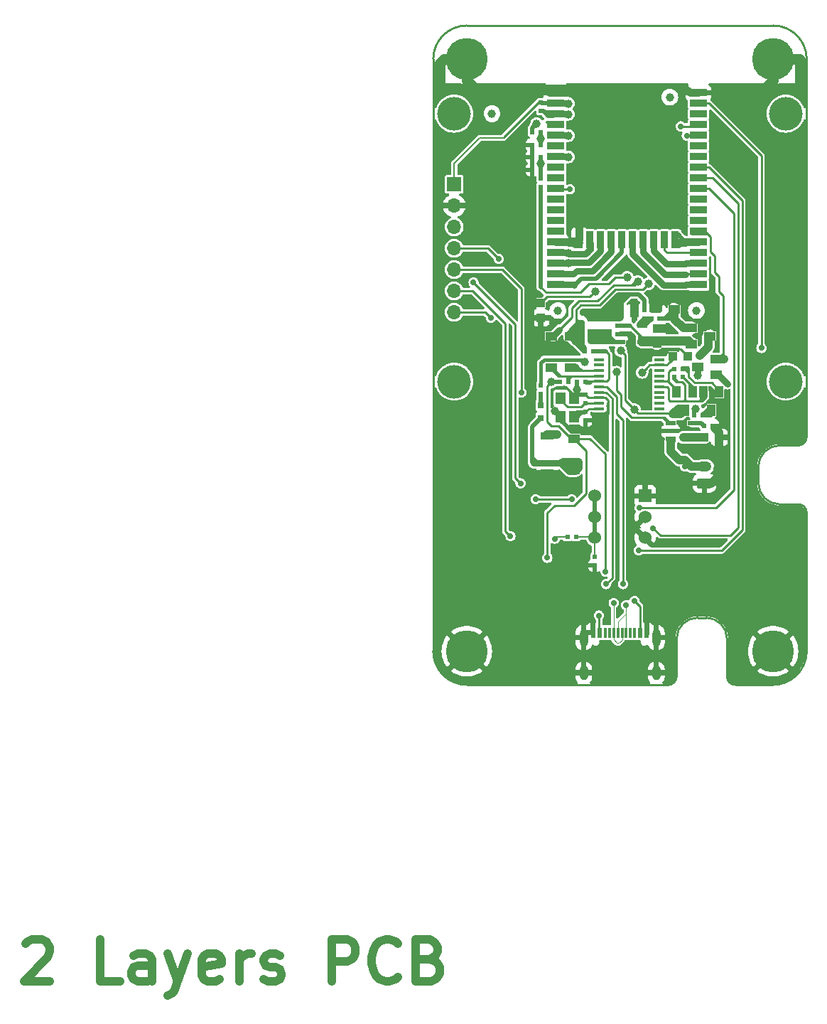
<source format=gtl>
G04 #@! TF.GenerationSoftware,KiCad,Pcbnew,7.0.1*
G04 #@! TF.CreationDate,2023-09-19T14:51:07+09:00*
G04 #@! TF.ProjectId,ESP32-DevKit-Lipo_Rev_C,45535033-322d-4446-9576-4b69742d4c69,C*
G04 #@! TF.SameCoordinates,Original*
G04 #@! TF.FileFunction,Copper,L1,Top*
G04 #@! TF.FilePolarity,Positive*
%FSLAX46Y46*%
G04 Gerber Fmt 4.6, Leading zero omitted, Abs format (unit mm)*
G04 Created by KiCad (PCBNEW 7.0.1) date 2023-09-19 14:51:07*
%MOMM*%
%LPD*%
G01*
G04 APERTURE LIST*
G04 Aperture macros list*
%AMRoundRect*
0 Rectangle with rounded corners*
0 $1 Rounding radius*
0 $2 $3 $4 $5 $6 $7 $8 $9 X,Y pos of 4 corners*
0 Add a 4 corners polygon primitive as box body*
4,1,4,$2,$3,$4,$5,$6,$7,$8,$9,$2,$3,0*
0 Add four circle primitives for the rounded corners*
1,1,$1+$1,$2,$3*
1,1,$1+$1,$4,$5*
1,1,$1+$1,$6,$7*
1,1,$1+$1,$8,$9*
0 Add four rect primitives between the rounded corners*
20,1,$1+$1,$2,$3,$4,$5,0*
20,1,$1+$1,$4,$5,$6,$7,0*
20,1,$1+$1,$6,$7,$8,$9,0*
20,1,$1+$1,$8,$9,$2,$3,0*%
G04 Aperture macros list end*
%ADD10C,1.000000*%
G04 #@! TA.AperFunction,NonConductor*
%ADD11C,1.000000*%
G04 #@! TD*
G04 #@! TA.AperFunction,SMDPad,CuDef*
%ADD12R,1.400000X1.000000*%
G04 #@! TD*
G04 #@! TA.AperFunction,SMDPad,CuDef*
%ADD13R,1.000000X1.400000*%
G04 #@! TD*
G04 #@! TA.AperFunction,SMDPad,CuDef*
%ADD14R,0.800000X0.800000*%
G04 #@! TD*
G04 #@! TA.AperFunction,SMDPad,CuDef*
%ADD15C,1.000000*%
G04 #@! TD*
G04 #@! TA.AperFunction,SMDPad,CuDef*
%ADD16R,1.200000X0.550000*%
G04 #@! TD*
G04 #@! TA.AperFunction,SMDPad,CuDef*
%ADD17R,1.270000X0.325000*%
G04 #@! TD*
G04 #@! TA.AperFunction,SMDPad,CuDef*
%ADD18R,0.550000X0.500000*%
G04 #@! TD*
G04 #@! TA.AperFunction,SMDPad,CuDef*
%ADD19R,0.500000X0.550000*%
G04 #@! TD*
G04 #@! TA.AperFunction,SMDPad,CuDef*
%ADD20R,2.000000X0.900000*%
G04 #@! TD*
G04 #@! TA.AperFunction,SMDPad,CuDef*
%ADD21R,0.900000X2.000000*%
G04 #@! TD*
G04 #@! TA.AperFunction,ComponentPad*
%ADD22C,1.300000*%
G04 #@! TD*
G04 #@! TA.AperFunction,ComponentPad*
%ADD23C,2.000000*%
G04 #@! TD*
G04 #@! TA.AperFunction,SMDPad,CuDef*
%ADD24R,5.000000X5.000000*%
G04 #@! TD*
G04 #@! TA.AperFunction,SMDPad,CuDef*
%ADD25R,1.016000X1.016000*%
G04 #@! TD*
G04 #@! TA.AperFunction,SMDPad,CuDef*
%ADD26R,3.000000X1.600000*%
G04 #@! TD*
G04 #@! TA.AperFunction,ComponentPad*
%ADD27RoundRect,0.250000X0.625000X-0.350000X0.625000X0.350000X-0.625000X0.350000X-0.625000X-0.350000X0*%
G04 #@! TD*
G04 #@! TA.AperFunction,ComponentPad*
%ADD28O,1.750000X1.200000*%
G04 #@! TD*
G04 #@! TA.AperFunction,SMDPad,CuDef*
%ADD29R,1.200000X1.400000*%
G04 #@! TD*
G04 #@! TA.AperFunction,SMDPad,CuDef*
%ADD30R,1.500000X0.900000*%
G04 #@! TD*
G04 #@! TA.AperFunction,ComponentPad*
%ADD31C,0.800000*%
G04 #@! TD*
G04 #@! TA.AperFunction,ComponentPad*
%ADD32C,5.000000*%
G04 #@! TD*
G04 #@! TA.AperFunction,WasherPad*
%ADD33C,4.000000*%
G04 #@! TD*
G04 #@! TA.AperFunction,ComponentPad*
%ADD34R,1.524000X1.524000*%
G04 #@! TD*
G04 #@! TA.AperFunction,ComponentPad*
%ADD35C,1.524000*%
G04 #@! TD*
G04 #@! TA.AperFunction,ComponentPad*
%ADD36R,1.700000X1.700000*%
G04 #@! TD*
G04 #@! TA.AperFunction,ComponentPad*
%ADD37O,1.700000X1.700000*%
G04 #@! TD*
G04 #@! TA.AperFunction,SMDPad,CuDef*
%ADD38R,0.600000X1.240000*%
G04 #@! TD*
G04 #@! TA.AperFunction,SMDPad,CuDef*
%ADD39R,0.300000X1.240000*%
G04 #@! TD*
G04 #@! TA.AperFunction,ComponentPad*
%ADD40O,1.000000X2.100000*%
G04 #@! TD*
G04 #@! TA.AperFunction,ComponentPad*
%ADD41O,1.000000X1.800000*%
G04 #@! TD*
G04 #@! TA.AperFunction,ViaPad*
%ADD42C,1.000000*%
G04 #@! TD*
G04 #@! TA.AperFunction,ViaPad*
%ADD43C,0.700000*%
G04 #@! TD*
G04 #@! TA.AperFunction,Conductor*
%ADD44C,1.016000*%
G04 #@! TD*
G04 #@! TA.AperFunction,Conductor*
%ADD45C,0.508000*%
G04 #@! TD*
G04 #@! TA.AperFunction,Conductor*
%ADD46C,0.762000*%
G04 #@! TD*
G04 #@! TA.AperFunction,Conductor*
%ADD47C,0.254000*%
G04 #@! TD*
G04 #@! TA.AperFunction,Conductor*
%ADD48C,1.270000*%
G04 #@! TD*
G04 #@! TA.AperFunction,Conductor*
%ADD49C,0.914400*%
G04 #@! TD*
G04 #@! TA.AperFunction,Conductor*
%ADD50C,0.406400*%
G04 #@! TD*
G04 #@! TA.AperFunction,Conductor*
%ADD51C,0.203200*%
G04 #@! TD*
G04 #@! TA.AperFunction,Conductor*
%ADD52C,0.228600*%
G04 #@! TD*
G04 #@! TA.AperFunction,Conductor*
%ADD53C,0.100000*%
G04 #@! TD*
G04 #@! TA.AperFunction,Profile*
%ADD54C,0.254000*%
G04 #@! TD*
G04 APERTURE END LIST*
D10*
D11*
X71857142Y-173789285D02*
X72095238Y-173551190D01*
X72095238Y-173551190D02*
X72571428Y-173313095D01*
X72571428Y-173313095D02*
X73761904Y-173313095D01*
X73761904Y-173313095D02*
X74238095Y-173551190D01*
X74238095Y-173551190D02*
X74476190Y-173789285D01*
X74476190Y-173789285D02*
X74714285Y-174265476D01*
X74714285Y-174265476D02*
X74714285Y-174741666D01*
X74714285Y-174741666D02*
X74476190Y-175455952D01*
X74476190Y-175455952D02*
X71619047Y-178313095D01*
X71619047Y-178313095D02*
X74714285Y-178313095D01*
X83047619Y-178313095D02*
X80666667Y-178313095D01*
X80666667Y-178313095D02*
X80666667Y-173313095D01*
X86857143Y-178313095D02*
X86857143Y-175694047D01*
X86857143Y-175694047D02*
X86619048Y-175217857D01*
X86619048Y-175217857D02*
X86142857Y-174979761D01*
X86142857Y-174979761D02*
X85190476Y-174979761D01*
X85190476Y-174979761D02*
X84714286Y-175217857D01*
X86857143Y-178075000D02*
X86380952Y-178313095D01*
X86380952Y-178313095D02*
X85190476Y-178313095D01*
X85190476Y-178313095D02*
X84714286Y-178075000D01*
X84714286Y-178075000D02*
X84476190Y-177598809D01*
X84476190Y-177598809D02*
X84476190Y-177122619D01*
X84476190Y-177122619D02*
X84714286Y-176646428D01*
X84714286Y-176646428D02*
X85190476Y-176408333D01*
X85190476Y-176408333D02*
X86380952Y-176408333D01*
X86380952Y-176408333D02*
X86857143Y-176170238D01*
X88761905Y-174979761D02*
X89952381Y-178313095D01*
X91142858Y-174979761D02*
X89952381Y-178313095D01*
X89952381Y-178313095D02*
X89476191Y-179503571D01*
X89476191Y-179503571D02*
X89238096Y-179741666D01*
X89238096Y-179741666D02*
X88761905Y-179979761D01*
X94952382Y-178075000D02*
X94476191Y-178313095D01*
X94476191Y-178313095D02*
X93523810Y-178313095D01*
X93523810Y-178313095D02*
X93047620Y-178075000D01*
X93047620Y-178075000D02*
X92809524Y-177598809D01*
X92809524Y-177598809D02*
X92809524Y-175694047D01*
X92809524Y-175694047D02*
X93047620Y-175217857D01*
X93047620Y-175217857D02*
X93523810Y-174979761D01*
X93523810Y-174979761D02*
X94476191Y-174979761D01*
X94476191Y-174979761D02*
X94952382Y-175217857D01*
X94952382Y-175217857D02*
X95190477Y-175694047D01*
X95190477Y-175694047D02*
X95190477Y-176170238D01*
X95190477Y-176170238D02*
X92809524Y-176646428D01*
X97333334Y-178313095D02*
X97333334Y-174979761D01*
X97333334Y-175932142D02*
X97571429Y-175455952D01*
X97571429Y-175455952D02*
X97809524Y-175217857D01*
X97809524Y-175217857D02*
X98285715Y-174979761D01*
X98285715Y-174979761D02*
X98761905Y-174979761D01*
X100190476Y-178075000D02*
X100666667Y-178313095D01*
X100666667Y-178313095D02*
X101619048Y-178313095D01*
X101619048Y-178313095D02*
X102095238Y-178075000D01*
X102095238Y-178075000D02*
X102333334Y-177598809D01*
X102333334Y-177598809D02*
X102333334Y-177360714D01*
X102333334Y-177360714D02*
X102095238Y-176884523D01*
X102095238Y-176884523D02*
X101619048Y-176646428D01*
X101619048Y-176646428D02*
X100904762Y-176646428D01*
X100904762Y-176646428D02*
X100428572Y-176408333D01*
X100428572Y-176408333D02*
X100190476Y-175932142D01*
X100190476Y-175932142D02*
X100190476Y-175694047D01*
X100190476Y-175694047D02*
X100428572Y-175217857D01*
X100428572Y-175217857D02*
X100904762Y-174979761D01*
X100904762Y-174979761D02*
X101619048Y-174979761D01*
X101619048Y-174979761D02*
X102095238Y-175217857D01*
X108285715Y-178313095D02*
X108285715Y-173313095D01*
X108285715Y-173313095D02*
X110190477Y-173313095D01*
X110190477Y-173313095D02*
X110666667Y-173551190D01*
X110666667Y-173551190D02*
X110904762Y-173789285D01*
X110904762Y-173789285D02*
X111142858Y-174265476D01*
X111142858Y-174265476D02*
X111142858Y-174979761D01*
X111142858Y-174979761D02*
X110904762Y-175455952D01*
X110904762Y-175455952D02*
X110666667Y-175694047D01*
X110666667Y-175694047D02*
X110190477Y-175932142D01*
X110190477Y-175932142D02*
X108285715Y-175932142D01*
X116142858Y-177836904D02*
X115904762Y-178075000D01*
X115904762Y-178075000D02*
X115190477Y-178313095D01*
X115190477Y-178313095D02*
X114714286Y-178313095D01*
X114714286Y-178313095D02*
X114000000Y-178075000D01*
X114000000Y-178075000D02*
X113523810Y-177598809D01*
X113523810Y-177598809D02*
X113285715Y-177122619D01*
X113285715Y-177122619D02*
X113047619Y-176170238D01*
X113047619Y-176170238D02*
X113047619Y-175455952D01*
X113047619Y-175455952D02*
X113285715Y-174503571D01*
X113285715Y-174503571D02*
X113523810Y-174027380D01*
X113523810Y-174027380D02*
X114000000Y-173551190D01*
X114000000Y-173551190D02*
X114714286Y-173313095D01*
X114714286Y-173313095D02*
X115190477Y-173313095D01*
X115190477Y-173313095D02*
X115904762Y-173551190D01*
X115904762Y-173551190D02*
X116142858Y-173789285D01*
X119952381Y-175694047D02*
X120666667Y-175932142D01*
X120666667Y-175932142D02*
X120904762Y-176170238D01*
X120904762Y-176170238D02*
X121142858Y-176646428D01*
X121142858Y-176646428D02*
X121142858Y-177360714D01*
X121142858Y-177360714D02*
X120904762Y-177836904D01*
X120904762Y-177836904D02*
X120666667Y-178075000D01*
X120666667Y-178075000D02*
X120190477Y-178313095D01*
X120190477Y-178313095D02*
X118285715Y-178313095D01*
X118285715Y-178313095D02*
X118285715Y-173313095D01*
X118285715Y-173313095D02*
X119952381Y-173313095D01*
X119952381Y-173313095D02*
X120428572Y-173551190D01*
X120428572Y-173551190D02*
X120666667Y-173789285D01*
X120666667Y-173789285D02*
X120904762Y-174265476D01*
X120904762Y-174265476D02*
X120904762Y-174741666D01*
X120904762Y-174741666D02*
X120666667Y-175217857D01*
X120666667Y-175217857D02*
X120428572Y-175455952D01*
X120428572Y-175455952D02*
X119952381Y-175694047D01*
X119952381Y-175694047D02*
X118285715Y-175694047D01*
D12*
X154135000Y-106106000D03*
X154135000Y-104206000D03*
X151935000Y-105156000D03*
D13*
X151317960Y-108112560D03*
X149415500Y-108112560D03*
X150370540Y-110322360D03*
D14*
X133223000Y-109728000D03*
X133223000Y-111252000D03*
D15*
X151765000Y-98425000D03*
D16*
X148687000Y-111826000D03*
X148687000Y-112776000D03*
X148687000Y-113726000D03*
X151287000Y-113726000D03*
X151287000Y-111826000D03*
D17*
X140144500Y-104263000D03*
X140144500Y-104913000D03*
X140144500Y-105563000D03*
X140144500Y-106213000D03*
X140144500Y-106863000D03*
X140144500Y-107513000D03*
X140144500Y-108163000D03*
X140144500Y-108813000D03*
X140144500Y-109463000D03*
X140144500Y-110113000D03*
X147383500Y-110113000D03*
X147383500Y-109463000D03*
X147383500Y-108813000D03*
X147383500Y-108163000D03*
X147383500Y-107513000D03*
X147383500Y-106863000D03*
X147383500Y-106213000D03*
X147383500Y-105563000D03*
X147383500Y-104913000D03*
X147383500Y-104263000D03*
D12*
X137160000Y-117470000D03*
X137160000Y-113670000D03*
D18*
X133223000Y-83693000D03*
X133223000Y-82677000D03*
X133223000Y-108331000D03*
X133223000Y-107315000D03*
D19*
X135509000Y-106934000D03*
X136525000Y-106934000D03*
X149098000Y-106299000D03*
X150114000Y-106299000D03*
X152527000Y-110871000D03*
X151511000Y-110871000D03*
X132206999Y-81661000D03*
X133222999Y-81661000D03*
D15*
X148590000Y-73025000D03*
D20*
X135010000Y-72512000D03*
X135010000Y-73782000D03*
X135010000Y-75052000D03*
X135010000Y-76322000D03*
X135010000Y-77592000D03*
X135010000Y-78862000D03*
X135010000Y-80132000D03*
X135010000Y-81402000D03*
X135010000Y-82672000D03*
X135010000Y-83942000D03*
X135010000Y-85212000D03*
X135010000Y-86482000D03*
X135010000Y-87752000D03*
X135010000Y-89022000D03*
X135010000Y-90292000D03*
D21*
X137810000Y-90022000D03*
D20*
X135010000Y-91562000D03*
D21*
X139080000Y-90022000D03*
D20*
X135010000Y-92832000D03*
D21*
X140350000Y-90022000D03*
D20*
X135010000Y-94102000D03*
D21*
X141620000Y-90022000D03*
D20*
X135010000Y-95372000D03*
D21*
X142890000Y-90022000D03*
X144160000Y-90022000D03*
D20*
X152010000Y-95372000D03*
D21*
X145430000Y-90022000D03*
D20*
X152010000Y-94102000D03*
D21*
X146700000Y-90022000D03*
D20*
X152010000Y-92832000D03*
D21*
X147970000Y-90022000D03*
D20*
X152010000Y-91562000D03*
D21*
X149240000Y-90022000D03*
D20*
X152010000Y-90292000D03*
X152010000Y-89022000D03*
X152010000Y-87752000D03*
X152010000Y-86482000D03*
X152010000Y-85212000D03*
X152010000Y-83942000D03*
X152010000Y-82672000D03*
X152010000Y-81402000D03*
X152010000Y-80132000D03*
X152010000Y-78862000D03*
X152010000Y-77592000D03*
X152010000Y-76322000D03*
X152010000Y-75052000D03*
X152010000Y-73782000D03*
X152010000Y-72512000D03*
D22*
X140710000Y-78222000D03*
X140710000Y-80022000D03*
X140710000Y-81822000D03*
X142510000Y-78222000D03*
D23*
X142510000Y-80022000D03*
D24*
X142510000Y-80022000D03*
D22*
X142510000Y-81822000D03*
X144310000Y-78222000D03*
X144310000Y-80022000D03*
X144310000Y-81822000D03*
D13*
X154492960Y-108112560D03*
X152590500Y-108112560D03*
X153545540Y-110322360D03*
D25*
X152717500Y-113538000D03*
X154495500Y-113538000D03*
D26*
X140208000Y-101403000D03*
X140208000Y-99003000D03*
D25*
X142621000Y-98679000D03*
X144399000Y-98679000D03*
X147066000Y-102362000D03*
X147066000Y-100584000D03*
D18*
X147320000Y-99377500D03*
X147320000Y-98361500D03*
X145542000Y-99377500D03*
X145542000Y-98361500D03*
X146431000Y-99377500D03*
X146431000Y-98361500D03*
D16*
X142718000Y-100269000D03*
X142718000Y-101219000D03*
X142718000Y-102169000D03*
X145318000Y-102169000D03*
X145318000Y-100269000D03*
D18*
X138557000Y-110490000D03*
X138557000Y-111506000D03*
X133223000Y-73660000D03*
X133223000Y-74676000D03*
D19*
X133223000Y-78740000D03*
X132207000Y-78740000D03*
D12*
X149098000Y-102103000D03*
X149098000Y-98303000D03*
D25*
X148971000Y-103886000D03*
X150749000Y-103886000D03*
D19*
X149098000Y-105410000D03*
X150114000Y-105410000D03*
X152654000Y-112141000D03*
X153670000Y-112141000D03*
D27*
X152700000Y-119000000D03*
D28*
X152700000Y-117000000D03*
D18*
X138557000Y-109474000D03*
X138557000Y-108458000D03*
D29*
X135598000Y-108839000D03*
X137198000Y-111039000D03*
X137198000Y-108839000D03*
X135598000Y-111039000D03*
D12*
X134493000Y-101478000D03*
X134493000Y-105278000D03*
X136779000Y-105278000D03*
X136779000Y-101478000D03*
D19*
X132207000Y-77216000D03*
X133223000Y-77216000D03*
X133223000Y-80137001D03*
X132207000Y-80137001D03*
X139446000Y-103251000D03*
X138430000Y-103251000D03*
D25*
X133223000Y-97536000D03*
X133223000Y-99314000D03*
D12*
X151165560Y-100523040D03*
X151165560Y-102425500D03*
X153375360Y-101470460D03*
D15*
X135255000Y-98425000D03*
D19*
X138557000Y-106934000D03*
X137541000Y-106934000D03*
D30*
X133985000Y-113393000D03*
X133985000Y-117747000D03*
D31*
X159025000Y-68500000D03*
X159574175Y-67174175D03*
X159574175Y-69825825D03*
X160900000Y-66625000D03*
D32*
X160900000Y-68500000D03*
D31*
X160900000Y-70375000D03*
X162225825Y-67174175D03*
X162225825Y-69825825D03*
X162775000Y-68500000D03*
D19*
X136384000Y-125400000D03*
X137400000Y-125400000D03*
D15*
X127400000Y-75000000D03*
D33*
X122900000Y-75000000D03*
X122900000Y-106900000D03*
X162400000Y-75000000D03*
X162400000Y-106900000D03*
D31*
X159025000Y-139000000D03*
X159574175Y-137674175D03*
X159574175Y-140325825D03*
X160900000Y-137125000D03*
D32*
X160900000Y-139000000D03*
D31*
X160900000Y-140875000D03*
X162225825Y-137674175D03*
X162225825Y-140325825D03*
X162775000Y-139000000D03*
D34*
X145650000Y-120500000D03*
D35*
X145650000Y-123000000D03*
X145650000Y-125500000D03*
X139650000Y-120500000D03*
X139650000Y-123000000D03*
X139650000Y-125500000D03*
D31*
X122525000Y-139000000D03*
X123074175Y-137674175D03*
X123074175Y-140325825D03*
X124400000Y-137125000D03*
D32*
X124400000Y-139000000D03*
D31*
X124400000Y-140875000D03*
X125725825Y-137674175D03*
X125725825Y-140325825D03*
X126275000Y-139000000D03*
D18*
X139650000Y-127742000D03*
X139650000Y-128758000D03*
D36*
X122900000Y-83400000D03*
D37*
X122900000Y-85940000D03*
X122900000Y-88480000D03*
X122900000Y-91020000D03*
X122900000Y-93560000D03*
X122900000Y-96100000D03*
X122900000Y-98640000D03*
D31*
X122525000Y-68500000D03*
X123074175Y-67174175D03*
X123074175Y-69825825D03*
X124400000Y-66625000D03*
D32*
X124400000Y-68500000D03*
D31*
X124400000Y-70375000D03*
X125725825Y-67174175D03*
X125725825Y-69825825D03*
X126275000Y-68500000D03*
D38*
X139450000Y-136775000D03*
X140250000Y-136775000D03*
D39*
X141400000Y-136775000D03*
X142400000Y-136775000D03*
X142900000Y-136775000D03*
X143900000Y-136775000D03*
D38*
X145050000Y-136775000D03*
X145850000Y-136775000D03*
X145850000Y-136775000D03*
X145050000Y-136775000D03*
D39*
X144400000Y-136775000D03*
X143400000Y-136775000D03*
X141900000Y-136775000D03*
X140900000Y-136775000D03*
D38*
X140250000Y-136775000D03*
X139450000Y-136775000D03*
D40*
X138330000Y-137375000D03*
D41*
X138330000Y-141575000D03*
D40*
X146970000Y-137375000D03*
D41*
X146970000Y-141575000D03*
D42*
X137668000Y-116459000D03*
X136525000Y-116459000D03*
X132715000Y-76200000D03*
X150241000Y-113538000D03*
X149098000Y-99441000D03*
X132715000Y-118364000D03*
X135255000Y-118364000D03*
X144399000Y-108966000D03*
X145669000Y-108966000D03*
X132842000Y-103251000D03*
X137810000Y-85852000D03*
X144145000Y-72009000D03*
X141605000Y-72009000D03*
X139065000Y-72009000D03*
X136525000Y-72009000D03*
X140335000Y-73025000D03*
X142875000Y-73025000D03*
X145415000Y-73025000D03*
X146558000Y-74295000D03*
X144145000Y-74295000D03*
X141605000Y-74295000D03*
X142875000Y-75565000D03*
X145415000Y-75565000D03*
X149987000Y-96774000D03*
X147320000Y-85725000D03*
X144780000Y-85725000D03*
X147320000Y-78105000D03*
X147320000Y-83185000D03*
X148590000Y-76835000D03*
X147320000Y-75565000D03*
X147320000Y-80645000D03*
X148590000Y-79375000D03*
X148590000Y-81915000D03*
X146050000Y-79375000D03*
X146050000Y-81915000D03*
X146050000Y-76835000D03*
X146050000Y-83820000D03*
X146050000Y-86995000D03*
X143510000Y-86995000D03*
X143510000Y-83820000D03*
X143510000Y-93218000D03*
X144399000Y-97536000D03*
X144399000Y-107823000D03*
X145669000Y-107823000D03*
X137541000Y-107823000D03*
X147955000Y-100584000D03*
X150114000Y-85090000D03*
X146558000Y-72009000D03*
X142289488Y-104471512D03*
X137810000Y-87107000D03*
X147193000Y-97663000D03*
X144018000Y-103123996D03*
X145923000Y-103505000D03*
X150495000Y-72009000D03*
X142301243Y-85683306D03*
D43*
X147200000Y-112600000D03*
D42*
X136652000Y-103251000D03*
X144018000Y-101610160D03*
X137810000Y-88504000D03*
X144448488Y-104471512D03*
X134937500Y-110363000D03*
X136525000Y-90297000D03*
X142621000Y-97663000D03*
X141605000Y-97663000D03*
D43*
X134892000Y-125600000D03*
D42*
X136525000Y-73787000D03*
X139700000Y-96139000D03*
X135128000Y-113195989D03*
X144399000Y-110236000D03*
X142748000Y-103198048D03*
X136525000Y-75057000D03*
D43*
X140150000Y-134750000D03*
X134000000Y-127883458D03*
D42*
X145288008Y-105791000D03*
D43*
X144400000Y-133000000D03*
X140900000Y-129500000D03*
D42*
X134486989Y-106920351D03*
X151638000Y-110109000D03*
X151921689Y-106142311D03*
X136525000Y-91567000D03*
D43*
X127258000Y-99312000D03*
X136698500Y-84000000D03*
D42*
X133223000Y-80899000D03*
X136525000Y-80137000D03*
D43*
X132600000Y-120900000D03*
X130800000Y-119000000D03*
X125200000Y-95100000D03*
X159500000Y-102900000D03*
X136900000Y-120900000D03*
X129600000Y-125300000D03*
X144900000Y-127000000D03*
X128200000Y-92300000D03*
X146600000Y-124330500D03*
X130900000Y-108200000D03*
X145000000Y-121900000D03*
D42*
X150495000Y-90297000D03*
D43*
X155448000Y-107188000D03*
X143000000Y-131000000D03*
X143400000Y-133500000D03*
X141000000Y-131000000D03*
X141900000Y-133250000D03*
X150400000Y-117000000D03*
D42*
X143510000Y-94488000D03*
D43*
X150400000Y-116250000D03*
D42*
X152146000Y-103759020D03*
D43*
X150608500Y-77600000D03*
D42*
X146050000Y-95250000D03*
X138430000Y-104521000D03*
X142232010Y-105783010D03*
X144780000Y-94996000D03*
D43*
X149900000Y-76500000D03*
D42*
X133223000Y-77978000D03*
X136525000Y-77597000D03*
X136517042Y-92832000D03*
D44*
X137151989Y-116958999D02*
X136651990Y-116459000D01*
X152717500Y-113538000D02*
X151257000Y-113538000D01*
X135890000Y-116459000D02*
X136651990Y-116459000D01*
X150180040Y-100523040D02*
X149098000Y-99441000D01*
X135763000Y-116586000D02*
X135890000Y-116459000D01*
X136652000Y-117475000D02*
X137033000Y-117475000D01*
X135890000Y-116459000D02*
X135890000Y-116522500D01*
D45*
X132226999Y-115970999D02*
X132842000Y-116586000D01*
X132226999Y-116478999D02*
X132334000Y-116586000D01*
D46*
X136524990Y-116586000D02*
X136651990Y-116459000D01*
D44*
X135763000Y-116586000D02*
X136652000Y-117475000D01*
X137668000Y-116459000D02*
X137668000Y-117166106D01*
D45*
X149034500Y-99377500D02*
X149098000Y-99441000D01*
X149098000Y-98303000D02*
X149093000Y-98303000D01*
D44*
X137359106Y-117475000D02*
X137033000Y-117475000D01*
D45*
X132226999Y-115931001D02*
X132226999Y-116478999D01*
D44*
X137160000Y-116967010D02*
X137151989Y-116958999D01*
D46*
X135763000Y-116586000D02*
X135890000Y-116586000D01*
D45*
X132226999Y-112248001D02*
X132226999Y-115931001D01*
X132226999Y-115931001D02*
X132226999Y-115970999D01*
D44*
X149098000Y-98303000D02*
X149098000Y-99441000D01*
D46*
X132334000Y-116586000D02*
X132842000Y-116586000D01*
D44*
X151384000Y-113538000D02*
X150241000Y-113538000D01*
D45*
X132207000Y-76708000D02*
X132715000Y-76200000D01*
X133223000Y-111252000D02*
X132226999Y-112248001D01*
D44*
X137160000Y-117470000D02*
X137160000Y-116967010D01*
X151165560Y-100523040D02*
X150180040Y-100523040D01*
D45*
X147320000Y-99377500D02*
X149034500Y-99377500D01*
D44*
X136651990Y-116459000D02*
X137668000Y-116459000D01*
D46*
X132842000Y-116586000D02*
X136524990Y-116586000D01*
D45*
X149093000Y-98303000D02*
X148018500Y-99377500D01*
D44*
X137668000Y-117166106D02*
X137359106Y-117475000D01*
D46*
X135890000Y-116586000D02*
X136906000Y-117602000D01*
D45*
X132207000Y-77216000D02*
X132207000Y-76708000D01*
D47*
X135001000Y-110363000D02*
X135598000Y-110960000D01*
D45*
X137541000Y-107950000D02*
X137541000Y-108458000D01*
D44*
X154304598Y-118236598D02*
X154304195Y-118237000D01*
X137810000Y-88504000D02*
X137810000Y-87107000D01*
X147955000Y-75565000D02*
X145415000Y-75565000D01*
D47*
X141223967Y-110744033D02*
X140970000Y-110998000D01*
D44*
X135255000Y-117919500D02*
X135255000Y-118490990D01*
D48*
X160900000Y-71000000D02*
X158900000Y-73000000D01*
D47*
X140947692Y-108813000D02*
X141223967Y-109089275D01*
D44*
X154495500Y-112966500D02*
X153924000Y-112395000D01*
X144399000Y-98679000D02*
X144399000Y-97536000D01*
X135255000Y-118490990D02*
X134747010Y-118490990D01*
D45*
X132207000Y-80137001D02*
X132207000Y-81661000D01*
X132207000Y-82444001D02*
X132207000Y-83820000D01*
D47*
X138912000Y-108813000D02*
X138557000Y-108458000D01*
X136353619Y-107726884D02*
X134841508Y-107726884D01*
D45*
X148687000Y-112776000D02*
X147376000Y-112776000D01*
D44*
X154495500Y-113538000D02*
X154495500Y-118045695D01*
D45*
X134112000Y-102997000D02*
X134366000Y-103251000D01*
D47*
X141223967Y-109089275D02*
X141223967Y-110744033D01*
D49*
X136525000Y-90297000D02*
X137795000Y-90297000D01*
D44*
X140970000Y-75565000D02*
X140716000Y-75819000D01*
D47*
X139910000Y-111613500D02*
X139910000Y-112477000D01*
D46*
X137795000Y-90297000D02*
X137535000Y-90297000D01*
D47*
X140031000Y-111202000D02*
X139910000Y-111323000D01*
D45*
X136746842Y-90297000D02*
X137229442Y-90779600D01*
D47*
X134841508Y-107726884D02*
X134537727Y-108030665D01*
D45*
X135598000Y-111039000D02*
X135598000Y-111464064D01*
D48*
X124400000Y-68500000D02*
X124400000Y-71000000D01*
D47*
X140525500Y-110998000D02*
X139910000Y-111613500D01*
D44*
X133731010Y-72009010D02*
X146557990Y-72009010D01*
D47*
X139890500Y-112077500D02*
X139890500Y-112204500D01*
X139910000Y-111323000D02*
X139910000Y-111613500D01*
D44*
X140716000Y-75819000D02*
X140716000Y-76454000D01*
X132715000Y-117919500D02*
X133286500Y-118491000D01*
D50*
X133985000Y-117947000D02*
X134656000Y-118618000D01*
D44*
X137810000Y-87107000D02*
X137810000Y-85202000D01*
X137810000Y-72532000D02*
X137790000Y-72512000D01*
D49*
X135010000Y-72512000D02*
X137790000Y-72512000D01*
X135010000Y-90292000D02*
X136520000Y-90292000D01*
D44*
X144145000Y-74295000D02*
X141605000Y-74295000D01*
D45*
X132207000Y-103759000D02*
X132334000Y-103886000D01*
X138557000Y-112522000D02*
X138557000Y-111506000D01*
D44*
X137790000Y-72512000D02*
X140711000Y-72512000D01*
X141605000Y-74295000D02*
X140897894Y-74295000D01*
D48*
X121662000Y-68500000D02*
X121162000Y-69000000D01*
D47*
X140652500Y-110998000D02*
X139954000Y-111696500D01*
X148158199Y-102996999D02*
X147650198Y-103505000D01*
D45*
X147447000Y-98425000D02*
X146431000Y-98425000D01*
D44*
X146558000Y-72507000D02*
X146558000Y-72009000D01*
X135944894Y-103251000D02*
X136652000Y-103251000D01*
D45*
X132207000Y-102235000D02*
X132207000Y-102997000D01*
D47*
X140525500Y-110998000D02*
X140235000Y-110998000D01*
D44*
X140716000Y-72517000D02*
X140716000Y-74295000D01*
X149987000Y-96774000D02*
X148082000Y-96774000D01*
X140716000Y-74295000D02*
X140716000Y-75819000D01*
D45*
X132207000Y-99314000D02*
X132207000Y-102235000D01*
D47*
X135598000Y-110960000D02*
X135598000Y-111039000D01*
D45*
X147376000Y-112776000D02*
X147200000Y-112600000D01*
D44*
X133286500Y-118491000D02*
X134747000Y-118491000D01*
X134366000Y-103251000D02*
X135944894Y-103251000D01*
D45*
X137198000Y-108801000D02*
X137287000Y-108712000D01*
D44*
X153541196Y-119000000D02*
X152700000Y-119000000D01*
D45*
X132207000Y-102489000D02*
X132969000Y-103251000D01*
X138557000Y-111506000D02*
X140017500Y-111506000D01*
X137287000Y-108458000D02*
X137541000Y-108458000D01*
D47*
X140398500Y-111569500D02*
X140398500Y-112522000D01*
X140031000Y-111202000D02*
X139446000Y-111787000D01*
D44*
X150114000Y-85090000D02*
X137922000Y-85090000D01*
X144780000Y-85725000D02*
X142342937Y-85725000D01*
X133921500Y-117919500D02*
X133985000Y-117983000D01*
X137810000Y-81788000D02*
X137810000Y-78344000D01*
D49*
X134234000Y-72512000D02*
X133731010Y-72009010D01*
D44*
X146553000Y-72512000D02*
X146558000Y-72507000D01*
D45*
X137541000Y-106934000D02*
X137541000Y-107950000D01*
D49*
X135010000Y-72512000D02*
X134234000Y-72512000D01*
D44*
X137810000Y-81788000D02*
X140716000Y-81788000D01*
X148082000Y-96774000D02*
X147193000Y-97663000D01*
X142342937Y-85725000D02*
X142301243Y-85683306D01*
X132715000Y-117919500D02*
X133921500Y-117919500D01*
D45*
X135598000Y-111464064D02*
X136655936Y-112522000D01*
D47*
X140970000Y-110998000D02*
X140652500Y-110998000D01*
D44*
X154304598Y-118236598D02*
X153541196Y-119000000D01*
D49*
X152010000Y-72512000D02*
X150998000Y-72512000D01*
D47*
X139446000Y-111787000D02*
X139446000Y-112395000D01*
D45*
X136525000Y-90297000D02*
X136746842Y-90297000D01*
D44*
X133286490Y-118490990D02*
X133286500Y-118491000D01*
D47*
X149860000Y-102997000D02*
X148158199Y-102996999D01*
D44*
X140710000Y-78222000D02*
X137932000Y-78222000D01*
D47*
X140144500Y-108813000D02*
X138912000Y-108813000D01*
D44*
X140711000Y-72512000D02*
X140716000Y-72517000D01*
D47*
X140235000Y-110998000D02*
X140031000Y-111202000D01*
D45*
X153924000Y-112395000D02*
X153670000Y-112141000D01*
X146431000Y-98298000D02*
X147193000Y-97536000D01*
D47*
X140144500Y-108813000D02*
X140947692Y-108813000D01*
D44*
X137922000Y-85090000D02*
X137810000Y-85202000D01*
X146557990Y-72009010D02*
X146558000Y-72009000D01*
D47*
X140970000Y-110998000D02*
X140398500Y-111569500D01*
X134537727Y-108030665D02*
X134537727Y-109899727D01*
D45*
X147193000Y-97536000D02*
X147447000Y-97790000D01*
D44*
X132334000Y-103886000D02*
X132969000Y-103251000D01*
X147066000Y-100584000D02*
X147955000Y-100584000D01*
X132715000Y-117919500D02*
X132715000Y-118490990D01*
D45*
X138557000Y-112522000D02*
X139319000Y-112522000D01*
X143626840Y-101219000D02*
X144018000Y-101610160D01*
D44*
X142875000Y-75565000D02*
X140970000Y-75565000D01*
D45*
X147447000Y-97790000D02*
X147447000Y-98425000D01*
D47*
X137198000Y-108571265D02*
X136353619Y-107726884D01*
D45*
X132207000Y-83820000D02*
X132207000Y-84900000D01*
D47*
X147650198Y-103505000D02*
X145923000Y-103505000D01*
D45*
X137363200Y-90779600D02*
X137795000Y-90779600D01*
D44*
X154495500Y-113474500D02*
X154495500Y-112966500D01*
D45*
X137198000Y-108839000D02*
X137198000Y-108547000D01*
D48*
X160900000Y-68500000D02*
X164011269Y-68500000D01*
D44*
X135255000Y-117919500D02*
X134048500Y-117919500D01*
D50*
X134656000Y-118618000D02*
X137922000Y-118618000D01*
D45*
X133223000Y-99314000D02*
X132207000Y-99314000D01*
X138557000Y-108458000D02*
X137541000Y-108458000D01*
X144018000Y-101727000D02*
X144018000Y-101727000D01*
X132206999Y-81661000D02*
X132207000Y-82444001D01*
D44*
X140716000Y-76454000D02*
X140716000Y-78105000D01*
X146558000Y-74295000D02*
X144145000Y-74295000D01*
D48*
X160900000Y-68500000D02*
X160900000Y-71000000D01*
D44*
X145415000Y-75565000D02*
X142875000Y-75565000D01*
D48*
X164109000Y-68597731D02*
X164109000Y-72000000D01*
X124400000Y-68500000D02*
X121662000Y-68500000D01*
D44*
X137810000Y-78344000D02*
X137810000Y-72532000D01*
X139865000Y-112522000D02*
X139573000Y-112522000D01*
X134747010Y-118490990D02*
X134747000Y-118491000D01*
X154449780Y-116222780D02*
X154495500Y-116268500D01*
D47*
X140652500Y-110998000D02*
X140525500Y-110998000D01*
D44*
X137932000Y-78222000D02*
X137810000Y-78344000D01*
D47*
X140398500Y-111569500D02*
X139890500Y-112077500D01*
X140398500Y-112522000D02*
X139890500Y-112522000D01*
D45*
X142718000Y-101219000D02*
X143626840Y-101219000D01*
X132207000Y-102997000D02*
X132207000Y-103759000D01*
D48*
X121162000Y-69000000D02*
X121162000Y-72000000D01*
D44*
X132969000Y-103251000D02*
X134366000Y-103251000D01*
X143510000Y-83820000D02*
X146050000Y-83820000D01*
X147193000Y-97663000D02*
X147193000Y-98044000D01*
D45*
X139910000Y-112477000D02*
X139910000Y-111843000D01*
D47*
X134537727Y-109899727D02*
X135001000Y-110363000D01*
D44*
X140711000Y-72512000D02*
X146553000Y-72512000D01*
D45*
X132207000Y-102235000D02*
X132207000Y-102489000D01*
D49*
X137810000Y-90022000D02*
X137810000Y-88504000D01*
D45*
X132207000Y-84900000D02*
X132207000Y-99314000D01*
X146431000Y-98425000D02*
X146431000Y-98298000D01*
D44*
X144780000Y-85725000D02*
X147320000Y-85725000D01*
X134048500Y-117919500D02*
X133985000Y-117983000D01*
D47*
X150749000Y-103886000D02*
X149860000Y-102997000D01*
D45*
X140017500Y-111506000D02*
X140049250Y-111474250D01*
D48*
X164011269Y-68500000D02*
X164109000Y-68597731D01*
X124400000Y-71000000D02*
X126400000Y-73000000D01*
D45*
X139910000Y-111843000D02*
X139827000Y-111760000D01*
X132207000Y-78740000D02*
X132207000Y-80137000D01*
D44*
X154495500Y-118045695D02*
X154304598Y-118236598D01*
X132715000Y-118490990D02*
X133286490Y-118490990D01*
X137810000Y-85202000D02*
X137810000Y-81788000D01*
D45*
X132207000Y-102997000D02*
X134112000Y-102997000D01*
D49*
X150998000Y-72512000D02*
X150495000Y-72009000D01*
D45*
X137229442Y-90779600D02*
X137363200Y-90779600D01*
D44*
X140897894Y-74295000D02*
X140716000Y-74295000D01*
D45*
X136655936Y-112522000D02*
X138557000Y-112522000D01*
D46*
X144018000Y-101610160D02*
X144018000Y-103123996D01*
D47*
X135598000Y-109118500D02*
X136410700Y-109931200D01*
X136410700Y-109931200D02*
X137992746Y-109931200D01*
X140144500Y-109463000D02*
X138568000Y-109463000D01*
X137992746Y-109931200D02*
X138449946Y-109474000D01*
D44*
X140011000Y-98679000D02*
X139065000Y-98679000D01*
D45*
X143764000Y-96520000D02*
X143383000Y-96901000D01*
X142113000Y-97155000D02*
X142367000Y-96901000D01*
D51*
X123000000Y-80800000D02*
X125900000Y-77900000D01*
X136384000Y-125400000D02*
X135092000Y-125400000D01*
D44*
X140335000Y-99003000D02*
X140011000Y-98679000D01*
X140335000Y-99003000D02*
X140335000Y-98806000D01*
D46*
X135010000Y-73782000D02*
X136520000Y-73782000D01*
D45*
X141118789Y-97790000D02*
X141478000Y-97790000D01*
D44*
X142621000Y-98679000D02*
X142621000Y-99187000D01*
D45*
X141605000Y-97663000D02*
X142113000Y-97155000D01*
X145542000Y-97155000D02*
X144907000Y-96520000D01*
D44*
X141478000Y-97790000D02*
X141478000Y-98679000D01*
X142621000Y-98679000D02*
X139954000Y-98679000D01*
D45*
X142938500Y-97345500D02*
X142621000Y-97663000D01*
D44*
X142493990Y-96774010D02*
X142748000Y-96774010D01*
D45*
X138112500Y-98552000D02*
X138239500Y-98425000D01*
D44*
X139954000Y-98679000D02*
X140335000Y-99060000D01*
X141605000Y-97663000D02*
X141478000Y-97790000D01*
D45*
X139065000Y-99441000D02*
X138430000Y-98806000D01*
D47*
X132952000Y-73660000D02*
X133223000Y-73660000D01*
D46*
X136520000Y-73782000D02*
X136525000Y-73787000D01*
D45*
X142367000Y-96901000D02*
X143383000Y-96901000D01*
D44*
X141605000Y-97663000D02*
X142621000Y-97663000D01*
D45*
X144907000Y-96520000D02*
X143764000Y-96520000D01*
X138430000Y-98806000D02*
X138112500Y-98806000D01*
X142938500Y-97345500D02*
X142875000Y-97409000D01*
X138112500Y-98806000D02*
X138112500Y-98552000D01*
X133345000Y-73782000D02*
X133223000Y-73660000D01*
X142621000Y-97663000D02*
X141478000Y-98806000D01*
D51*
X123000000Y-80800000D02*
X122900000Y-80900000D01*
D44*
X141605000Y-97663000D02*
X142493990Y-96774010D01*
D45*
X140335000Y-98806000D02*
X140335000Y-99187000D01*
X142621000Y-97663000D02*
X142621000Y-98679000D01*
X143129000Y-97155000D02*
X142113000Y-97155000D01*
D47*
X128834000Y-77778000D02*
X132952000Y-73660000D01*
D45*
X142748000Y-96520000D02*
X143764000Y-96520000D01*
X142875000Y-97409000D02*
X142875000Y-98679000D01*
D51*
X135092000Y-125400000D02*
X134892000Y-125600000D01*
D45*
X135010000Y-73782000D02*
X133345000Y-73782000D01*
D44*
X142621000Y-99187000D02*
X140589000Y-99187000D01*
D45*
X143129000Y-97155000D02*
X142938500Y-97345500D01*
X145542000Y-98361500D02*
X145542000Y-97155000D01*
X140335000Y-99441000D02*
X139065000Y-99441000D01*
D51*
X128712000Y-77900000D02*
X128834000Y-77778000D01*
D45*
X140483790Y-98425000D02*
X141118789Y-97790000D01*
D44*
X140462000Y-98806000D02*
X141605000Y-97663000D01*
D45*
X141605000Y-97663000D02*
X142748000Y-96520000D01*
D51*
X122900000Y-80900000D02*
X122900000Y-83400000D01*
D45*
X138112500Y-98806000D02*
X140335000Y-98806000D01*
D44*
X140335000Y-98806000D02*
X140462000Y-98806000D01*
D51*
X125900000Y-77900000D02*
X128712000Y-77900000D01*
D45*
X143383000Y-96901000D02*
X143129000Y-97155000D01*
X138239500Y-98425000D02*
X140483790Y-98425000D01*
D44*
X148971000Y-110744000D02*
X149860000Y-110744000D01*
D46*
X136520000Y-75052000D02*
X136525000Y-75057000D01*
D45*
X133705600Y-74853800D02*
X134086600Y-75234800D01*
D47*
X144843500Y-110680500D02*
X144399000Y-110236000D01*
D45*
X133527800Y-74676000D02*
X133705600Y-74853800D01*
X135010000Y-75052000D02*
X134811800Y-74853800D01*
D44*
X133987989Y-113195989D02*
X134420894Y-113195989D01*
D47*
X133223000Y-97536000D02*
X133985032Y-96773968D01*
D45*
X133223000Y-74676000D02*
X133527800Y-74676000D01*
X134086600Y-75234800D02*
X134747000Y-75234800D01*
D47*
X139065032Y-96773968D02*
X139200001Y-96638999D01*
D44*
X133985000Y-113193000D02*
X133987989Y-113195989D01*
D46*
X135010000Y-75052000D02*
X136520000Y-75052000D01*
D44*
X148971000Y-110744000D02*
X149605990Y-110109010D01*
X134420894Y-113195989D02*
X135128000Y-113195989D01*
X133985000Y-113193000D02*
X134051976Y-113193000D01*
D45*
X133705600Y-74853800D02*
X134112000Y-74853800D01*
X134112000Y-74853800D02*
X134620000Y-74853800D01*
D47*
X148907500Y-110680500D02*
X144970500Y-110680500D01*
D44*
X149860000Y-110744000D02*
X150368000Y-110236000D01*
D47*
X133985032Y-96773968D02*
X139065032Y-96773968D01*
X139200001Y-96638999D02*
X139700000Y-96139000D01*
X143247999Y-103698047D02*
X142748000Y-103198048D01*
X143256000Y-109093000D02*
X143256000Y-103706048D01*
D44*
X149605990Y-110109010D02*
X150177500Y-110109010D01*
D47*
X144399000Y-110236000D02*
X143256000Y-109093000D01*
X144970500Y-110680500D02*
X144843500Y-110680500D01*
D45*
X134811800Y-74853800D02*
X134620000Y-74853800D01*
D47*
X148971000Y-110744000D02*
X148907500Y-110680500D01*
X143256000Y-103706048D02*
X143247999Y-103698047D01*
D45*
X137541000Y-111379000D02*
X137287000Y-111379000D01*
X137561885Y-110850115D02*
X137198000Y-111214000D01*
X138155115Y-110596115D02*
X137561885Y-110596115D01*
X138450885Y-110596115D02*
X138155115Y-110596115D01*
D47*
X138934000Y-110113000D02*
X138557000Y-110490000D01*
D45*
X138155115Y-110596115D02*
X138069885Y-110596115D01*
D47*
X140144500Y-110113000D02*
X138934000Y-110113000D01*
D45*
X138557000Y-110490000D02*
X138450885Y-110596115D01*
X137198000Y-111214000D02*
X137198000Y-111293000D01*
X138069885Y-110596115D02*
X137541000Y-111125000D01*
X134500638Y-106934000D02*
X134486989Y-106920351D01*
D47*
X137202791Y-121631000D02*
X138600000Y-120233791D01*
X134000000Y-122500000D02*
X134869000Y-121631000D01*
X148590000Y-104521000D02*
X149098000Y-104013000D01*
X134004001Y-111652001D02*
X134513999Y-112161999D01*
X134000000Y-127883458D02*
X134000000Y-122500000D01*
X140900000Y-115500000D02*
X139070000Y-113670000D01*
X140900000Y-129500000D02*
X140900000Y-115500000D01*
X145050000Y-133650000D02*
X144400000Y-133000000D01*
X147383500Y-104913000D02*
X146166008Y-104913000D01*
X147383500Y-104913000D02*
X148198000Y-104913000D01*
X140150000Y-136675000D02*
X140250000Y-136775000D01*
X136854262Y-113665000D02*
X137033000Y-113665000D01*
X146166008Y-104913000D02*
X145788007Y-105291001D01*
X134486989Y-106920351D02*
X134004001Y-107403339D01*
X148590000Y-104521000D02*
X148590000Y-103886000D01*
X148590000Y-103886000D02*
X148971000Y-103886000D01*
X139070000Y-113670000D02*
X137160000Y-113670000D01*
X135351261Y-112161999D02*
X136854262Y-113665000D01*
X138600000Y-115110000D02*
X137160000Y-113670000D01*
X140150000Y-134750000D02*
X140150000Y-136675000D01*
X145050000Y-136775000D02*
X145050000Y-133650000D01*
X148198000Y-104913000D02*
X148590000Y-104521000D01*
X149098000Y-104013000D02*
X149098000Y-103886000D01*
X138600000Y-120233791D02*
X138600000Y-115110000D01*
X134004001Y-107403339D02*
X134004001Y-111652001D01*
X134513999Y-112161999D02*
X135351261Y-112161999D01*
D45*
X135509000Y-106934000D02*
X134500638Y-106934000D01*
D47*
X145788007Y-105291001D02*
X145288008Y-105791000D01*
X134869000Y-121631000D02*
X137202791Y-121631000D01*
D45*
X151511000Y-110871000D02*
X151511000Y-110363000D01*
X151511000Y-110363000D02*
X151765000Y-110109000D01*
D46*
X151935000Y-105156000D02*
X151935000Y-106129000D01*
X151935000Y-106129000D02*
X151921689Y-106142311D01*
X151921689Y-106142311D02*
X151921689Y-105634311D01*
D52*
X144884140Y-101239320D02*
X143908755Y-100263935D01*
D44*
X149098000Y-102103000D02*
X150814000Y-102103000D01*
D47*
X145288000Y-101854000D02*
X145542000Y-102108000D01*
D46*
X145984000Y-102296000D02*
X147000000Y-102296000D01*
D44*
X147325000Y-102103000D02*
X147960000Y-102103000D01*
D47*
X144886286Y-101257100D02*
X145925186Y-102296000D01*
D44*
X149098000Y-102103000D02*
X147960000Y-102103000D01*
D46*
X145222000Y-102296000D02*
X145984000Y-102296000D01*
D45*
X143863882Y-100269000D02*
X142718000Y-100269000D01*
D47*
X144899001Y-101465001D02*
X145224500Y-101790500D01*
X145224500Y-101790500D02*
X145288000Y-101854000D01*
X145216041Y-101782041D02*
X145216041Y-101621159D01*
D44*
X150814000Y-102103000D02*
X151073000Y-102362000D01*
D47*
X144899001Y-101465001D02*
X144899001Y-101719001D01*
X143863882Y-100281715D02*
X143863882Y-100269000D01*
D46*
X145161000Y-102235000D02*
X145222000Y-102296000D01*
D44*
X151073000Y-102362000D02*
X151130000Y-102362000D01*
D47*
X145220282Y-101625400D02*
X150901400Y-101625400D01*
X145318000Y-102169000D02*
X145095000Y-102169000D01*
D44*
X147066000Y-102362000D02*
X147325000Y-102103000D01*
D47*
X145216041Y-101621159D02*
X145220282Y-101625400D01*
D46*
X147000000Y-102296000D02*
X147066000Y-102362000D01*
D47*
X145925186Y-102296000D02*
X145984000Y-102296000D01*
X147711000Y-101854000D02*
X147960000Y-102103000D01*
X144899001Y-101304119D02*
X144899001Y-101465001D01*
X143910901Y-100281715D02*
X143863882Y-100281715D01*
X145095000Y-102169000D02*
X144899001Y-101973001D01*
X145224500Y-101790500D02*
X145216041Y-101782041D01*
X145288000Y-101854000D02*
X147711000Y-101854000D01*
X144899001Y-101973001D02*
X144899001Y-101304119D01*
X150901400Y-101625400D02*
X151384000Y-102108000D01*
X144899001Y-101719001D02*
X145415000Y-102235000D01*
D45*
X133223000Y-108331000D02*
X133223000Y-109728000D01*
D47*
X138760200Y-91459104D02*
X138760200Y-90347800D01*
D46*
X138562303Y-91657001D02*
X138550694Y-91668610D01*
D51*
X139550000Y-125400000D02*
X139650000Y-125500000D01*
D47*
X138562303Y-91657001D02*
X138760200Y-91459104D01*
X139080000Y-90022000D02*
X139395200Y-90337200D01*
D46*
X136520000Y-91562000D02*
X136525000Y-91567000D01*
X139080000Y-91139304D02*
X138562303Y-91657001D01*
D47*
X139395200Y-91186000D02*
X138924199Y-91657001D01*
X138924199Y-91657001D02*
X138562303Y-91657001D01*
D46*
X139080000Y-90022000D02*
X139080000Y-91139304D01*
X138550694Y-91668610D02*
X136626610Y-91668610D01*
D47*
X139395200Y-90337200D02*
X139395200Y-91186000D01*
D51*
X137400000Y-125400000D02*
X139550000Y-125400000D01*
D46*
X135010000Y-91562000D02*
X136520000Y-91562000D01*
D51*
X139650000Y-125500000D02*
X139650000Y-127742000D01*
D46*
X136626610Y-91668610D02*
X136525000Y-91567000D01*
D45*
X139650000Y-120500000D02*
X139650000Y-125500000D01*
D47*
X127258000Y-99312000D02*
X126586000Y-98640000D01*
X136698500Y-84000000D02*
X135068000Y-84000000D01*
X135068000Y-84000000D02*
X135010000Y-83942000D01*
X126586000Y-98640000D02*
X122900000Y-98640000D01*
D45*
X133223000Y-80137001D02*
X133223000Y-80899000D01*
X133222999Y-81026001D02*
X133223000Y-81026000D01*
X133222999Y-81661000D02*
X133223000Y-82444001D01*
X133222999Y-81661000D02*
X133222999Y-80899001D01*
X133222999Y-80899001D02*
X133223000Y-80899000D01*
D46*
X136520000Y-80132000D02*
X136525000Y-80137000D01*
D45*
X133223000Y-82444001D02*
X133223000Y-82550000D01*
D46*
X135010000Y-80132000D02*
X136520000Y-80132000D01*
D47*
X130169000Y-100069000D02*
X125200000Y-95100000D01*
X159500000Y-80018000D02*
X159500000Y-102900000D01*
X130169000Y-118369000D02*
X130169000Y-100069000D01*
X130800000Y-119000000D02*
X130169000Y-118369000D01*
X136900000Y-120900000D02*
X132600000Y-120900000D01*
X153264000Y-73782000D02*
X159500000Y-80018000D01*
X152010000Y-73782000D02*
X153264000Y-73782000D01*
X129000000Y-124700000D02*
X129000000Y-100020209D01*
X129000000Y-100020209D02*
X125079791Y-96100000D01*
X129600000Y-125300000D02*
X129000000Y-124700000D01*
X157225998Y-124574002D02*
X157225998Y-85363998D01*
X144900000Y-127000000D02*
X154800000Y-127000000D01*
X125079791Y-96100000D02*
X122900000Y-96100000D01*
X154800000Y-127000000D02*
X157225998Y-124574002D01*
X157225998Y-85363998D02*
X153264000Y-81402000D01*
X153264000Y-81402000D02*
X152010000Y-81402000D01*
X147469500Y-125200000D02*
X155800000Y-125200000D01*
X155800000Y-125200000D02*
X156717999Y-124282001D01*
X156717999Y-85717999D02*
X153672000Y-82672000D01*
X126920000Y-91020000D02*
X122900000Y-91020000D01*
X146600000Y-124330500D02*
X147469500Y-125200000D01*
X153672000Y-82672000D02*
X152010000Y-82672000D01*
X156717999Y-124282001D02*
X156717999Y-85717999D01*
X128200000Y-92300000D02*
X126920000Y-91020000D01*
X156210000Y-86888000D02*
X156210000Y-119790000D01*
X154100000Y-121900000D02*
X145000000Y-121900000D01*
X130900000Y-95842000D02*
X128618000Y-93560000D01*
X152010000Y-83942000D02*
X153264000Y-83942000D01*
X130900000Y-108200000D02*
X130900000Y-95842000D01*
X128618000Y-93560000D02*
X122900000Y-93560000D01*
X156210000Y-119790000D02*
X154100000Y-121900000D01*
X153264000Y-83942000D02*
X156210000Y-86888000D01*
X154431989Y-94488013D02*
X154431989Y-96138989D01*
X154940000Y-104140000D02*
X155006000Y-104206000D01*
X153415969Y-91410875D02*
X153923978Y-91918884D01*
X152010000Y-89022000D02*
X152776000Y-89022000D01*
X154940000Y-103505000D02*
X154432000Y-104013000D01*
X154432000Y-94488002D02*
X154431989Y-94488013D01*
D44*
X154135000Y-104206000D02*
X155006000Y-104206000D01*
D47*
X154940000Y-103378000D02*
X154940000Y-103505000D01*
X153111199Y-89357200D02*
X151155400Y-89357200D01*
X152776000Y-89022000D02*
X153415970Y-89661971D01*
X153415970Y-89661971D02*
X153111199Y-89357200D01*
X154940000Y-102997000D02*
X154940000Y-103441500D01*
X153415970Y-89661971D02*
X153415969Y-91410875D01*
X153923978Y-91918884D02*
X153923978Y-93852978D01*
X154431989Y-96138989D02*
X154940000Y-96647000D01*
X154940000Y-96647000D02*
X154940000Y-102997000D01*
X154940000Y-102997000D02*
X154940000Y-103378000D01*
X154432000Y-94361000D02*
X154432000Y-94488002D01*
X154940000Y-103378000D02*
X154940000Y-104140000D01*
X153923978Y-93852978D02*
X154432000Y-94361000D01*
X147970000Y-90022000D02*
X147970000Y-91276000D01*
X148256000Y-91562000D02*
X152010000Y-91562000D01*
X147970000Y-91276000D02*
X148256000Y-91562000D01*
D45*
X149504400Y-89306400D02*
X149225000Y-89306400D01*
D46*
X150500000Y-90292000D02*
X150495000Y-90297000D01*
D45*
X150164800Y-90297000D02*
X149707600Y-90754200D01*
D49*
X152010000Y-90292000D02*
X150500000Y-90292000D01*
D46*
X149240000Y-90022000D02*
X149240000Y-90282000D01*
X149240000Y-90282000D02*
X149255000Y-90297000D01*
D45*
X150495000Y-90297000D02*
X150164800Y-90297000D01*
X150495000Y-90297000D02*
X149504400Y-89306400D01*
D49*
X149255000Y-90297000D02*
X150495000Y-90297000D01*
D46*
X154366000Y-106106000D02*
X155448000Y-107188000D01*
D47*
X137668000Y-105156000D02*
X137414000Y-104902000D01*
X137922000Y-105410000D02*
X137795000Y-105283000D01*
X137795000Y-105283000D02*
X136906000Y-105283000D01*
X138075000Y-105563000D02*
X137694000Y-105563000D01*
X137795000Y-105283000D02*
X137668000Y-105156000D01*
X136779000Y-105278000D02*
X137064000Y-105563000D01*
X140144500Y-105563000D02*
X138075000Y-105563000D01*
X137922000Y-105410000D02*
X136906000Y-105410000D01*
X137668000Y-105156000D02*
X136906000Y-105156000D01*
X137064000Y-105563000D02*
X137694000Y-105563000D01*
X138075000Y-105563000D02*
X137922000Y-105410000D01*
X137414000Y-104902000D02*
X136652000Y-104902000D01*
X135550000Y-106213000D02*
X135296000Y-106213000D01*
X136230000Y-106213000D02*
X136443000Y-106426000D01*
X136443000Y-106426000D02*
X136652000Y-106426000D01*
X134615000Y-105278000D02*
X135550000Y-106213000D01*
X136652000Y-106426000D02*
X136865000Y-106213000D01*
X134493000Y-105278000D02*
X134615000Y-105278000D01*
X136865000Y-106213000D02*
X140144500Y-106213000D01*
X136865000Y-106213000D02*
X136230000Y-106213000D01*
X135550000Y-106213000D02*
X136230000Y-106213000D01*
X135296000Y-106213000D02*
X134620000Y-105537000D01*
D45*
X136525000Y-106934000D02*
X136525000Y-106426000D01*
D47*
X141084564Y-107513000D02*
X142239978Y-108668414D01*
X142239978Y-108668414D02*
X142239978Y-110089042D01*
X140144500Y-107513000D02*
X141084564Y-107513000D01*
X143000000Y-111504000D02*
X143000000Y-131000000D01*
X142239978Y-110743978D02*
X142748000Y-111252000D01*
D53*
X143400000Y-133500000D02*
X143400000Y-134500000D01*
D47*
X142748000Y-111252000D02*
X143000000Y-111504000D01*
D53*
X142400000Y-136775000D02*
X142400000Y-135500000D01*
D47*
X142239978Y-110089042D02*
X142239978Y-110743978D01*
D53*
X142400000Y-135500000D02*
X143400000Y-134500000D01*
X143400000Y-134500000D02*
X143400000Y-136775000D01*
D47*
X141731967Y-110299467D02*
X141731967Y-111759967D01*
D53*
X141900000Y-137600000D02*
X141900000Y-136775000D01*
X142900000Y-137653000D02*
X142553000Y-138000000D01*
X142553000Y-138000000D02*
X142300000Y-138000000D01*
D47*
X141731967Y-111759967D02*
X141732000Y-111760000D01*
D53*
X142900000Y-136775000D02*
X142900000Y-137653000D01*
D47*
X141731967Y-108878839D02*
X141731967Y-110299467D01*
D53*
X141900000Y-133250000D02*
X141900000Y-136775000D01*
D47*
X141732000Y-111760000D02*
X141732000Y-130268000D01*
X140144500Y-108163000D02*
X141016128Y-108163000D01*
X141016128Y-108163000D02*
X141731967Y-108878839D01*
X141732000Y-130268000D02*
X141000000Y-131000000D01*
D53*
X142300000Y-138000000D02*
X141900000Y-137600000D01*
D45*
X139065000Y-102108000D02*
X139065000Y-101600000D01*
X142718000Y-102169000D02*
X142047000Y-102169000D01*
X142047000Y-102169000D02*
X141351000Y-101473000D01*
X142718000Y-102169000D02*
X139126000Y-102169000D01*
X139065000Y-101600000D02*
X140335000Y-101600000D01*
X141351000Y-101473000D02*
X140716000Y-101473000D01*
X139126000Y-102169000D02*
X139065000Y-102108000D01*
D47*
X151003000Y-107188000D02*
X151003000Y-107569000D01*
X150114000Y-106299000D02*
X150495000Y-106680000D01*
X151317960Y-108112560D02*
X150939500Y-107734100D01*
X150876000Y-107061000D02*
X151003000Y-107188000D01*
X150939500Y-107734100D02*
X150939500Y-107124500D01*
X151003000Y-107188000D02*
X151511000Y-107696000D01*
X150495000Y-106680000D02*
X150876000Y-107061000D01*
X150939500Y-107124500D02*
X150876000Y-107061000D01*
X148703238Y-105523238D02*
X148984762Y-105523238D01*
X148984762Y-105523238D02*
X149098000Y-105410000D01*
X149415500Y-107886500D02*
X148463000Y-106934000D01*
X148943476Y-105283000D02*
X149098000Y-105283000D01*
X149415500Y-108112560D02*
X149415500Y-107886500D01*
X148703238Y-105523238D02*
X148943476Y-105283000D01*
X148392000Y-106863000D02*
X148463000Y-106934000D01*
X148463000Y-106934000D02*
X148463000Y-106680000D01*
X148026000Y-106863000D02*
X148280000Y-106863000D01*
X148463000Y-106680000D02*
X148463000Y-105763476D01*
X149008900Y-105499100D02*
X149098000Y-105410000D01*
X148463000Y-105763476D02*
X148703238Y-105523238D01*
X148026000Y-106863000D02*
X148392000Y-106863000D01*
X149415500Y-108013500D02*
X149415500Y-108112560D01*
X148280000Y-106863000D02*
X148463000Y-106680000D01*
X147383500Y-106863000D02*
X148026000Y-106863000D01*
X151564993Y-107031559D02*
X153611959Y-107031559D01*
X150749000Y-105156000D02*
X150177500Y-105156000D01*
X150853999Y-105641999D02*
X150853999Y-105410000D01*
X150853999Y-105641999D02*
X150853999Y-105895999D01*
X150622000Y-105410000D02*
X150853999Y-105641999D01*
X150853999Y-106320565D02*
X151564993Y-107031559D01*
X150853999Y-105895999D02*
X150368000Y-105410000D01*
X150368000Y-105410000D02*
X150241000Y-105410000D01*
D45*
X150241000Y-105410000D02*
X150622000Y-105410000D01*
X150114000Y-105410000D02*
X150241000Y-105410000D01*
D47*
X150853999Y-105895999D02*
X150853999Y-106320565D01*
X150177500Y-105156000D02*
X149987000Y-105156000D01*
X149987000Y-105156000D02*
X149987000Y-105410000D01*
X153611959Y-107031559D02*
X154492960Y-107912560D01*
X150853999Y-105260999D02*
X150749000Y-105156000D01*
X150853999Y-105410000D02*
X150853999Y-105260999D01*
X154492960Y-107912560D02*
X154492960Y-108112560D01*
X148463000Y-107703500D02*
X148463000Y-109045862D01*
X150368000Y-107271436D02*
X150051565Y-106955001D01*
X148272500Y-107513000D02*
X148463000Y-107703500D01*
X148971000Y-106553000D02*
X148971000Y-106426000D01*
X150368000Y-108839000D02*
X150368000Y-107271436D01*
X150368000Y-109220000D02*
X150368000Y-108839000D01*
X150368000Y-109220000D02*
X150876000Y-109220000D01*
X152672530Y-108984530D02*
X152437060Y-109220000D01*
X150876000Y-109220000D02*
X152096322Y-109220000D01*
X147383500Y-107513000D02*
X148272500Y-107513000D01*
X152590500Y-108112560D02*
X152273000Y-108430060D01*
X152437060Y-109220000D02*
X152096322Y-109220000D01*
X150368000Y-108839000D02*
X150368000Y-109045862D01*
X149373001Y-106955001D02*
X148971000Y-106553000D01*
X149584999Y-106955001D02*
X149373001Y-106955001D01*
X150051565Y-106955001D02*
X149584999Y-106955001D01*
X149987000Y-109220000D02*
X150368000Y-109220000D01*
X150368000Y-108839000D02*
X150368000Y-109048402D01*
X152273000Y-109043322D02*
X152096322Y-109220000D01*
X152273000Y-108430060D02*
X152273000Y-109043322D01*
X149098000Y-106426000D02*
X149584999Y-106912999D01*
X150368000Y-109045862D02*
X150193862Y-109220000D01*
X152672530Y-108984530D02*
X152672530Y-108222530D01*
X152437060Y-109220000D02*
X152437060Y-108039940D01*
X152672530Y-108222530D02*
X152527000Y-108077000D01*
X152908000Y-108204000D02*
X152908000Y-108749060D01*
X148637138Y-109220000D02*
X149987000Y-109220000D01*
X150539598Y-109220000D02*
X150876000Y-109220000D01*
X149098000Y-106299000D02*
X149098000Y-106426000D01*
X149584999Y-106912999D02*
X149584999Y-106955001D01*
X152908000Y-108749060D02*
X152672530Y-108984530D01*
X150368000Y-109048402D02*
X150539598Y-109220000D01*
X148463000Y-109045862D02*
X148637138Y-109220000D01*
X148971000Y-106426000D02*
X149098000Y-106299000D01*
X150193862Y-109220000D02*
X149987000Y-109220000D01*
X133223000Y-95631000D02*
X133857957Y-96265957D01*
D44*
X152146000Y-103759020D02*
X153153999Y-102751021D01*
D45*
X148717000Y-113756000D02*
X148717000Y-113919000D01*
D47*
X137922043Y-96265957D02*
X138937978Y-95250022D01*
D45*
X148767789Y-113969789D02*
X148717000Y-113919000D01*
D44*
X153153999Y-101691821D02*
X153375360Y-101470460D01*
X149735254Y-116225320D02*
X148716989Y-115207055D01*
D47*
X138937978Y-95250022D02*
X141323857Y-95250022D01*
D45*
X148687000Y-113726000D02*
X148717000Y-113756000D01*
D47*
X141323857Y-95250022D02*
X142085879Y-94488000D01*
D44*
X153153999Y-102751021D02*
X153153999Y-101691821D01*
X148716989Y-114020589D02*
X148767789Y-113969789D01*
D45*
X133223000Y-83693000D02*
X133223000Y-95631000D01*
D44*
X150355300Y-116225320D02*
X149735254Y-116225320D01*
X148716989Y-115207055D02*
X148716989Y-114020589D01*
X151150000Y-117000000D02*
X150400000Y-116250000D01*
X152700000Y-117000000D02*
X151150000Y-117000000D01*
D47*
X142085879Y-94488000D02*
X143510000Y-94488000D01*
X133857957Y-96265957D02*
X137922043Y-96265957D01*
D45*
X152527000Y-110846000D02*
X153327500Y-110045500D01*
X152527000Y-110871000D02*
X152527000Y-110846000D01*
X153543000Y-110871000D02*
X152527000Y-110871000D01*
X153545540Y-110868460D02*
X153543000Y-110871000D01*
X153545540Y-110322360D02*
X153545540Y-110868460D01*
X153327500Y-110045500D02*
X153416000Y-110045500D01*
X138430000Y-103314500D02*
X138430000Y-102839402D01*
D47*
X137414000Y-100076000D02*
X137477500Y-100139500D01*
D45*
X137668000Y-99822000D02*
X137668000Y-102489000D01*
X137287000Y-100330000D02*
X137477500Y-100139500D01*
D47*
X137414000Y-99568000D02*
X137414000Y-100076000D01*
D45*
X136969500Y-101409500D02*
X137287000Y-101727000D01*
D47*
X140220761Y-97789990D02*
X142125751Y-95885000D01*
D45*
X137922000Y-102743000D02*
X137858500Y-102806500D01*
X137477500Y-100139500D02*
X137668000Y-99949000D01*
X137922000Y-99822000D02*
X137922000Y-102743000D01*
D47*
X137976470Y-97789990D02*
X140220761Y-97789990D01*
D45*
X136969500Y-100647500D02*
X137287000Y-100330000D01*
D47*
X136969500Y-100647500D02*
X137265999Y-100351001D01*
D45*
X137668000Y-99949000D02*
X137668000Y-99822000D01*
X136464000Y-101412000D02*
X136969500Y-100906500D01*
D47*
X145550001Y-95749999D02*
X146050000Y-95250000D01*
D45*
X138366500Y-103314500D02*
X138430000Y-103314500D01*
D47*
X138112500Y-99822000D02*
X137795000Y-99822000D01*
D45*
X136398000Y-101600000D02*
X136398000Y-101219000D01*
D47*
X145415000Y-95885000D02*
X145550001Y-95749999D01*
X137287000Y-100330000D02*
X137304099Y-100312901D01*
D45*
X136969500Y-100906500D02*
X136969500Y-101409500D01*
X138430000Y-102839402D02*
X138199999Y-102609401D01*
X137604500Y-102552500D02*
X137287000Y-102235000D01*
D47*
X137922000Y-99822000D02*
X137668000Y-99822000D01*
D45*
X136398000Y-101219000D02*
X136969500Y-100647500D01*
X137858500Y-102806500D02*
X137604500Y-102552500D01*
D47*
X137160000Y-100457000D02*
X136969500Y-100647500D01*
D45*
X138176000Y-99822000D02*
X137922000Y-99822000D01*
D47*
X137795000Y-99822000D02*
X137414000Y-99441000D01*
D45*
X137668000Y-102489000D02*
X137604500Y-102552500D01*
D47*
X142125751Y-95885000D02*
X145415000Y-95885000D01*
X150608500Y-77600000D02*
X152002000Y-77600000D01*
X137414000Y-99568000D02*
X137414000Y-98352460D01*
D45*
X137287000Y-102235000D02*
X137287000Y-101727000D01*
X137287000Y-102235000D02*
X136464000Y-101412000D01*
X138199999Y-99845999D02*
X138176000Y-99822000D01*
X137858500Y-102806500D02*
X138366500Y-103314500D01*
X138176000Y-99822000D02*
X137668000Y-99822000D01*
X138199999Y-102609401D02*
X138199999Y-99845999D01*
X137287000Y-101727000D02*
X137287000Y-100330000D01*
D47*
X152002000Y-77600000D02*
X152010000Y-77592000D01*
X137414000Y-98352460D02*
X137976470Y-97789990D01*
X137668000Y-99822000D02*
X137414000Y-99568000D01*
X147724511Y-111188511D02*
X147955011Y-111188511D01*
X148362000Y-111826000D02*
X147724511Y-111188511D01*
X147955011Y-111188511D02*
X148488390Y-111721890D01*
X147724511Y-111188511D02*
X144081511Y-111188511D01*
D50*
X133223000Y-104648000D02*
X133590982Y-104280018D01*
D47*
X142240000Y-107950000D02*
X142240000Y-105791000D01*
D50*
X133223000Y-107315000D02*
X133223000Y-104648000D01*
D47*
X144081511Y-111188511D02*
X142747989Y-109854989D01*
X142747989Y-109854989D02*
X142747989Y-108457989D01*
X142747989Y-108457989D02*
X142240000Y-107950000D01*
X142240000Y-105791000D02*
X142232010Y-105783010D01*
D45*
X148687000Y-111826000D02*
X148362000Y-111826000D01*
D50*
X138189018Y-104280018D02*
X138430000Y-104521000D01*
D47*
X148488390Y-111721890D02*
X148526500Y-111721890D01*
D50*
X133590982Y-104280018D02*
X138189018Y-104280018D01*
D47*
X136905990Y-98142034D02*
X137766045Y-97281979D01*
X144399000Y-94996000D02*
X144780000Y-94996000D01*
X144018011Y-95376989D02*
X144272000Y-95123000D01*
X136905989Y-99250511D02*
X136905990Y-98142034D01*
X135445500Y-100711000D02*
X136905989Y-99250511D01*
X144018011Y-95376989D02*
X144399011Y-95376989D01*
X144272000Y-95249978D02*
X144272000Y-95123000D01*
X137766045Y-97281979D02*
X140010336Y-97281979D01*
D46*
X134678500Y-101478000D02*
X135445500Y-100711000D01*
D47*
X140010336Y-97281979D02*
X141915326Y-95376989D01*
X144399011Y-95376989D02*
X144780000Y-94996000D01*
X144399011Y-95376989D02*
X144272000Y-95249978D01*
X151832000Y-76500000D02*
X152010000Y-76322000D01*
X144272000Y-95123000D02*
X144399000Y-94996000D01*
X141915326Y-95376989D02*
X144018011Y-95376989D01*
X149900000Y-76500000D02*
X151832000Y-76500000D01*
D45*
X152339000Y-111826000D02*
X152654000Y-112141000D01*
X151287000Y-111826000D02*
X152339000Y-111826000D01*
D46*
X135010000Y-77592000D02*
X136520000Y-77592000D01*
X136520000Y-77592000D02*
X136525000Y-77597000D01*
D45*
X133223000Y-77216000D02*
X133223000Y-77978000D01*
X133223000Y-78740000D02*
X133223000Y-77978000D01*
D47*
X134239000Y-76327000D02*
X135001000Y-76327000D01*
X133858000Y-75946000D02*
X134239000Y-76327000D01*
X133858000Y-75946000D02*
X133921500Y-76009500D01*
X133921500Y-76009500D02*
X134937500Y-76009500D01*
D46*
X136639075Y-92709967D02*
X136517042Y-92832000D01*
X138948879Y-92709967D02*
X136639075Y-92709967D01*
X140350000Y-90022000D02*
X140350000Y-91308846D01*
X135010000Y-92832000D02*
X136517042Y-92832000D01*
X140350000Y-91308846D02*
X138948879Y-92709967D01*
D45*
X142890000Y-91530000D02*
X139804989Y-94615011D01*
X142890000Y-90022000D02*
X142890000Y-91530000D01*
D46*
X135010000Y-95372000D02*
X137155000Y-95372000D01*
X137155000Y-95372000D02*
X137160000Y-95377000D01*
D45*
X139804989Y-94615011D02*
X138021542Y-94615011D01*
X138021542Y-94615011D02*
X137259553Y-95377000D01*
X137259553Y-95377000D02*
X137160000Y-95377000D01*
D46*
X137105367Y-94102000D02*
X137129768Y-94077599D01*
X141620000Y-91475702D02*
X139369724Y-93725978D01*
X135010000Y-94102000D02*
X137105367Y-94102000D01*
X141620000Y-90022000D02*
X141620000Y-91475702D01*
X137481389Y-93725978D02*
X137129768Y-94077599D01*
X139369724Y-93725978D02*
X137481389Y-93725978D01*
X152010000Y-95372000D02*
X150500000Y-95372000D01*
X147856804Y-95377000D02*
X149787894Y-95377000D01*
X150500000Y-95372000D02*
X150495000Y-95377000D01*
X149787894Y-95377000D02*
X150495000Y-95377000D01*
X144160000Y-91680196D02*
X147856804Y-95377000D01*
X144160000Y-90022000D02*
X144160000Y-91680196D01*
X148023660Y-94107000D02*
X149787894Y-94107000D01*
X145430000Y-90022000D02*
X145430000Y-91513340D01*
X145430000Y-91513340D02*
X148023660Y-94107000D01*
X149787894Y-94107000D02*
X150495000Y-94107000D01*
D47*
X150500000Y-94102000D02*
X150495000Y-94107000D01*
X152010000Y-94102000D02*
X150500000Y-94102000D01*
D46*
X150500000Y-92832000D02*
X150495000Y-92837000D01*
X148190517Y-92837000D02*
X149787894Y-92837000D01*
X146700000Y-90022000D02*
X146700000Y-91346483D01*
X152010000Y-92832000D02*
X150500000Y-92832000D01*
X149787894Y-92837000D02*
X150495000Y-92837000D01*
X146700000Y-91346483D02*
X148190517Y-92837000D01*
D45*
X144907000Y-100076000D02*
X145605500Y-99377500D01*
X145318000Y-100269000D02*
X145603000Y-100269000D01*
X145605500Y-99377500D02*
X145986500Y-99377500D01*
X146431000Y-99441000D02*
X146431000Y-99377500D01*
X144973000Y-100269000D02*
X144907000Y-100203000D01*
X145318000Y-100269000D02*
X144973000Y-100269000D01*
X145603000Y-100269000D02*
X146431000Y-99441000D01*
X145986500Y-99377500D02*
X146431000Y-99377500D01*
X144907000Y-100203000D02*
X144907000Y-100076000D01*
X145986500Y-99377500D02*
X145288000Y-100076000D01*
D47*
X141351000Y-106604974D02*
X141351000Y-103632000D01*
X138628000Y-106863000D02*
X138557000Y-106934000D01*
X139065000Y-107061000D02*
X138557000Y-107061000D01*
X140144500Y-106863000D02*
X141092974Y-106863000D01*
X141351000Y-103632000D02*
X140970000Y-103251000D01*
X139375000Y-106863000D02*
X138628000Y-106863000D01*
D45*
X139446000Y-103251000D02*
X140970000Y-103251000D01*
D47*
X140144500Y-106863000D02*
X139375000Y-106863000D01*
X139375000Y-106863000D02*
X139263000Y-106863000D01*
X141092974Y-106863000D02*
X141351000Y-106604974D01*
X139263000Y-106863000D02*
X139065000Y-107061000D01*
G04 #@! TA.AperFunction,Conductor*
G36*
X146050000Y-83185000D02*
G01*
X139065000Y-83185000D01*
X139065000Y-76200000D01*
X146050000Y-76200000D01*
X146050000Y-83185000D01*
G37*
G04 #@! TD.AperFunction*
G04 #@! TA.AperFunction,Conductor*
G36*
X141280867Y-109321694D02*
G01*
X141331664Y-109368148D01*
X141350467Y-109434366D01*
X141350467Y-111707334D01*
X141347785Y-111733192D01*
X141345521Y-111743984D01*
X141349499Y-111775889D01*
X141350467Y-111791475D01*
X141350467Y-111801805D01*
X141350500Y-111802204D01*
X141350500Y-115106788D01*
X141336767Y-115163991D01*
X141298561Y-115208724D01*
X141244211Y-115231237D01*
X141185564Y-115226621D01*
X141135405Y-115195883D01*
X139376981Y-113437458D01*
X139360592Y-113417276D01*
X139354561Y-113408045D01*
X139350253Y-113404692D01*
X139329183Y-113388292D01*
X139317475Y-113377952D01*
X139317410Y-113377887D01*
X139317409Y-113377886D01*
X139300191Y-113365593D01*
X139296080Y-113362527D01*
X139254085Y-113329842D01*
X139254082Y-113329840D01*
X139247771Y-113324929D01*
X139247534Y-113324807D01*
X139239870Y-113322525D01*
X139188899Y-113307350D01*
X139183949Y-113305764D01*
X139126080Y-113285897D01*
X139125848Y-113285863D01*
X139064727Y-113288392D01*
X139059520Y-113288500D01*
X138037299Y-113288500D01*
X137974299Y-113271619D01*
X137928180Y-113225500D01*
X137915138Y-113176830D01*
X137913718Y-113177113D01*
X137908324Y-113149984D01*
X137896986Y-113133017D01*
X137896985Y-113133015D01*
X137880016Y-113121676D01*
X137880014Y-113121675D01*
X137880012Y-113121674D01*
X137865056Y-113118700D01*
X137865053Y-113118700D01*
X136899675Y-113118700D01*
X136851457Y-113109109D01*
X136810579Y-113081795D01*
X136188294Y-112459509D01*
X136154513Y-112398295D01*
X136158567Y-112328495D01*
X136199208Y-112271603D01*
X136263922Y-112245136D01*
X136307093Y-112240494D01*
X136443962Y-112189445D01*
X136560903Y-112101904D01*
X136604256Y-112043991D01*
X136648725Y-112006827D01*
X136705121Y-111993499D01*
X137762147Y-111993499D01*
X137818547Y-112006827D01*
X137863015Y-112043990D01*
X137919095Y-112118904D01*
X138036037Y-112206445D01*
X138172906Y-112257494D01*
X138233411Y-112264000D01*
X138307000Y-112264000D01*
X138307000Y-111756000D01*
X138807000Y-111756000D01*
X138807000Y-112264000D01*
X138880589Y-112264000D01*
X138941093Y-112257494D01*
X139077962Y-112206445D01*
X139194904Y-112118904D01*
X139282445Y-112001962D01*
X139333494Y-111865093D01*
X139340000Y-111804589D01*
X139340000Y-111756000D01*
X138807000Y-111756000D01*
X138307000Y-111756000D01*
X138307000Y-111382000D01*
X138323881Y-111319000D01*
X138370000Y-111272881D01*
X138433000Y-111256000D01*
X139340000Y-111256000D01*
X139340000Y-111207411D01*
X139333494Y-111146906D01*
X139282445Y-111010037D01*
X139194905Y-110893096D01*
X139136991Y-110849743D01*
X139099827Y-110805274D01*
X139086499Y-110748877D01*
X139086499Y-110620498D01*
X139103380Y-110557500D01*
X139149499Y-110511381D01*
X139212499Y-110494500D01*
X139340947Y-110494500D01*
X139377523Y-110499925D01*
X139409663Y-110515127D01*
X139410198Y-110515233D01*
X139410199Y-110515234D01*
X139484433Y-110530000D01*
X140804566Y-110529999D01*
X140804568Y-110529999D01*
X140854055Y-110520155D01*
X140878801Y-110515234D01*
X140962984Y-110458984D01*
X141019234Y-110374801D01*
X141034000Y-110300567D01*
X141033999Y-109925434D01*
X141033999Y-109925432D01*
X141033999Y-109925431D01*
X141017638Y-109843177D01*
X141004965Y-109812579D01*
X141004966Y-109763413D01*
X141017637Y-109732826D01*
X141019232Y-109724802D01*
X141019234Y-109724801D01*
X141034000Y-109650567D01*
X141033999Y-109482623D01*
X141047327Y-109426225D01*
X141084491Y-109381756D01*
X141148959Y-109333497D01*
X141213238Y-109308867D01*
X141280867Y-109321694D01*
G37*
G04 #@! TD.AperFunction*
G04 #@! TA.AperFunction,Conductor*
G36*
X144035724Y-100912466D02*
G01*
X144474691Y-101351433D01*
X144506356Y-101404571D01*
X144507346Y-101428478D01*
X144509955Y-101428153D01*
X144516533Y-101480923D01*
X144517501Y-101496509D01*
X144517501Y-101666368D01*
X144514819Y-101692226D01*
X144512555Y-101703018D01*
X144516533Y-101734923D01*
X144517501Y-101750509D01*
X144517501Y-101920368D01*
X144514819Y-101946226D01*
X144512555Y-101957018D01*
X144516533Y-101988923D01*
X144517501Y-102004509D01*
X144517501Y-102004615D01*
X144520976Y-102025444D01*
X144521726Y-102030590D01*
X144530893Y-102104124D01*
X144531405Y-102105862D01*
X144529239Y-102148110D01*
X144523291Y-102174717D01*
X144528335Y-102335205D01*
X144573131Y-102489393D01*
X144654865Y-102627597D01*
X144713186Y-102685919D01*
X144726300Y-102702287D01*
X144778267Y-102751087D01*
X144781108Y-102753841D01*
X144800906Y-102773639D01*
X144804131Y-102776141D01*
X144813150Y-102783844D01*
X144845494Y-102814217D01*
X144863325Y-102824020D01*
X144879849Y-102834874D01*
X144895933Y-102847350D01*
X144936674Y-102864980D01*
X144947313Y-102870193D01*
X144986192Y-102891567D01*
X144986194Y-102891567D01*
X144986197Y-102891569D01*
X145005912Y-102896630D01*
X145024614Y-102903034D01*
X145033744Y-102906985D01*
X145043292Y-102911117D01*
X145087114Y-102918057D01*
X145098741Y-102920465D01*
X145141717Y-102931500D01*
X145141718Y-102931500D01*
X145162066Y-102931500D01*
X145181775Y-102933050D01*
X145201879Y-102936235D01*
X145246055Y-102932059D01*
X145257914Y-102931500D01*
X145903718Y-102931500D01*
X146023983Y-102931500D01*
X146510225Y-102931500D01*
X146548114Y-102937332D01*
X146582493Y-102954285D01*
X146659820Y-103008431D01*
X146701653Y-103037723D01*
X146816615Y-103083394D01*
X146867307Y-103103532D01*
X147043672Y-103129366D01*
X147221240Y-103113831D01*
X147390440Y-103057765D01*
X147542149Y-102964188D01*
X147567151Y-102939185D01*
X147586238Y-102923520D01*
X147594013Y-102918324D01*
X147594016Y-102918324D01*
X147610985Y-102906985D01*
X147610986Y-102906982D01*
X147631821Y-102893061D01*
X147632138Y-102893535D01*
X147646661Y-102880375D01*
X147706052Y-102865500D01*
X147870877Y-102865500D01*
X148004412Y-102865500D01*
X149008877Y-102865500D01*
X149142412Y-102865500D01*
X149738366Y-102865500D01*
X149804584Y-102884303D01*
X149851038Y-102935100D01*
X149863864Y-103002731D01*
X149839234Y-103067009D01*
X149790554Y-103132037D01*
X149739504Y-103268907D01*
X149738966Y-103273919D01*
X149717949Y-103331197D01*
X149672486Y-103371886D01*
X149613237Y-103386445D01*
X149554094Y-103371462D01*
X149533318Y-103352598D01*
X149515985Y-103341016D01*
X149515985Y-103341015D01*
X149499016Y-103329676D01*
X149499014Y-103329675D01*
X149499012Y-103329674D01*
X149484055Y-103326700D01*
X148457945Y-103326700D01*
X148442984Y-103329675D01*
X148426017Y-103341013D01*
X148426016Y-103341014D01*
X148426015Y-103341015D01*
X148418275Y-103352598D01*
X148414674Y-103357987D01*
X148411700Y-103372944D01*
X148411700Y-103473630D01*
X148393941Y-103538128D01*
X148366127Y-103564814D01*
X148366674Y-103565317D01*
X148352161Y-103581080D01*
X148328388Y-103601215D01*
X148328043Y-103601440D01*
X148301832Y-103635116D01*
X148295109Y-103643055D01*
X148280638Y-103658775D01*
X148266202Y-103674457D01*
X148266038Y-103674833D01*
X148250096Y-103701587D01*
X148249842Y-103701913D01*
X148235987Y-103742270D01*
X148232202Y-103751970D01*
X148219798Y-103780248D01*
X148186175Y-103825502D01*
X148136183Y-103851562D01*
X148079830Y-103853213D01*
X148043567Y-103846000D01*
X146723431Y-103846000D01*
X146649199Y-103860765D01*
X146565015Y-103917015D01*
X146508766Y-104001198D01*
X146499537Y-104047596D01*
X146494000Y-104075433D01*
X146494000Y-104240728D01*
X146494001Y-104405500D01*
X146477120Y-104468500D01*
X146431001Y-104514619D01*
X146368001Y-104531500D01*
X146218641Y-104531500D01*
X146192783Y-104528818D01*
X146181990Y-104526554D01*
X146150086Y-104530532D01*
X146134500Y-104531500D01*
X146134394Y-104531500D01*
X146113570Y-104534974D01*
X146108424Y-104535724D01*
X146047709Y-104543293D01*
X146047457Y-104543374D01*
X145993669Y-104572482D01*
X145989043Y-104574864D01*
X145934088Y-104601731D01*
X145933852Y-104601907D01*
X145892416Y-104646917D01*
X145888812Y-104650672D01*
X145528412Y-105011072D01*
X145480932Y-105040906D01*
X145425210Y-105047185D01*
X145288008Y-105031726D01*
X145119051Y-105050763D01*
X144958571Y-105106918D01*
X144814605Y-105197377D01*
X144694385Y-105317597D01*
X144603926Y-105461563D01*
X144547771Y-105622043D01*
X144528734Y-105791000D01*
X144547771Y-105959956D01*
X144574168Y-106035393D01*
X144603926Y-106120437D01*
X144641014Y-106179462D01*
X144694385Y-106264402D01*
X144814605Y-106384622D01*
X144814607Y-106384623D01*
X144814608Y-106384624D01*
X144958571Y-106475082D01*
X145119054Y-106531237D01*
X145288008Y-106550274D01*
X145456962Y-106531237D01*
X145617445Y-106475082D01*
X145761408Y-106384624D01*
X145881632Y-106264400D01*
X145972090Y-106120437D01*
X146028245Y-105959954D01*
X146047282Y-105791000D01*
X146031822Y-105653794D01*
X146038101Y-105598073D01*
X146067936Y-105550593D01*
X146080120Y-105538410D01*
X146278909Y-105339620D01*
X146329064Y-105308886D01*
X146387710Y-105304270D01*
X146442061Y-105326783D01*
X146480267Y-105371516D01*
X146494000Y-105428719D01*
X146494000Y-105750568D01*
X146510360Y-105832822D01*
X146523034Y-105863418D01*
X146523034Y-105912580D01*
X146510363Y-105943172D01*
X146508766Y-105951198D01*
X146508766Y-105951199D01*
X146507025Y-105959954D01*
X146494000Y-106025433D01*
X146494000Y-106400568D01*
X146510360Y-106482822D01*
X146523033Y-106513414D01*
X146523035Y-106562576D01*
X146510361Y-106593174D01*
X146494000Y-106675432D01*
X146494000Y-107050568D01*
X146510360Y-107132822D01*
X146523034Y-107163418D01*
X146523034Y-107212580D01*
X146510363Y-107243172D01*
X146494000Y-107325433D01*
X146494000Y-107700568D01*
X146510360Y-107782822D01*
X146523034Y-107813418D01*
X146523034Y-107862580D01*
X146510363Y-107893172D01*
X146508766Y-107901198D01*
X146508766Y-107901199D01*
X146501422Y-107938122D01*
X146494000Y-107975433D01*
X146494000Y-108350568D01*
X146510360Y-108432822D01*
X146523034Y-108463418D01*
X146523034Y-108512580D01*
X146510363Y-108543172D01*
X146508766Y-108551198D01*
X146508766Y-108551199D01*
X146503037Y-108580000D01*
X146494000Y-108625433D01*
X146494000Y-109000568D01*
X146510360Y-109082822D01*
X146523034Y-109113418D01*
X146523034Y-109162580D01*
X146510363Y-109193172D01*
X146508766Y-109201198D01*
X146508766Y-109201199D01*
X146495262Y-109269089D01*
X146494000Y-109275433D01*
X146494000Y-109650568D01*
X146510360Y-109732822D01*
X146523034Y-109763418D01*
X146523034Y-109812580D01*
X146510363Y-109843172D01*
X146508766Y-109851198D01*
X146508766Y-109851199D01*
X146494000Y-109925433D01*
X146494000Y-110109000D01*
X146494001Y-110173000D01*
X146477120Y-110236000D01*
X146431001Y-110282119D01*
X146368001Y-110299000D01*
X145277972Y-110299000D01*
X145219096Y-110284399D01*
X145173866Y-110243978D01*
X145152765Y-110187110D01*
X145139237Y-110067046D01*
X145083082Y-109906563D01*
X144992624Y-109762600D01*
X144992623Y-109762599D01*
X144992622Y-109762597D01*
X144872402Y-109642377D01*
X144811487Y-109604102D01*
X144728437Y-109551918D01*
X144651315Y-109524932D01*
X144567956Y-109495763D01*
X144420779Y-109479180D01*
X144399000Y-109476726D01*
X144398999Y-109476726D01*
X144261797Y-109492185D01*
X144206075Y-109485906D01*
X144158595Y-109456072D01*
X143674405Y-108971882D01*
X143647091Y-108931005D01*
X143637500Y-108882787D01*
X143637500Y-103758681D01*
X143640182Y-103732823D01*
X143642445Y-103722030D01*
X143638468Y-103690126D01*
X143637500Y-103674540D01*
X143637500Y-103674440D01*
X143637500Y-103674437D01*
X143634017Y-103653571D01*
X143633273Y-103648454D01*
X143633214Y-103647983D01*
X143626696Y-103595688D01*
X143626695Y-103595687D01*
X143625704Y-103587731D01*
X143625635Y-103587517D01*
X143621818Y-103580464D01*
X143621818Y-103580462D01*
X143596509Y-103533696D01*
X143594133Y-103529079D01*
X143567253Y-103474096D01*
X143567120Y-103473918D01*
X143531760Y-103441365D01*
X143499056Y-103392729D01*
X143491892Y-103334560D01*
X143507274Y-103198048D01*
X143488237Y-103029094D01*
X143432082Y-102868611D01*
X143341624Y-102724648D01*
X143341623Y-102724647D01*
X143341622Y-102724645D01*
X143309474Y-102692497D01*
X143279935Y-102645851D01*
X143273176Y-102591053D01*
X143290494Y-102538627D01*
X143328565Y-102498638D01*
X143338012Y-102492324D01*
X143338016Y-102492324D01*
X143354985Y-102480985D01*
X143366324Y-102464016D01*
X143369300Y-102449053D01*
X143369299Y-102104533D01*
X143379472Y-102054935D01*
X143408349Y-102013345D01*
X143451267Y-101986479D01*
X143563962Y-101944445D01*
X143680904Y-101856904D01*
X143768445Y-101739962D01*
X143819494Y-101603093D01*
X143826000Y-101542589D01*
X143826000Y-101494000D01*
X142569000Y-101494000D01*
X142506000Y-101477119D01*
X142459881Y-101431000D01*
X142443000Y-101368000D01*
X142443000Y-101070000D01*
X142459881Y-101007000D01*
X142506000Y-100960881D01*
X142569000Y-100944000D01*
X143825999Y-100944000D01*
X143857533Y-100912466D01*
X143914017Y-100879855D01*
X143979240Y-100879854D01*
X144035724Y-100912466D01*
G37*
G04 #@! TD.AperFunction*
G04 #@! TA.AperFunction,Conductor*
G36*
X136087002Y-107389468D02*
G01*
X136091516Y-107392484D01*
X136175699Y-107448734D01*
X136249933Y-107463500D01*
X136274105Y-107463499D01*
X136334488Y-107478910D01*
X136380102Y-107521376D01*
X136399784Y-107580508D01*
X136388719Y-107641840D01*
X136349615Y-107690367D01*
X136235094Y-107776097D01*
X136191741Y-107834010D01*
X136147273Y-107871173D01*
X136090874Y-107884500D01*
X134972931Y-107884500D01*
X134898699Y-107899265D01*
X134814515Y-107955515D01*
X134758266Y-108039698D01*
X134743500Y-108113933D01*
X134743500Y-109564068D01*
X134758265Y-109638300D01*
X134802406Y-109704361D01*
X134822437Y-109756984D01*
X134817546Y-109813077D01*
X134788711Y-109861440D01*
X134765711Y-109876589D01*
X134766541Y-109877697D01*
X134635095Y-109976095D01*
X134612369Y-110006455D01*
X134563844Y-110045559D01*
X134502513Y-110056625D01*
X134443380Y-110036944D01*
X134400913Y-109991331D01*
X134385501Y-109930946D01*
X134385501Y-107803660D01*
X134400102Y-107744784D01*
X134440523Y-107699554D01*
X134497390Y-107678453D01*
X134655943Y-107660588D01*
X134816426Y-107604433D01*
X134960389Y-107513975D01*
X134994958Y-107479405D01*
X135035835Y-107452091D01*
X135084054Y-107442500D01*
X135115947Y-107442500D01*
X135140528Y-107444921D01*
X135165883Y-107449964D01*
X135233933Y-107463500D01*
X135784066Y-107463499D01*
X135784068Y-107463499D01*
X135837526Y-107452866D01*
X135858301Y-107448734D01*
X135942484Y-107392484D01*
X135942483Y-107392484D01*
X135946998Y-107389468D01*
X135992418Y-107370654D01*
X136041581Y-107370654D01*
X136087002Y-107389468D01*
G37*
G04 #@! TD.AperFunction*
G04 #@! TA.AperFunction,Conductor*
G36*
X142020040Y-102694975D02*
G01*
X142066301Y-102742552D01*
X142081972Y-102807036D01*
X142067477Y-102854815D01*
X142068607Y-102855211D01*
X142063918Y-102868610D01*
X142063918Y-102868611D01*
X142061315Y-102876051D01*
X142007763Y-103029091D01*
X141991674Y-103171882D01*
X141988726Y-103198048D01*
X141991197Y-103219978D01*
X142007763Y-103367004D01*
X142045073Y-103473630D01*
X142063918Y-103527485D01*
X142114705Y-103608312D01*
X142154377Y-103671450D01*
X142274597Y-103791670D01*
X142274599Y-103791671D01*
X142274600Y-103791672D01*
X142418563Y-103882130D01*
X142579046Y-103938285D01*
X142748000Y-103957322D01*
X142748002Y-103957321D01*
X142762108Y-103958911D01*
X142761594Y-103963468D01*
X142803220Y-103970565D01*
X142855202Y-104017051D01*
X142874500Y-104084063D01*
X142874500Y-105067653D01*
X142857025Y-105131670D01*
X142809449Y-105177931D01*
X142744966Y-105193603D01*
X142681464Y-105174340D01*
X142561446Y-105098927D01*
X142400966Y-105042773D01*
X142232010Y-105023736D01*
X142063053Y-105042773D01*
X141900115Y-105099788D01*
X141840886Y-105105622D01*
X141785587Y-105083620D01*
X141746556Y-105038691D01*
X141732500Y-104980859D01*
X141732500Y-103684633D01*
X141735182Y-103658775D01*
X141737445Y-103647982D01*
X141733468Y-103616078D01*
X141732500Y-103600492D01*
X141732500Y-103600388D01*
X141729024Y-103579560D01*
X141728276Y-103574433D01*
X141721696Y-103521639D01*
X141721694Y-103521636D01*
X141720703Y-103513679D01*
X141720636Y-103513468D01*
X141691519Y-103459666D01*
X141689134Y-103455034D01*
X141662260Y-103400061D01*
X141662110Y-103399861D01*
X141656220Y-103394439D01*
X141656220Y-103394438D01*
X141617069Y-103358397D01*
X141613336Y-103354814D01*
X141515405Y-103256883D01*
X141488091Y-103216006D01*
X141483946Y-103195170D01*
X141483604Y-103195271D01*
X141437304Y-103037589D01*
X141398237Y-102976800D01*
X141358250Y-102914579D01*
X141344928Y-102903035D01*
X141339953Y-102898724D01*
X141305051Y-102849213D01*
X141297287Y-102789137D01*
X141318457Y-102732380D01*
X141363666Y-102692061D01*
X141422466Y-102677500D01*
X141956022Y-102677500D01*
X142020040Y-102694975D01*
G37*
G04 #@! TD.AperFunction*
G04 #@! TA.AperFunction,Conductor*
G36*
X153470695Y-92005123D02*
G01*
X153505573Y-92040001D01*
X153532887Y-92080878D01*
X153542478Y-92129096D01*
X153542478Y-93800345D01*
X153539796Y-93826203D01*
X153537532Y-93836995D01*
X153541510Y-93868900D01*
X153542478Y-93884486D01*
X153542478Y-93884592D01*
X153545953Y-93905421D01*
X153546703Y-93910567D01*
X153554272Y-93971280D01*
X153554350Y-93971524D01*
X153583470Y-94025334D01*
X153585853Y-94029963D01*
X153612715Y-94084910D01*
X153612874Y-94085124D01*
X153628673Y-94099668D01*
X153657896Y-94126569D01*
X153661629Y-94130151D01*
X154013585Y-94482108D01*
X154040898Y-94522985D01*
X154050489Y-94571203D01*
X154050489Y-96086356D01*
X154047807Y-96112214D01*
X154045543Y-96123006D01*
X154049521Y-96154911D01*
X154050489Y-96170497D01*
X154050489Y-96170603D01*
X154053964Y-96191432D01*
X154054714Y-96196578D01*
X154062283Y-96257291D01*
X154062361Y-96257535D01*
X154091481Y-96311345D01*
X154093864Y-96315974D01*
X154120726Y-96370921D01*
X154120885Y-96371135D01*
X154126769Y-96376551D01*
X154165907Y-96412580D01*
X154169640Y-96416162D01*
X154521596Y-96768119D01*
X154548909Y-96808996D01*
X154558500Y-96857214D01*
X154558500Y-103294788D01*
X154548909Y-103343006D01*
X154521595Y-103383883D01*
X154498883Y-103406595D01*
X154458006Y-103433909D01*
X154409788Y-103443500D01*
X154090587Y-103443500D01*
X154059518Y-103447131D01*
X154029426Y-103450648D01*
X154014801Y-103451500D01*
X153832451Y-103451500D01*
X153765528Y-103432258D01*
X153719045Y-103380410D01*
X153707199Y-103311791D01*
X153733608Y-103247359D01*
X153744105Y-103234081D01*
X153746394Y-103231269D01*
X153795395Y-103172874D01*
X153795397Y-103172869D01*
X153796226Y-103171882D01*
X153806847Y-103155211D01*
X153807390Y-103154045D01*
X153807394Y-103154041D01*
X153839619Y-103084930D01*
X153841171Y-103081725D01*
X153875393Y-103013587D01*
X153875393Y-103013584D01*
X153875973Y-103012431D01*
X153882459Y-102993769D01*
X153882720Y-102992500D01*
X153882724Y-102992494D01*
X153898145Y-102917800D01*
X153898908Y-102914359D01*
X153916499Y-102840144D01*
X153916499Y-102840141D01*
X153916794Y-102838896D01*
X153918805Y-102819216D01*
X153918334Y-102803034D01*
X153916552Y-102741751D01*
X153916499Y-102738088D01*
X153916499Y-102147759D01*
X153933380Y-102084759D01*
X153979499Y-102038640D01*
X154042499Y-102021759D01*
X154080415Y-102021759D01*
X154091635Y-102019527D01*
X154095376Y-102018784D01*
X154112345Y-102007445D01*
X154123684Y-101990476D01*
X154126660Y-101975513D01*
X154126659Y-101615473D01*
X154129262Y-101589994D01*
X154140129Y-101537368D01*
X154134946Y-101359197D01*
X154134945Y-101359193D01*
X154130953Y-101344295D01*
X154126659Y-101311683D01*
X154126659Y-100965405D01*
X154123684Y-100950444D01*
X154112346Y-100933477D01*
X154112345Y-100933475D01*
X154095376Y-100922136D01*
X154095374Y-100922135D01*
X154095372Y-100922134D01*
X154080416Y-100919160D01*
X154080413Y-100919160D01*
X153957128Y-100919160D01*
X153919239Y-100913328D01*
X153884857Y-100896373D01*
X153739707Y-100794737D01*
X153574054Y-100728928D01*
X153574053Y-100728927D01*
X153397688Y-100703093D01*
X153397685Y-100703093D01*
X153220122Y-100718628D01*
X153089476Y-100761919D01*
X153050920Y-100774695D01*
X152899211Y-100868271D01*
X152899208Y-100868273D01*
X152899209Y-100868273D01*
X152885222Y-100882259D01*
X152844346Y-100909570D01*
X152796131Y-100919160D01*
X152670305Y-100919160D01*
X152655344Y-100922135D01*
X152638377Y-100933473D01*
X152638376Y-100933474D01*
X152638375Y-100933475D01*
X152633338Y-100941013D01*
X152627034Y-100950447D01*
X152624060Y-100965404D01*
X152624060Y-101091231D01*
X152614470Y-101139446D01*
X152587160Y-101180321D01*
X152583427Y-101184054D01*
X152563884Y-101208768D01*
X152561575Y-101211602D01*
X152511782Y-101270945D01*
X152501141Y-101287646D01*
X152468393Y-101357874D01*
X152466797Y-101361171D01*
X152432031Y-101430395D01*
X152425534Y-101449086D01*
X152409865Y-101524969D01*
X152409072Y-101528543D01*
X152391203Y-101603942D01*
X152389192Y-101623624D01*
X152391446Y-101701072D01*
X152391499Y-101704736D01*
X152391499Y-102382993D01*
X152381908Y-102431211D01*
X152354594Y-102472088D01*
X152241562Y-102585120D01*
X152131954Y-102694728D01*
X152081795Y-102725465D01*
X152023148Y-102730081D01*
X151968798Y-102707568D01*
X151930592Y-102662835D01*
X151916859Y-102605632D01*
X151916859Y-101920445D01*
X151913884Y-101905484D01*
X151902546Y-101888517D01*
X151902545Y-101888515D01*
X151885576Y-101877176D01*
X151885574Y-101877175D01*
X151885572Y-101877174D01*
X151870616Y-101874200D01*
X151870613Y-101874200D01*
X151780729Y-101874200D01*
X151724027Y-101860721D01*
X151701862Y-101842045D01*
X151699682Y-101844645D01*
X151551854Y-101720604D01*
X151538425Y-101713860D01*
X151505882Y-101690359D01*
X151294002Y-101478479D01*
X151262131Y-101424642D01*
X151260084Y-101362112D01*
X151288366Y-101306306D01*
X151340003Y-101270982D01*
X151342594Y-101270038D01*
X151342602Y-101270038D01*
X151510099Y-101209074D01*
X151659022Y-101111125D01*
X151659023Y-101111123D01*
X151671326Y-101103032D01*
X151671510Y-101103312D01*
X151698169Y-101084645D01*
X151748078Y-101074339D01*
X151870615Y-101074339D01*
X151881834Y-101072107D01*
X151885576Y-101071364D01*
X151902545Y-101060025D01*
X151913884Y-101043056D01*
X151916860Y-101028093D01*
X151916859Y-100690598D01*
X151921396Y-100659632D01*
X151921587Y-100656351D01*
X151921588Y-100656348D01*
X151931952Y-100478403D01*
X151918773Y-100403661D01*
X151916859Y-100381782D01*
X151916859Y-100017985D01*
X151913884Y-100003024D01*
X151904244Y-99988598D01*
X151902545Y-99986055D01*
X151885576Y-99974716D01*
X151885574Y-99974715D01*
X151885572Y-99974714D01*
X151870616Y-99971740D01*
X151870613Y-99971740D01*
X151740646Y-99971740D01*
X151697552Y-99964141D01*
X151659655Y-99942262D01*
X151652839Y-99936543D01*
X151641788Y-99927270D01*
X151587414Y-99881644D01*
X151487446Y-99831438D01*
X151428126Y-99801646D01*
X151254683Y-99760540D01*
X151254682Y-99760540D01*
X150548068Y-99760540D01*
X150499850Y-99750949D01*
X150458973Y-99723635D01*
X149897405Y-99162067D01*
X149870091Y-99121190D01*
X149860500Y-99072972D01*
X149860500Y-98425000D01*
X150759658Y-98425000D01*
X150778975Y-98621132D01*
X150836185Y-98809725D01*
X150929089Y-98983537D01*
X151054116Y-99135883D01*
X151206461Y-99260909D01*
X151206462Y-99260910D01*
X151380273Y-99353814D01*
X151474570Y-99382418D01*
X151568867Y-99411024D01*
X151765000Y-99430341D01*
X151961132Y-99411024D01*
X152149727Y-99353814D01*
X152323538Y-99260910D01*
X152475883Y-99135883D01*
X152600910Y-98983538D01*
X152693814Y-98809727D01*
X152751024Y-98621132D01*
X152770341Y-98425000D01*
X152763501Y-98355553D01*
X152751024Y-98228867D01*
X152710506Y-98095299D01*
X152693814Y-98040273D01*
X152600910Y-97866462D01*
X152582718Y-97844295D01*
X152475883Y-97714116D01*
X152323537Y-97589089D01*
X152149725Y-97496185D01*
X151961132Y-97438975D01*
X151765000Y-97419658D01*
X151568867Y-97438975D01*
X151380274Y-97496185D01*
X151206462Y-97589089D01*
X151054116Y-97714116D01*
X150929089Y-97866462D01*
X150836185Y-98040274D01*
X150778975Y-98228867D01*
X150759658Y-98425000D01*
X149860500Y-98425000D01*
X149860500Y-98258588D01*
X149850151Y-98170048D01*
X149849299Y-98155420D01*
X149849299Y-97797945D01*
X149846324Y-97782984D01*
X149834986Y-97766017D01*
X149834985Y-97766015D01*
X149818016Y-97754676D01*
X149818014Y-97754675D01*
X149818012Y-97754674D01*
X149803056Y-97751700D01*
X149803053Y-97751700D01*
X149674837Y-97751700D01*
X149628316Y-97742798D01*
X149588370Y-97717348D01*
X149556434Y-97687217D01*
X149402068Y-97598094D01*
X149231308Y-97546971D01*
X149053363Y-97536608D01*
X148877824Y-97567560D01*
X148877821Y-97567561D01*
X148877822Y-97567561D01*
X148714157Y-97638158D01*
X148683403Y-97661054D01*
X148595131Y-97726769D01*
X148559525Y-97745304D01*
X148519893Y-97751700D01*
X148392945Y-97751700D01*
X148377984Y-97754675D01*
X148361017Y-97766013D01*
X148361016Y-97766014D01*
X148361015Y-97766015D01*
X148361014Y-97766017D01*
X148349674Y-97782987D01*
X148346700Y-97797944D01*
X148346700Y-97978959D01*
X148330926Y-98040001D01*
X148287555Y-98085760D01*
X148227445Y-98104778D01*
X148165646Y-98092295D01*
X148117631Y-98051435D01*
X148104421Y-98016340D01*
X148102025Y-98017234D01*
X148045445Y-97865537D01*
X147957904Y-97748595D01*
X147840962Y-97661054D01*
X147704093Y-97610005D01*
X147643589Y-97603500D01*
X147570000Y-97603500D01*
X147570000Y-98485500D01*
X147553119Y-98548500D01*
X147507000Y-98594619D01*
X147444000Y-98611500D01*
X146307000Y-98611500D01*
X146244000Y-98594619D01*
X146197881Y-98548500D01*
X146181000Y-98485500D01*
X146181000Y-97603500D01*
X146681000Y-97603500D01*
X146681000Y-98111500D01*
X147070000Y-98111500D01*
X147070000Y-97603500D01*
X146996411Y-97603500D01*
X146935906Y-97610005D01*
X146919530Y-97616113D01*
X146875500Y-97624056D01*
X146831470Y-97616113D01*
X146815093Y-97610005D01*
X146754589Y-97603500D01*
X146681000Y-97603500D01*
X146181000Y-97603500D01*
X146176500Y-97603500D01*
X146113500Y-97586619D01*
X146067381Y-97540500D01*
X146050500Y-97477500D01*
X146050500Y-97223216D01*
X146053379Y-97196436D01*
X146053697Y-97194970D01*
X146054420Y-97191649D01*
X146050821Y-97141327D01*
X146050500Y-97132339D01*
X146050500Y-97118635D01*
X146050500Y-97118632D01*
X146048547Y-97105055D01*
X146047588Y-97096126D01*
X146043989Y-97045800D01*
X146042276Y-97041209D01*
X146035615Y-97015107D01*
X146035583Y-97014890D01*
X146034919Y-97010266D01*
X146026127Y-96991015D01*
X146013962Y-96964376D01*
X146010519Y-96956065D01*
X146004451Y-96939795D01*
X145992889Y-96908796D01*
X145989954Y-96904875D01*
X145976209Y-96881708D01*
X145974176Y-96877256D01*
X145941135Y-96839126D01*
X145935500Y-96832134D01*
X145927280Y-96821153D01*
X145917582Y-96811455D01*
X145911465Y-96804885D01*
X145878420Y-96766749D01*
X145874299Y-96764101D01*
X145853328Y-96747200D01*
X145540914Y-96434786D01*
X145510420Y-96385369D01*
X145505325Y-96327525D01*
X145526713Y-96273539D01*
X145570035Y-96234880D01*
X145587398Y-96225483D01*
X145591943Y-96223144D01*
X145639746Y-96199776D01*
X145639747Y-96199774D01*
X145646959Y-96196249D01*
X145647123Y-96196127D01*
X145652559Y-96190221D01*
X145652562Y-96190220D01*
X145688616Y-96151053D01*
X145692150Y-96147370D01*
X145809597Y-96029924D01*
X145857075Y-96000093D01*
X145912794Y-95993814D01*
X146050000Y-96009274D01*
X146218954Y-95990237D01*
X146379437Y-95934082D01*
X146523400Y-95843624D01*
X146643624Y-95723400D01*
X146734082Y-95579437D01*
X146778387Y-95452818D01*
X146813356Y-95400483D01*
X146869278Y-95371593D01*
X146932197Y-95373358D01*
X146986411Y-95405339D01*
X147347987Y-95766915D01*
X147361104Y-95783287D01*
X147413084Y-95832099D01*
X147415895Y-95834823D01*
X147427690Y-95846618D01*
X147435710Y-95854638D01*
X147438925Y-95857132D01*
X147447943Y-95864834D01*
X147480298Y-95895217D01*
X147498139Y-95905025D01*
X147514657Y-95915876D01*
X147530737Y-95928349D01*
X147571462Y-95945972D01*
X147582107Y-95951187D01*
X147621001Y-95972569D01*
X147640722Y-95977632D01*
X147659413Y-95984032D01*
X147678096Y-95992117D01*
X147721918Y-95999057D01*
X147733545Y-96001465D01*
X147776521Y-96012500D01*
X147776522Y-96012500D01*
X147796870Y-96012500D01*
X147816579Y-96014050D01*
X147836683Y-96017235D01*
X147880859Y-96013059D01*
X147892718Y-96012500D01*
X149707612Y-96012500D01*
X149827877Y-96012500D01*
X150410931Y-96012500D01*
X150431769Y-96014800D01*
X150434716Y-96014707D01*
X150434719Y-96014708D01*
X150503012Y-96012561D01*
X150506969Y-96012500D01*
X150534978Y-96012500D01*
X150534983Y-96012500D01*
X150539029Y-96011988D01*
X150550848Y-96011058D01*
X150595205Y-96009665D01*
X150595207Y-96009664D01*
X150608259Y-96009254D01*
X150620590Y-96007500D01*
X150791311Y-96007500D01*
X150827887Y-96012926D01*
X150861313Y-96028735D01*
X150866978Y-96032520D01*
X150910699Y-96061734D01*
X150984933Y-96076500D01*
X153035066Y-96076499D01*
X153035068Y-96076499D01*
X153084555Y-96066655D01*
X153109301Y-96061734D01*
X153193484Y-96005484D01*
X153249734Y-95921301D01*
X153264500Y-95847067D01*
X153264499Y-94896934D01*
X153264499Y-94896933D01*
X153264499Y-94896931D01*
X153249734Y-94822699D01*
X153239245Y-94807001D01*
X153220431Y-94761580D01*
X153220431Y-94712416D01*
X153239243Y-94667000D01*
X153249734Y-94651301D01*
X153264500Y-94577067D01*
X153264499Y-93626934D01*
X153264499Y-93626933D01*
X153264499Y-93626931D01*
X153249734Y-93552699D01*
X153239245Y-93537001D01*
X153220431Y-93491580D01*
X153220431Y-93442416D01*
X153239243Y-93397000D01*
X153249734Y-93381301D01*
X153264500Y-93307067D01*
X153264499Y-92356934D01*
X153264499Y-92356933D01*
X153264499Y-92356931D01*
X153249734Y-92282699D01*
X153239245Y-92267001D01*
X153220431Y-92221580D01*
X153220431Y-92172416D01*
X153239243Y-92127000D01*
X153249734Y-92111301D01*
X153258021Y-92069635D01*
X153288240Y-92009602D01*
X153345024Y-91973644D01*
X153412215Y-91971994D01*
X153470695Y-92005123D01*
G37*
G04 #@! TD.AperFunction*
G04 #@! TA.AperFunction,Conductor*
G36*
X148469900Y-99901094D02*
G01*
X148497388Y-99926280D01*
X148499203Y-99924357D01*
X148565374Y-99986786D01*
X148568003Y-99989340D01*
X149595098Y-101016436D01*
X149607068Y-101030286D01*
X149616277Y-101042655D01*
X149640732Y-101106915D01*
X149627811Y-101174447D01*
X149581360Y-101225140D01*
X149515212Y-101243900D01*
X148208000Y-101243900D01*
X148145000Y-101227019D01*
X148098881Y-101180900D01*
X148082000Y-101117900D01*
X148082000Y-100901500D01*
X146874500Y-100901500D01*
X146811500Y-100884619D01*
X146765381Y-100838500D01*
X146748500Y-100775500D01*
X146748500Y-100392500D01*
X146765381Y-100329500D01*
X146811500Y-100283381D01*
X146874500Y-100266500D01*
X148082000Y-100266500D01*
X148082000Y-100027408D01*
X148081792Y-100025474D01*
X148082000Y-100024280D01*
X148082000Y-100020656D01*
X148082631Y-100020656D01*
X148093732Y-99956948D01*
X148140213Y-99905200D01*
X148207069Y-99886000D01*
X148410102Y-99886000D01*
X148469900Y-99901094D01*
G37*
G04 #@! TD.AperFunction*
G04 #@! TA.AperFunction,Conductor*
G36*
X144692399Y-97038091D02*
G01*
X144733276Y-97065404D01*
X144996595Y-97328722D01*
X145023909Y-97369600D01*
X145033500Y-97417818D01*
X145033500Y-97537000D01*
X145016619Y-97600000D01*
X144970500Y-97646119D01*
X144907500Y-97663000D01*
X144716500Y-97663000D01*
X144716500Y-99495181D01*
X144706909Y-99543399D01*
X144679597Y-99584273D01*
X144632371Y-99631500D01*
X144595670Y-99668201D01*
X144574701Y-99685100D01*
X144570577Y-99687749D01*
X144537543Y-99725873D01*
X144531424Y-99732446D01*
X144521723Y-99742148D01*
X144513504Y-99753127D01*
X144507865Y-99760123D01*
X144474823Y-99798257D01*
X144472786Y-99802717D01*
X144459050Y-99825869D01*
X144456110Y-99829796D01*
X144440732Y-99871023D01*
X144406874Y-99920725D01*
X144353836Y-99949073D01*
X144293700Y-99949609D01*
X144240166Y-99922210D01*
X144141625Y-99836824D01*
X144141624Y-99836823D01*
X144127933Y-99824960D01*
X144128651Y-99824130D01*
X144116316Y-99815348D01*
X144090527Y-99775225D01*
X144081500Y-99728391D01*
X144081500Y-97663000D01*
X143842411Y-97663000D01*
X143781906Y-97669505D01*
X143645037Y-97720554D01*
X143613623Y-97744070D01*
X143556045Y-97767919D01*
X143494081Y-97761256D01*
X143442890Y-97725713D01*
X143414994Y-97669984D01*
X143417219Y-97607702D01*
X143449018Y-97554108D01*
X143472557Y-97530569D01*
X143479095Y-97524481D01*
X143517250Y-97491421D01*
X143519896Y-97487301D01*
X143536795Y-97466331D01*
X143726557Y-97276569D01*
X143733095Y-97270481D01*
X143771250Y-97237421D01*
X143773895Y-97233304D01*
X143790793Y-97212333D01*
X143937723Y-97065404D01*
X143978601Y-97038091D01*
X144026819Y-97028500D01*
X144644181Y-97028500D01*
X144692399Y-97038091D01*
G37*
G04 #@! TD.AperFunction*
G04 #@! TA.AperFunction,Conductor*
G36*
X143501379Y-91787024D02*
G01*
X143539189Y-91838524D01*
X143539572Y-91839493D01*
X143539573Y-91839495D01*
X143551201Y-91868866D01*
X143555906Y-91880749D01*
X143559749Y-91891975D01*
X143572130Y-91934588D01*
X143582492Y-91952110D01*
X143591189Y-91969863D01*
X143598680Y-91988783D01*
X143624764Y-92024685D01*
X143631275Y-92034597D01*
X143653866Y-92072794D01*
X143668254Y-92087182D01*
X143681092Y-92102213D01*
X143693058Y-92118683D01*
X143727255Y-92146973D01*
X143736035Y-92154963D01*
X145894660Y-94313588D01*
X145926641Y-94367802D01*
X145928406Y-94430720D01*
X145899516Y-94486642D01*
X145847181Y-94521612D01*
X145720563Y-94565918D01*
X145598028Y-94642911D01*
X145535704Y-94662135D01*
X145472117Y-94647621D01*
X145424306Y-94603259D01*
X145373623Y-94522598D01*
X145253402Y-94402377D01*
X145161402Y-94344570D01*
X145109437Y-94311918D01*
X145055942Y-94293199D01*
X144948956Y-94255763D01*
X144780000Y-94236726D01*
X144611043Y-94255763D01*
X144450564Y-94311917D01*
X144418079Y-94332329D01*
X144365150Y-94350849D01*
X144309428Y-94344570D01*
X144261948Y-94314736D01*
X144232115Y-94267256D01*
X144220973Y-94235414D01*
X144194082Y-94158563D01*
X144103624Y-94014600D01*
X144103623Y-94014599D01*
X144103622Y-94014597D01*
X143983402Y-93894377D01*
X143941647Y-93868141D01*
X143839437Y-93803918D01*
X143785942Y-93785199D01*
X143678956Y-93747763D01*
X143510000Y-93728726D01*
X143341043Y-93747763D01*
X143180563Y-93803918D01*
X143036597Y-93894377D01*
X142916378Y-94014596D01*
X142906723Y-94029963D01*
X142895680Y-94047536D01*
X142849943Y-94090778D01*
X142788994Y-94106500D01*
X142138513Y-94106500D01*
X142112655Y-94103818D01*
X142101862Y-94101554D01*
X142069958Y-94105532D01*
X142054372Y-94106500D01*
X142054264Y-94106500D01*
X142033422Y-94109977D01*
X142028275Y-94110727D01*
X141967580Y-94118293D01*
X141967328Y-94118374D01*
X141913540Y-94147482D01*
X141908913Y-94149864D01*
X141853949Y-94176735D01*
X141853728Y-94176900D01*
X141812286Y-94221917D01*
X141808682Y-94225673D01*
X141202736Y-94831619D01*
X141161862Y-94858931D01*
X141113644Y-94868522D01*
X140574796Y-94868522D01*
X140517593Y-94854789D01*
X140472860Y-94816583D01*
X140450347Y-94762233D01*
X140454963Y-94703586D01*
X140485701Y-94653427D01*
X141160723Y-93978405D01*
X143201331Y-91937795D01*
X143222301Y-91920896D01*
X143226421Y-91918250D01*
X143259450Y-91880131D01*
X143265580Y-91873547D01*
X143275280Y-91863848D01*
X143283496Y-91852871D01*
X143289133Y-91845875D01*
X143322176Y-91807743D01*
X143322176Y-91807741D01*
X143326813Y-91802391D01*
X143379526Y-91766293D01*
X143443169Y-91760690D01*
X143501379Y-91787024D01*
G37*
G04 #@! TD.AperFunction*
G04 #@! TA.AperFunction,Conductor*
G36*
X123528468Y-71385774D02*
G01*
X123528694Y-71384823D01*
X123876784Y-71467322D01*
X124224804Y-71508000D01*
X124575196Y-71508000D01*
X124923215Y-71467322D01*
X125271306Y-71384823D01*
X125271531Y-71385774D01*
X125304285Y-71380000D01*
X133694788Y-71380000D01*
X133755173Y-71395412D01*
X133800786Y-71437879D01*
X133820467Y-71497011D01*
X133809402Y-71558342D01*
X133770297Y-71606868D01*
X133647095Y-71699095D01*
X133559554Y-71816037D01*
X133508505Y-71952906D01*
X133502000Y-72013411D01*
X133502000Y-72194500D01*
X136518000Y-72194500D01*
X136518000Y-72013411D01*
X136511494Y-71952906D01*
X136460445Y-71816037D01*
X136372904Y-71699095D01*
X136249703Y-71606868D01*
X136210598Y-71558342D01*
X136199533Y-71497011D01*
X136219214Y-71437879D01*
X136264827Y-71395412D01*
X136325212Y-71380000D01*
X150694788Y-71380000D01*
X150755173Y-71395412D01*
X150800786Y-71437879D01*
X150820467Y-71497011D01*
X150809402Y-71558342D01*
X150770297Y-71606868D01*
X150647095Y-71699095D01*
X150559554Y-71816037D01*
X150508505Y-71952906D01*
X150502000Y-72013411D01*
X150502000Y-72194500D01*
X153518000Y-72194500D01*
X153518000Y-72013411D01*
X153511494Y-71952906D01*
X153460445Y-71816037D01*
X153372904Y-71699095D01*
X153249703Y-71606868D01*
X153210598Y-71558342D01*
X153199533Y-71497011D01*
X153219214Y-71437879D01*
X153264827Y-71395412D01*
X153325212Y-71380000D01*
X159995715Y-71380000D01*
X160028468Y-71385774D01*
X160028694Y-71384823D01*
X160376784Y-71467322D01*
X160724804Y-71508000D01*
X161075196Y-71508000D01*
X161423215Y-71467322D01*
X161771306Y-71384823D01*
X161771531Y-71385774D01*
X161804285Y-71380000D01*
X164646500Y-71380000D01*
X164709500Y-71396881D01*
X164755619Y-71443000D01*
X164772500Y-71506000D01*
X164772500Y-74212227D01*
X164753062Y-74279462D01*
X164700744Y-74325953D01*
X164631690Y-74337354D01*
X164567206Y-74310147D01*
X164527187Y-74252728D01*
X164487357Y-74135393D01*
X164435551Y-74030341D01*
X164356643Y-73870332D01*
X164192453Y-73624603D01*
X164192452Y-73624601D01*
X163997593Y-73402406D01*
X163775397Y-73207547D01*
X163529671Y-73043358D01*
X163264607Y-72912642D01*
X162984761Y-72817648D01*
X162694902Y-72759991D01*
X162400000Y-72740663D01*
X162105097Y-72759991D01*
X161815238Y-72817648D01*
X161535393Y-72912642D01*
X161270329Y-73043358D01*
X161024601Y-73207547D01*
X160802406Y-73402406D01*
X160607547Y-73624601D01*
X160443358Y-73870329D01*
X160312642Y-74135393D01*
X160217648Y-74415238D01*
X160159991Y-74705097D01*
X160140663Y-75000000D01*
X160159991Y-75294902D01*
X160217648Y-75584761D01*
X160312642Y-75864607D01*
X160443358Y-76129671D01*
X160607547Y-76375397D01*
X160802406Y-76597593D01*
X160934909Y-76713794D01*
X161024603Y-76792453D01*
X161270331Y-76956643D01*
X161380678Y-77011060D01*
X161535392Y-77087357D01*
X161786739Y-77172677D01*
X161815241Y-77182352D01*
X162105097Y-77240008D01*
X162400000Y-77259337D01*
X162694903Y-77240008D01*
X162984759Y-77182352D01*
X163078042Y-77150686D01*
X163264607Y-77087357D01*
X163295809Y-77071970D01*
X163529669Y-76956643D01*
X163775397Y-76792453D01*
X163997593Y-76597593D01*
X164192453Y-76375397D01*
X164356643Y-76129669D01*
X164487355Y-75864611D01*
X164487356Y-75864607D01*
X164487357Y-75864606D01*
X164527187Y-75747272D01*
X164567206Y-75689853D01*
X164631690Y-75662646D01*
X164700744Y-75674047D01*
X164753062Y-75720538D01*
X164772500Y-75787773D01*
X164772500Y-106112227D01*
X164753062Y-106179462D01*
X164700744Y-106225953D01*
X164631690Y-106237354D01*
X164567206Y-106210147D01*
X164527187Y-106152728D01*
X164487357Y-106035393D01*
X164456764Y-105973357D01*
X164356643Y-105770332D01*
X164343436Y-105750566D01*
X164192452Y-105524601D01*
X163997593Y-105302406D01*
X163775397Y-105107547D01*
X163529671Y-104943358D01*
X163264607Y-104812642D01*
X162984761Y-104717648D01*
X162694902Y-104659991D01*
X162400000Y-104640663D01*
X162105097Y-104659991D01*
X161815238Y-104717648D01*
X161535393Y-104812642D01*
X161270329Y-104943358D01*
X161024601Y-105107547D01*
X160802406Y-105302406D01*
X160607547Y-105524601D01*
X160443358Y-105770329D01*
X160312642Y-106035393D01*
X160217648Y-106315238D01*
X160159991Y-106605097D01*
X160140663Y-106899999D01*
X160159991Y-107194902D01*
X160217648Y-107484761D01*
X160312642Y-107764607D01*
X160443358Y-108029671D01*
X160607547Y-108275397D01*
X160802406Y-108497593D01*
X160954682Y-108631134D01*
X161024603Y-108692453D01*
X161270331Y-108856643D01*
X161323346Y-108882787D01*
X161535392Y-108987357D01*
X161792996Y-109074801D01*
X161815241Y-109082352D01*
X162105097Y-109140008D01*
X162400000Y-109159337D01*
X162694903Y-109140008D01*
X162984759Y-109082352D01*
X163091846Y-109046001D01*
X163264607Y-108987357D01*
X163271588Y-108983914D01*
X163529669Y-108856643D01*
X163775397Y-108692453D01*
X163997593Y-108497593D01*
X164192453Y-108275397D01*
X164356643Y-108029669D01*
X164487355Y-107764611D01*
X164487356Y-107764607D01*
X164487357Y-107764606D01*
X164527187Y-107647272D01*
X164567206Y-107589853D01*
X164631690Y-107562646D01*
X164700744Y-107574047D01*
X164753062Y-107620538D01*
X164772500Y-107687773D01*
X164772500Y-113493813D01*
X164771893Y-113506164D01*
X164756951Y-113657862D01*
X164752133Y-113682086D01*
X164709686Y-113822017D01*
X164700233Y-113844838D01*
X164631307Y-113973789D01*
X164617585Y-113994326D01*
X164524824Y-114107357D01*
X164507357Y-114124824D01*
X164394326Y-114217585D01*
X164373789Y-114231307D01*
X164244838Y-114300233D01*
X164222017Y-114309686D01*
X164082086Y-114352133D01*
X164057862Y-114356951D01*
X163924657Y-114370071D01*
X163906161Y-114371893D01*
X163893813Y-114372500D01*
X161679101Y-114372500D01*
X161650000Y-114372500D01*
X161502443Y-114372500D01*
X161326487Y-114392325D01*
X161209182Y-114405542D01*
X160921465Y-114471213D01*
X160642915Y-114568681D01*
X160377026Y-114696726D01*
X160127149Y-114853733D01*
X159896409Y-115037743D01*
X159687743Y-115246409D01*
X159503733Y-115477149D01*
X159346726Y-115727026D01*
X159218681Y-115992915D01*
X159121213Y-116271465D01*
X159058602Y-116545779D01*
X159055542Y-116559184D01*
X159026411Y-116817737D01*
X159022500Y-116852446D01*
X159022500Y-119147554D01*
X159055542Y-119440817D01*
X159081908Y-119556332D01*
X159114420Y-119698775D01*
X159121213Y-119728534D01*
X159218681Y-120007084D01*
X159346726Y-120272973D01*
X159503733Y-120522850D01*
X159503737Y-120522855D01*
X159660231Y-120719092D01*
X159687743Y-120753590D01*
X159896409Y-120962256D01*
X159896413Y-120962259D01*
X159896416Y-120962262D01*
X160127145Y-121146263D01*
X160127149Y-121146266D01*
X160326036Y-121271234D01*
X160377026Y-121303273D01*
X160642915Y-121431318D01*
X160921469Y-121528788D01*
X161209184Y-121594458D01*
X161502443Y-121627500D01*
X161612563Y-121627500D01*
X161650000Y-121627500D01*
X161679101Y-121627500D01*
X163870899Y-121627500D01*
X163893813Y-121627500D01*
X163906162Y-121628106D01*
X164057862Y-121643048D01*
X164082086Y-121647866D01*
X164222017Y-121690313D01*
X164244835Y-121699764D01*
X164373789Y-121768692D01*
X164394325Y-121782413D01*
X164507359Y-121875177D01*
X164524822Y-121892640D01*
X164565435Y-121942127D01*
X164617585Y-122005673D01*
X164631307Y-122026210D01*
X164700233Y-122155161D01*
X164709686Y-122177982D01*
X164752133Y-122317913D01*
X164756951Y-122342137D01*
X164771893Y-122493836D01*
X164772500Y-122506187D01*
X164772500Y-138996912D01*
X164772348Y-139003095D01*
X164754156Y-139373388D01*
X164752944Y-139385693D01*
X164698999Y-139749359D01*
X164696587Y-139761487D01*
X164607255Y-140118120D01*
X164603666Y-140129952D01*
X164479808Y-140476114D01*
X164475076Y-140487538D01*
X164317885Y-140819889D01*
X164312056Y-140830794D01*
X164123046Y-141146139D01*
X164116176Y-141156420D01*
X163897170Y-141451716D01*
X163889326Y-141461274D01*
X163642428Y-141733684D01*
X163633684Y-141742428D01*
X163361274Y-141989326D01*
X163351716Y-141997170D01*
X163056420Y-142216176D01*
X163046139Y-142223046D01*
X162730794Y-142412056D01*
X162719889Y-142417885D01*
X162387538Y-142575076D01*
X162376114Y-142579808D01*
X162029952Y-142703666D01*
X162018120Y-142707255D01*
X161661487Y-142796587D01*
X161649359Y-142798999D01*
X161285693Y-142852944D01*
X161273388Y-142854156D01*
X160924760Y-142871283D01*
X160903093Y-142872348D01*
X160896912Y-142872500D01*
X156406187Y-142872500D01*
X156393838Y-142871893D01*
X156373023Y-142869843D01*
X156242137Y-142856951D01*
X156217913Y-142852133D01*
X156077982Y-142809686D01*
X156055161Y-142800233D01*
X155926210Y-142731307D01*
X155905673Y-142717585D01*
X155792642Y-142624824D01*
X155775175Y-142607357D01*
X155752566Y-142579808D01*
X155682413Y-142494325D01*
X155668692Y-142473789D01*
X155599766Y-142344838D01*
X155590313Y-142322017D01*
X155547866Y-142182086D01*
X155543048Y-142157861D01*
X155528107Y-142006163D01*
X155527500Y-141993813D01*
X155527500Y-141339966D01*
X159009045Y-141339966D01*
X159100700Y-141416874D01*
X159393450Y-141609418D01*
X159706579Y-141766677D01*
X160035827Y-141886513D01*
X160376784Y-141967322D01*
X160724804Y-142008000D01*
X161075196Y-142008000D01*
X161423215Y-141967322D01*
X161764172Y-141886513D01*
X162093420Y-141766677D01*
X162406549Y-141609418D01*
X162699299Y-141416874D01*
X162790953Y-141339966D01*
X162790953Y-141339965D01*
X160900001Y-139449013D01*
X160899999Y-139449013D01*
X159009045Y-141339965D01*
X159009045Y-141339966D01*
X155527500Y-141339966D01*
X155527500Y-139000000D01*
X157886901Y-139000000D01*
X157907275Y-139349797D01*
X157968120Y-139694868D01*
X158068615Y-140030544D01*
X158207396Y-140352276D01*
X158382590Y-140655720D01*
X158558704Y-140892282D01*
X160450987Y-139000001D01*
X161349013Y-139000001D01*
X163241294Y-140892282D01*
X163241295Y-140892282D01*
X163417406Y-140655726D01*
X163592603Y-140352276D01*
X163731384Y-140030544D01*
X163831879Y-139694868D01*
X163892724Y-139349797D01*
X163913098Y-139000000D01*
X163892724Y-138650202D01*
X163831879Y-138305131D01*
X163731384Y-137969455D01*
X163592603Y-137647723D01*
X163417406Y-137344273D01*
X163241294Y-137107716D01*
X161349013Y-138999999D01*
X161349013Y-139000001D01*
X160450987Y-139000001D01*
X160450987Y-138999999D01*
X158558704Y-137107716D01*
X158382590Y-137344280D01*
X158207396Y-137647723D01*
X158068615Y-137969455D01*
X157968120Y-138305131D01*
X157907275Y-138650202D01*
X157886901Y-139000000D01*
X155527500Y-139000000D01*
X155527500Y-137352446D01*
X155511904Y-137214027D01*
X155494458Y-137059184D01*
X155428788Y-136771469D01*
X155389795Y-136660032D01*
X159009045Y-136660032D01*
X160899999Y-138550987D01*
X160900001Y-138550987D01*
X162790953Y-136660033D01*
X162790953Y-136660032D01*
X162699299Y-136583125D01*
X162406549Y-136390581D01*
X162093420Y-136233322D01*
X161764172Y-136113486D01*
X161423215Y-136032677D01*
X161075196Y-135992000D01*
X160724804Y-135992000D01*
X160376784Y-136032677D01*
X160035827Y-136113486D01*
X159706579Y-136233322D01*
X159393450Y-136390581D01*
X159100701Y-136583125D01*
X159009045Y-136660032D01*
X155389795Y-136660032D01*
X155331318Y-136492915D01*
X155203273Y-136227026D01*
X155046266Y-135977149D01*
X155041774Y-135971516D01*
X154862262Y-135746416D01*
X154862259Y-135746413D01*
X154862256Y-135746409D01*
X154653590Y-135537743D01*
X154422850Y-135353733D01*
X154172973Y-135196726D01*
X153907084Y-135068681D01*
X153628534Y-134971213D01*
X153628533Y-134971212D01*
X153628531Y-134971212D01*
X153461644Y-134933120D01*
X153340817Y-134905542D01*
X153267501Y-134897281D01*
X153047557Y-134872500D01*
X152937437Y-134872500D01*
X151929101Y-134872500D01*
X151900000Y-134872500D01*
X151752443Y-134872500D01*
X151576487Y-134892325D01*
X151459182Y-134905542D01*
X151171465Y-134971213D01*
X150892915Y-135068681D01*
X150627026Y-135196726D01*
X150377149Y-135353733D01*
X150146409Y-135537743D01*
X149937743Y-135746409D01*
X149753733Y-135977149D01*
X149596726Y-136227026D01*
X149468681Y-136492915D01*
X149371213Y-136771465D01*
X149305542Y-137059182D01*
X149272500Y-137352446D01*
X149272500Y-141993813D01*
X149271893Y-142006164D01*
X149256951Y-142157862D01*
X149252133Y-142182086D01*
X149209686Y-142322017D01*
X149200233Y-142344838D01*
X149131307Y-142473789D01*
X149117585Y-142494326D01*
X149024824Y-142607357D01*
X149007357Y-142624824D01*
X148894326Y-142717585D01*
X148873789Y-142731307D01*
X148744838Y-142800233D01*
X148722017Y-142809686D01*
X148582086Y-142852133D01*
X148557862Y-142856951D01*
X148424657Y-142870071D01*
X148406161Y-142871893D01*
X148393813Y-142872500D01*
X147803838Y-142872500D01*
X147736428Y-142852952D01*
X147689935Y-142800372D01*
X147678786Y-142731077D01*
X147706438Y-142666567D01*
X147812176Y-142537723D01*
X147905776Y-142362609D01*
X147963415Y-142172603D01*
X147978000Y-142024521D01*
X147978000Y-141892500D01*
X145962000Y-141892500D01*
X145962000Y-142024521D01*
X145976584Y-142172603D01*
X146034223Y-142362609D01*
X146127823Y-142537723D01*
X146233562Y-142666567D01*
X146261214Y-142731077D01*
X146250065Y-142800372D01*
X146203572Y-142852952D01*
X146136162Y-142872500D01*
X139163838Y-142872500D01*
X139096428Y-142852952D01*
X139049935Y-142800372D01*
X139038786Y-142731077D01*
X139066438Y-142666567D01*
X139172176Y-142537723D01*
X139265776Y-142362609D01*
X139323415Y-142172603D01*
X139338000Y-142024521D01*
X139338000Y-141892500D01*
X137322000Y-141892500D01*
X137322000Y-142024521D01*
X137336584Y-142172603D01*
X137394223Y-142362609D01*
X137487823Y-142537723D01*
X137593562Y-142666567D01*
X137621214Y-142731077D01*
X137610065Y-142800372D01*
X137563572Y-142852952D01*
X137496162Y-142872500D01*
X124403088Y-142872500D01*
X124396906Y-142872348D01*
X124373814Y-142871213D01*
X124026611Y-142854156D01*
X124014306Y-142852944D01*
X123650640Y-142798999D01*
X123638512Y-142796587D01*
X123281879Y-142707255D01*
X123270047Y-142703666D01*
X122923885Y-142579808D01*
X122912461Y-142575076D01*
X122580110Y-142417885D01*
X122569205Y-142412056D01*
X122253860Y-142223046D01*
X122243579Y-142216176D01*
X121948283Y-141997170D01*
X121938725Y-141989326D01*
X121918394Y-141970899D01*
X121666309Y-141742422D01*
X121657577Y-141733690D01*
X121410668Y-141461268D01*
X121402834Y-141451722D01*
X121319950Y-141339966D01*
X122509045Y-141339966D01*
X122600700Y-141416874D01*
X122893450Y-141609418D01*
X123206579Y-141766677D01*
X123535827Y-141886513D01*
X123876784Y-141967322D01*
X124224804Y-142008000D01*
X124575196Y-142008000D01*
X124923215Y-141967322D01*
X125264172Y-141886513D01*
X125593420Y-141766677D01*
X125906549Y-141609418D01*
X126199299Y-141416874D01*
X126290953Y-141339966D01*
X126290953Y-141339965D01*
X126208488Y-141257500D01*
X137322000Y-141257500D01*
X138012500Y-141257500D01*
X138012500Y-140217957D01*
X138647500Y-140217957D01*
X138647500Y-141257500D01*
X139338000Y-141257500D01*
X145962000Y-141257500D01*
X146652500Y-141257500D01*
X146652500Y-140217957D01*
X147287500Y-140217957D01*
X147287500Y-141257500D01*
X147978000Y-141257500D01*
X147978000Y-141125479D01*
X147963415Y-140977396D01*
X147905776Y-140787390D01*
X147812176Y-140612276D01*
X147686212Y-140458787D01*
X147532723Y-140332823D01*
X147357614Y-140239225D01*
X147287500Y-140217957D01*
X146652500Y-140217957D01*
X146582385Y-140239225D01*
X146407276Y-140332823D01*
X146253787Y-140458787D01*
X146127823Y-140612276D01*
X146034223Y-140787390D01*
X145976584Y-140977396D01*
X145962000Y-141125479D01*
X145962000Y-141257500D01*
X139338000Y-141257500D01*
X139338000Y-141125479D01*
X139323415Y-140977396D01*
X139265776Y-140787390D01*
X139172176Y-140612276D01*
X139046212Y-140458787D01*
X138892723Y-140332823D01*
X138717614Y-140239225D01*
X138647500Y-140217957D01*
X138012500Y-140217957D01*
X137942385Y-140239225D01*
X137767276Y-140332823D01*
X137613787Y-140458787D01*
X137487823Y-140612276D01*
X137394223Y-140787390D01*
X137336584Y-140977396D01*
X137322000Y-141125479D01*
X137322000Y-141257500D01*
X126208488Y-141257500D01*
X124400001Y-139449013D01*
X124399999Y-139449013D01*
X122509045Y-141339965D01*
X122509045Y-141339966D01*
X121319950Y-141339966D01*
X121183823Y-141156420D01*
X121176953Y-141146139D01*
X120987943Y-140830794D01*
X120982114Y-140819889D01*
X120910732Y-140668965D01*
X120824918Y-140487525D01*
X120820196Y-140476126D01*
X120696331Y-140129948D01*
X120692744Y-140118120D01*
X120670807Y-140030544D01*
X120603412Y-139761487D01*
X120601000Y-139749359D01*
X120547055Y-139385693D01*
X120545843Y-139373387D01*
X120527652Y-139003094D01*
X120527576Y-138999999D01*
X121386901Y-138999999D01*
X121407275Y-139349797D01*
X121468120Y-139694868D01*
X121568615Y-140030544D01*
X121707396Y-140352276D01*
X121882590Y-140655720D01*
X122058704Y-140892282D01*
X123950987Y-139000001D01*
X124849013Y-139000001D01*
X126741294Y-140892282D01*
X126741295Y-140892282D01*
X126917406Y-140655726D01*
X127092603Y-140352276D01*
X127231384Y-140030544D01*
X127331879Y-139694868D01*
X127392724Y-139349797D01*
X127413098Y-138999999D01*
X127392724Y-138650202D01*
X127331879Y-138305131D01*
X127231384Y-137969455D01*
X127111918Y-137692500D01*
X137322000Y-137692500D01*
X137322000Y-137974521D01*
X137336584Y-138122603D01*
X137394223Y-138312609D01*
X137487823Y-138487723D01*
X137613787Y-138641212D01*
X137767276Y-138767176D01*
X137942385Y-138860774D01*
X138012500Y-138882043D01*
X138647500Y-138882043D01*
X138717614Y-138860774D01*
X138892723Y-138767176D01*
X139046212Y-138641212D01*
X139172176Y-138487723D01*
X139265774Y-138312613D01*
X139276923Y-138275862D01*
X139310615Y-138221183D01*
X139366882Y-138190213D01*
X139431104Y-138191001D01*
X139486593Y-138223342D01*
X139506777Y-138243526D01*
X139506779Y-138243527D01*
X139506780Y-138243528D01*
X139626874Y-138304719D01*
X139726512Y-138320500D01*
X139793486Y-138320500D01*
X139793488Y-138320500D01*
X139893126Y-138304719D01*
X140013220Y-138243528D01*
X140108528Y-138148220D01*
X140169719Y-138028126D01*
X140190804Y-137895000D01*
X140180549Y-137830255D01*
X140174999Y-137795210D01*
X140178179Y-137741297D01*
X140203637Y-137693669D01*
X140246697Y-137661073D01*
X140299448Y-137649499D01*
X140575067Y-137649499D01*
X140613875Y-137641780D01*
X140625419Y-137639484D01*
X140674579Y-137639484D01*
X140724933Y-137649500D01*
X141075066Y-137649499D01*
X141125419Y-137639484D01*
X141174579Y-137639484D01*
X141224933Y-137649500D01*
X141502323Y-137649499D01*
X141563636Y-137665423D01*
X141609451Y-137709170D01*
X141625380Y-137734897D01*
X141633515Y-137750330D01*
X141644437Y-137775066D01*
X141649369Y-137779998D01*
X141667399Y-137802759D01*
X141671073Y-137808692D01*
X141692652Y-137824988D01*
X141705815Y-137836443D01*
X142035029Y-138165657D01*
X142045131Y-138179696D01*
X142087515Y-138218334D01*
X142091725Y-138222354D01*
X142105338Y-138235967D01*
X142116944Y-138245160D01*
X142136924Y-138263375D01*
X142143425Y-138265893D01*
X142169121Y-138279437D01*
X142174875Y-138283379D01*
X142201200Y-138289570D01*
X142217848Y-138294725D01*
X142243079Y-138304500D01*
X142250059Y-138304500D01*
X142278906Y-138307846D01*
X142285693Y-138309443D01*
X142312468Y-138305707D01*
X142329876Y-138304500D01*
X142482775Y-138304500D01*
X142499835Y-138307282D01*
X142510200Y-138306803D01*
X142510203Y-138306804D01*
X142554995Y-138304732D01*
X142557137Y-138304634D01*
X142562955Y-138304500D01*
X142582221Y-138304500D01*
X142596908Y-138302794D01*
X142623923Y-138301546D01*
X142630307Y-138298726D01*
X142658048Y-138290137D01*
X142664903Y-138288856D01*
X142687893Y-138274620D01*
X142703326Y-138266486D01*
X142728065Y-138255563D01*
X142732998Y-138250629D01*
X142755768Y-138232594D01*
X142761693Y-138228926D01*
X142777995Y-138207337D01*
X142789437Y-138194189D01*
X143065655Y-137917971D01*
X143079688Y-137907875D01*
X143086679Y-137900205D01*
X143086681Y-137900205D01*
X143118337Y-137865478D01*
X143122315Y-137861311D01*
X143135264Y-137848364D01*
X143135266Y-137848360D01*
X143135977Y-137847650D01*
X143145166Y-137836048D01*
X143163375Y-137816075D01*
X143165893Y-137809572D01*
X143179439Y-137783876D01*
X143183379Y-137778125D01*
X143189569Y-137751806D01*
X143194730Y-137735136D01*
X143196730Y-137729974D01*
X143223765Y-137687783D01*
X143265108Y-137659464D01*
X143314215Y-137649499D01*
X143575066Y-137649499D01*
X143575067Y-137649499D01*
X143613875Y-137641780D01*
X143625419Y-137639484D01*
X143674579Y-137639484D01*
X143724933Y-137649500D01*
X144075066Y-137649499D01*
X144125419Y-137639484D01*
X144174579Y-137639484D01*
X144224933Y-137649500D01*
X144575066Y-137649499D01*
X144625419Y-137639484D01*
X144674579Y-137639484D01*
X144724933Y-137649500D01*
X145000553Y-137649499D01*
X145053303Y-137661073D01*
X145096363Y-137693668D01*
X145121821Y-137741297D01*
X145125001Y-137795210D01*
X145109195Y-137894999D01*
X145120988Y-137969455D01*
X145130281Y-138028126D01*
X145189267Y-138143893D01*
X145191473Y-138148222D01*
X145286777Y-138243526D01*
X145286779Y-138243527D01*
X145286780Y-138243528D01*
X145406874Y-138304719D01*
X145506512Y-138320500D01*
X145573486Y-138320500D01*
X145573488Y-138320500D01*
X145673126Y-138304719D01*
X145793220Y-138243528D01*
X145813406Y-138223341D01*
X145868894Y-138191002D01*
X145933115Y-138190213D01*
X145989382Y-138221181D01*
X146023075Y-138275860D01*
X146034223Y-138312610D01*
X146127823Y-138487723D01*
X146253787Y-138641212D01*
X146407276Y-138767176D01*
X146582385Y-138860774D01*
X146652500Y-138882043D01*
X146652500Y-137692500D01*
X147287500Y-137692500D01*
X147287500Y-138882043D01*
X147357614Y-138860774D01*
X147532723Y-138767176D01*
X147686212Y-138641212D01*
X147812176Y-138487723D01*
X147905776Y-138312609D01*
X147963415Y-138122603D01*
X147978000Y-137974521D01*
X147978000Y-137692500D01*
X147287500Y-137692500D01*
X146652500Y-137692500D01*
X146652500Y-135867957D01*
X147287500Y-135867957D01*
X147287500Y-137057500D01*
X147978000Y-137057500D01*
X147978000Y-136775479D01*
X147963415Y-136627396D01*
X147905776Y-136437390D01*
X147812176Y-136262276D01*
X147686212Y-136108787D01*
X147532723Y-135982823D01*
X147357614Y-135889225D01*
X147287500Y-135867957D01*
X146652500Y-135867957D01*
X146652500Y-135867955D01*
X146648154Y-135864732D01*
X146618740Y-135867408D01*
X146570280Y-135851519D01*
X146532088Y-135817722D01*
X146512904Y-135792095D01*
X146395962Y-135704554D01*
X146259093Y-135653505D01*
X146198589Y-135647000D01*
X146150000Y-135647000D01*
X146150000Y-136949000D01*
X146133119Y-137012000D01*
X146087000Y-137058119D01*
X146024000Y-137075000D01*
X145730500Y-137075000D01*
X145667500Y-137058119D01*
X145621381Y-137012000D01*
X145604500Y-136949000D01*
X145604499Y-136129931D01*
X145589734Y-136055699D01*
X145571235Y-136028013D01*
X145555426Y-135994587D01*
X145550000Y-135958011D01*
X145550000Y-135646999D01*
X145547256Y-135644255D01*
X145494500Y-135630119D01*
X145448381Y-135584000D01*
X145431500Y-135521000D01*
X145431500Y-133702634D01*
X145434182Y-133676776D01*
X145436445Y-133665983D01*
X145432468Y-133634079D01*
X145431500Y-133618493D01*
X145431500Y-133618388D01*
X145428025Y-133597571D01*
X145427276Y-133592439D01*
X145420696Y-133539640D01*
X145420695Y-133539639D01*
X145419704Y-133531681D01*
X145419636Y-133531470D01*
X145415818Y-133524415D01*
X145415818Y-133524414D01*
X145390509Y-133477648D01*
X145388133Y-133473031D01*
X145361255Y-133418052D01*
X145361114Y-133417863D01*
X145316094Y-133376420D01*
X145312335Y-133372813D01*
X145045487Y-133105965D01*
X145015269Y-133057371D01*
X145009660Y-133000423D01*
X145009716Y-133000000D01*
X144988940Y-132842194D01*
X144988940Y-132842193D01*
X144928031Y-132695143D01*
X144901877Y-132661059D01*
X144831134Y-132568866D01*
X144752525Y-132508546D01*
X144704856Y-132471968D01*
X144557806Y-132411059D01*
X144400000Y-132390284D01*
X144242193Y-132411059D01*
X144095143Y-132471968D01*
X143968866Y-132568866D01*
X143871968Y-132695143D01*
X143811059Y-132842193D01*
X143810799Y-132844175D01*
X143790641Y-132897729D01*
X143748876Y-132936846D01*
X143694118Y-132953456D01*
X143637660Y-132944135D01*
X143557806Y-132911059D01*
X143418358Y-132892700D01*
X143400000Y-132890284D01*
X143399999Y-132890284D01*
X143242193Y-132911059D01*
X143095143Y-132971968D01*
X142968866Y-133068866D01*
X142871968Y-133195143D01*
X142811059Y-133342193D01*
X142790284Y-133500000D01*
X142811059Y-133657806D01*
X142871968Y-133804856D01*
X142877447Y-133811996D01*
X142968866Y-133931134D01*
X143040806Y-133986336D01*
X143046205Y-133990479D01*
X143082506Y-134034713D01*
X143095500Y-134090441D01*
X143095500Y-134321681D01*
X143085909Y-134369899D01*
X143058595Y-134410777D01*
X142419595Y-135049776D01*
X142369436Y-135080513D01*
X142310789Y-135085129D01*
X142256439Y-135062616D01*
X142218233Y-135017883D01*
X142204500Y-134960680D01*
X142204500Y-133840441D01*
X142217494Y-133784713D01*
X142253795Y-133740479D01*
X142256945Y-133738061D01*
X142331134Y-133681134D01*
X142428030Y-133554858D01*
X142434334Y-133539640D01*
X142488940Y-133407806D01*
X142497578Y-133342193D01*
X142509716Y-133250000D01*
X142488940Y-133092194D01*
X142488940Y-133092193D01*
X142428031Y-132945143D01*
X142391648Y-132897729D01*
X142331134Y-132818866D01*
X142252525Y-132758546D01*
X142204856Y-132721968D01*
X142057806Y-132661059D01*
X141900000Y-132640284D01*
X141742193Y-132661059D01*
X141595143Y-132721968D01*
X141468866Y-132818866D01*
X141371968Y-132945143D01*
X141311059Y-133092193D01*
X141290284Y-133250000D01*
X141311059Y-133407806D01*
X141371968Y-133554856D01*
X141398122Y-133588940D01*
X141468866Y-133681134D01*
X141540806Y-133736336D01*
X141546205Y-133740479D01*
X141582506Y-133784713D01*
X141595500Y-133840441D01*
X141595500Y-135774500D01*
X141578619Y-135837500D01*
X141532500Y-135883619D01*
X141469500Y-135900500D01*
X141224935Y-135900500D01*
X141174578Y-135910516D01*
X141125420Y-135910515D01*
X141075068Y-135900500D01*
X140724931Y-135900500D01*
X140682079Y-135909024D01*
X140626883Y-135907668D01*
X140577565Y-135882844D01*
X140543597Y-135839316D01*
X140531500Y-135785445D01*
X140531500Y-135281356D01*
X140544493Y-135225629D01*
X140580793Y-135181396D01*
X140580862Y-135181342D01*
X140581134Y-135181134D01*
X140678030Y-135054858D01*
X140738940Y-134907806D01*
X140759716Y-134750000D01*
X140738940Y-134592194D01*
X140738940Y-134592193D01*
X140678031Y-134445143D01*
X140659741Y-134421308D01*
X140581134Y-134318866D01*
X140502525Y-134258546D01*
X140454856Y-134221968D01*
X140307806Y-134161059D01*
X140150000Y-134140284D01*
X139992193Y-134161059D01*
X139845143Y-134221968D01*
X139718866Y-134318866D01*
X139621968Y-134445143D01*
X139561059Y-134592193D01*
X139540284Y-134750000D01*
X139561059Y-134907806D01*
X139621968Y-135054856D01*
X139641656Y-135080513D01*
X139718866Y-135181134D01*
X139719075Y-135181294D01*
X139719207Y-135181396D01*
X139755507Y-135225629D01*
X139768500Y-135281356D01*
X139768500Y-135576309D01*
X139758909Y-135624527D01*
X139750000Y-135637860D01*
X139750000Y-135958011D01*
X139744575Y-135994587D01*
X139728766Y-136028012D01*
X139710266Y-136055698D01*
X139710265Y-136055699D01*
X139710266Y-136055699D01*
X139695500Y-136129933D01*
X139695500Y-136771469D01*
X139695501Y-136949000D01*
X139678620Y-137012000D01*
X139632501Y-137058119D01*
X139569501Y-137075000D01*
X138647500Y-137075000D01*
X138647500Y-138882043D01*
X138012500Y-138882043D01*
X138012500Y-137692500D01*
X137322000Y-137692500D01*
X127111918Y-137692500D01*
X127092603Y-137647723D01*
X126917406Y-137344273D01*
X126741294Y-137107716D01*
X124849013Y-138999999D01*
X124849013Y-139000001D01*
X123950987Y-139000001D01*
X123950987Y-138999999D01*
X122058704Y-137107716D01*
X121882590Y-137344280D01*
X121707396Y-137647723D01*
X121568615Y-137969455D01*
X121468120Y-138305131D01*
X121407275Y-138650202D01*
X121386901Y-138999999D01*
X120527576Y-138999999D01*
X120527500Y-138996912D01*
X120527500Y-136660032D01*
X122509045Y-136660032D01*
X124399999Y-138550987D01*
X124400001Y-138550987D01*
X125893486Y-137057500D01*
X137322000Y-137057500D01*
X138012500Y-137057500D01*
X138012500Y-136475000D01*
X138647500Y-136475000D01*
X139150000Y-136475000D01*
X139150000Y-135647000D01*
X139101411Y-135647000D01*
X139040906Y-135653505D01*
X138904037Y-135704554D01*
X138787096Y-135792095D01*
X138767910Y-135817725D01*
X138729717Y-135851521D01*
X138681256Y-135867410D01*
X138651843Y-135864733D01*
X138647500Y-135867955D01*
X138647500Y-136475000D01*
X138012500Y-136475000D01*
X138012500Y-135867957D01*
X137942385Y-135889225D01*
X137767276Y-135982823D01*
X137613787Y-136108787D01*
X137487823Y-136262276D01*
X137394223Y-136437390D01*
X137336584Y-136627396D01*
X137322000Y-136775479D01*
X137322000Y-137057500D01*
X125893486Y-137057500D01*
X126290953Y-136660033D01*
X126290953Y-136660032D01*
X126199299Y-136583125D01*
X125906549Y-136390581D01*
X125593420Y-136233322D01*
X125264172Y-136113486D01*
X124923215Y-136032677D01*
X124575196Y-135992000D01*
X124224804Y-135992000D01*
X123876784Y-136032677D01*
X123535827Y-136113486D01*
X123206579Y-136233322D01*
X122893450Y-136390581D01*
X122600701Y-136583125D01*
X122509045Y-136660032D01*
X120527500Y-136660032D01*
X120527500Y-129008000D01*
X138867000Y-129008000D01*
X138867000Y-129056589D01*
X138873505Y-129117093D01*
X138924554Y-129253962D01*
X139012095Y-129370904D01*
X139129037Y-129458445D01*
X139265906Y-129509494D01*
X139326411Y-129516000D01*
X139400000Y-129516000D01*
X139400000Y-129008000D01*
X138867000Y-129008000D01*
X120527500Y-129008000D01*
X120527500Y-107687773D01*
X120546938Y-107620538D01*
X120599256Y-107574047D01*
X120668310Y-107562646D01*
X120732794Y-107589853D01*
X120772813Y-107647272D01*
X120812642Y-107764606D01*
X120943358Y-108029671D01*
X121107547Y-108275397D01*
X121302406Y-108497593D01*
X121454682Y-108631134D01*
X121524603Y-108692453D01*
X121770331Y-108856643D01*
X121823346Y-108882787D01*
X122035392Y-108987357D01*
X122292996Y-109074801D01*
X122315241Y-109082352D01*
X122605097Y-109140008D01*
X122900000Y-109159337D01*
X123194903Y-109140008D01*
X123484759Y-109082352D01*
X123591846Y-109046001D01*
X123764607Y-108987357D01*
X123771588Y-108983914D01*
X124029669Y-108856643D01*
X124275397Y-108692453D01*
X124497593Y-108497593D01*
X124692453Y-108275397D01*
X124856643Y-108029669D01*
X124987355Y-107764611D01*
X124987354Y-107764611D01*
X124987357Y-107764607D01*
X125056743Y-107560200D01*
X125082352Y-107484759D01*
X125140008Y-107194903D01*
X125159337Y-106900000D01*
X125140008Y-106605097D01*
X125082352Y-106315241D01*
X125081002Y-106311265D01*
X124987357Y-106035393D01*
X124956764Y-105973357D01*
X124856643Y-105770332D01*
X124843436Y-105750566D01*
X124692452Y-105524601D01*
X124497593Y-105302406D01*
X124275397Y-105107547D01*
X124029671Y-104943358D01*
X123764607Y-104812642D01*
X123484761Y-104717648D01*
X123194902Y-104659991D01*
X122900000Y-104640663D01*
X122605097Y-104659991D01*
X122315238Y-104717648D01*
X122035393Y-104812642D01*
X121770329Y-104943358D01*
X121524601Y-105107547D01*
X121302406Y-105302406D01*
X121107547Y-105524601D01*
X120943358Y-105770329D01*
X120812642Y-106035393D01*
X120772813Y-106152728D01*
X120732794Y-106210147D01*
X120668310Y-106237354D01*
X120599256Y-106225953D01*
X120546938Y-106179462D01*
X120527500Y-106112227D01*
X120527500Y-98639999D01*
X121790767Y-98639999D01*
X121809654Y-98843819D01*
X121865672Y-99040702D01*
X121956910Y-99223933D01*
X121996322Y-99276123D01*
X122080268Y-99387285D01*
X122231538Y-99525186D01*
X122311648Y-99574788D01*
X122404033Y-99631991D01*
X122405573Y-99632944D01*
X122596444Y-99706888D01*
X122797653Y-99744500D01*
X123002345Y-99744500D01*
X123002347Y-99744500D01*
X123203556Y-99706888D01*
X123394427Y-99632944D01*
X123568462Y-99525186D01*
X123719732Y-99387285D01*
X123843088Y-99223935D01*
X123873895Y-99162067D01*
X123909115Y-99091337D01*
X123955575Y-99040373D01*
X124021905Y-99021500D01*
X126375788Y-99021500D01*
X126424006Y-99031091D01*
X126464883Y-99058405D01*
X126612512Y-99206034D01*
X126642729Y-99254624D01*
X126648340Y-99311567D01*
X126648283Y-99311995D01*
X126669059Y-99469806D01*
X126729968Y-99616856D01*
X126765777Y-99663522D01*
X126826866Y-99743134D01*
X126920563Y-99815031D01*
X126953143Y-99840031D01*
X127100193Y-99900940D01*
X127118552Y-99903356D01*
X127258000Y-99921716D01*
X127415806Y-99900940D01*
X127451875Y-99886000D01*
X127562856Y-99840031D01*
X127562856Y-99840030D01*
X127562858Y-99840030D01*
X127689134Y-99743134D01*
X127786030Y-99616858D01*
X127793269Y-99599380D01*
X127829741Y-99550202D01*
X127885093Y-99524021D01*
X127946252Y-99527024D01*
X127998772Y-99558504D01*
X128581595Y-100141327D01*
X128608909Y-100182204D01*
X128618500Y-100230422D01*
X128618500Y-124647367D01*
X128615818Y-124673225D01*
X128613554Y-124684017D01*
X128617532Y-124715922D01*
X128618500Y-124731508D01*
X128618500Y-124731614D01*
X128621975Y-124752443D01*
X128622725Y-124757589D01*
X128630294Y-124818302D01*
X128630371Y-124818542D01*
X128634181Y-124825583D01*
X128634182Y-124825586D01*
X128657604Y-124868866D01*
X128659492Y-124872355D01*
X128661874Y-124876984D01*
X128688742Y-124931943D01*
X128688884Y-124932134D01*
X128694779Y-124937561D01*
X128694780Y-124937562D01*
X128733931Y-124973603D01*
X128737663Y-124977185D01*
X128954512Y-125194034D01*
X128984729Y-125242624D01*
X128990340Y-125299567D01*
X128990283Y-125299995D01*
X129011059Y-125457806D01*
X129071968Y-125604856D01*
X129071970Y-125604858D01*
X129168866Y-125731134D01*
X129271308Y-125809741D01*
X129295143Y-125828031D01*
X129442193Y-125888940D01*
X129456929Y-125890880D01*
X129600000Y-125909716D01*
X129757806Y-125888940D01*
X129757805Y-125888940D01*
X129904856Y-125828031D01*
X129904856Y-125828030D01*
X129904858Y-125828030D01*
X130031134Y-125731134D01*
X130128030Y-125604858D01*
X130151799Y-125547475D01*
X130188940Y-125457806D01*
X130196338Y-125401613D01*
X130209716Y-125300000D01*
X130188940Y-125142194D01*
X130171436Y-125099934D01*
X130128031Y-124995143D01*
X130079986Y-124932531D01*
X130031134Y-124868866D01*
X129952525Y-124808546D01*
X129904856Y-124771968D01*
X129757806Y-124711059D01*
X129599997Y-124690283D01*
X129599571Y-124690340D01*
X129542627Y-124684729D01*
X129494036Y-124654512D01*
X129418405Y-124578881D01*
X129391091Y-124538004D01*
X129381500Y-124489786D01*
X129381500Y-100125212D01*
X129395233Y-100068009D01*
X129433439Y-100023276D01*
X129487789Y-100000763D01*
X129546436Y-100005379D01*
X129596595Y-100036117D01*
X129750595Y-100190117D01*
X129777909Y-100230994D01*
X129787500Y-100279212D01*
X129787500Y-118316367D01*
X129784818Y-118342225D01*
X129782554Y-118353017D01*
X129786532Y-118384922D01*
X129787500Y-118400508D01*
X129787500Y-118400614D01*
X129790975Y-118421443D01*
X129791725Y-118426589D01*
X129799294Y-118487302D01*
X129799371Y-118487542D01*
X129803181Y-118494583D01*
X129803182Y-118494586D01*
X129828492Y-118541355D01*
X129830874Y-118545984D01*
X129857742Y-118600943D01*
X129857884Y-118601134D01*
X129863779Y-118606561D01*
X129863780Y-118606562D01*
X129902930Y-118642602D01*
X129906662Y-118646184D01*
X130154512Y-118894034D01*
X130184729Y-118942624D01*
X130190340Y-118999567D01*
X130190283Y-118999995D01*
X130211059Y-119157806D01*
X130271968Y-119304856D01*
X130308546Y-119352525D01*
X130368866Y-119431134D01*
X130456278Y-119498208D01*
X130495143Y-119528031D01*
X130642193Y-119588940D01*
X130660552Y-119591356D01*
X130800000Y-119609716D01*
X130957806Y-119588940D01*
X131008901Y-119567776D01*
X131104856Y-119528031D01*
X131104856Y-119528030D01*
X131104858Y-119528030D01*
X131231134Y-119431134D01*
X131328030Y-119304858D01*
X131335198Y-119287554D01*
X131388940Y-119157806D01*
X131390290Y-119147554D01*
X131409716Y-119000000D01*
X131388940Y-118842194D01*
X131388940Y-118842193D01*
X131328031Y-118695143D01*
X131255894Y-118601134D01*
X131231134Y-118568866D01*
X131152525Y-118508546D01*
X131104856Y-118471968D01*
X130957806Y-118411059D01*
X130799996Y-118390283D01*
X130799569Y-118390340D01*
X130742625Y-118384729D01*
X130694035Y-118354512D01*
X130587405Y-118247882D01*
X130560091Y-118207005D01*
X130550500Y-118158787D01*
X130550500Y-118064500D01*
X132727000Y-118064500D01*
X132727000Y-118245589D01*
X132733505Y-118306093D01*
X132784554Y-118442962D01*
X132872095Y-118559904D01*
X132989037Y-118647445D01*
X133125906Y-118698494D01*
X133186411Y-118705000D01*
X133667500Y-118705000D01*
X133667500Y-118064500D01*
X134302500Y-118064500D01*
X134302500Y-118705000D01*
X134783589Y-118705000D01*
X134844093Y-118698494D01*
X134980962Y-118647445D01*
X135097904Y-118559904D01*
X135185445Y-118442962D01*
X135236494Y-118306093D01*
X135243000Y-118245589D01*
X135243000Y-118064500D01*
X134302500Y-118064500D01*
X133667500Y-118064500D01*
X132727000Y-118064500D01*
X130550500Y-118064500D01*
X130550500Y-108898110D01*
X130565378Y-108838714D01*
X130606498Y-108793345D01*
X130664150Y-108772717D01*
X130724716Y-108781700D01*
X130742194Y-108788940D01*
X130900000Y-108809716D01*
X131057806Y-108788940D01*
X131166817Y-108743787D01*
X131204856Y-108728031D01*
X131204856Y-108728030D01*
X131204858Y-108728030D01*
X131331134Y-108631134D01*
X131428030Y-108504858D01*
X131488940Y-108357806D01*
X131509716Y-108200000D01*
X131488940Y-108042194D01*
X131487907Y-108039699D01*
X131428031Y-107895143D01*
X131399609Y-107858104D01*
X131331134Y-107768866D01*
X131330793Y-107768604D01*
X131294493Y-107724371D01*
X131281500Y-107668644D01*
X131281500Y-99631500D01*
X132207000Y-99631500D01*
X132207000Y-99870589D01*
X132213505Y-99931093D01*
X132264554Y-100067962D01*
X132352095Y-100184904D01*
X132469037Y-100272445D01*
X132605906Y-100323494D01*
X132666411Y-100330000D01*
X132905500Y-100330000D01*
X132905500Y-99631500D01*
X133540500Y-99631500D01*
X133540500Y-100330000D01*
X133779589Y-100330000D01*
X133840093Y-100323494D01*
X133976962Y-100272445D01*
X134093904Y-100184904D01*
X134181445Y-100067962D01*
X134232494Y-99931093D01*
X134239000Y-99870589D01*
X134239000Y-99631500D01*
X133540500Y-99631500D01*
X132905500Y-99631500D01*
X132207000Y-99631500D01*
X131281500Y-99631500D01*
X131281500Y-95894633D01*
X131284182Y-95868775D01*
X131286445Y-95857982D01*
X131282468Y-95826078D01*
X131281500Y-95810492D01*
X131281500Y-95810388D01*
X131278024Y-95789560D01*
X131277276Y-95784433D01*
X131270696Y-95731639D01*
X131270694Y-95731636D01*
X131269703Y-95723679D01*
X131269636Y-95723468D01*
X131240519Y-95669666D01*
X131238135Y-95665035D01*
X131211255Y-95610052D01*
X131211114Y-95609862D01*
X131166081Y-95568407D01*
X131162323Y-95564801D01*
X128924981Y-93327458D01*
X128908592Y-93307276D01*
X128902561Y-93298045D01*
X128902560Y-93298044D01*
X128877183Y-93278292D01*
X128865475Y-93267952D01*
X128865410Y-93267887D01*
X128865409Y-93267886D01*
X128848191Y-93255593D01*
X128844080Y-93252527D01*
X128802085Y-93219842D01*
X128802082Y-93219840D01*
X128795771Y-93214929D01*
X128795534Y-93214807D01*
X128787870Y-93212525D01*
X128736899Y-93197350D01*
X128731949Y-93195764D01*
X128674080Y-93175897D01*
X128673848Y-93175863D01*
X128612727Y-93178392D01*
X128607520Y-93178500D01*
X124021905Y-93178500D01*
X123955575Y-93159627D01*
X123909115Y-93108663D01*
X123843089Y-92976066D01*
X123812886Y-92936072D01*
X123719732Y-92812715D01*
X123568462Y-92674814D01*
X123520087Y-92644861D01*
X123394428Y-92567056D01*
X123298991Y-92530083D01*
X123203556Y-92493112D01*
X123002347Y-92455500D01*
X122797653Y-92455500D01*
X122596443Y-92493112D01*
X122596444Y-92493112D01*
X122405571Y-92567056D01*
X122231539Y-92674813D01*
X122080267Y-92812716D01*
X121956910Y-92976066D01*
X121865672Y-93159297D01*
X121809654Y-93356180D01*
X121790767Y-93560000D01*
X121809654Y-93763819D01*
X121865672Y-93960702D01*
X121956910Y-94143933D01*
X122015801Y-94221917D01*
X122080268Y-94307285D01*
X122231538Y-94445186D01*
X122337928Y-94511060D01*
X122403555Y-94551695D01*
X122405573Y-94552944D01*
X122596444Y-94626888D01*
X122797653Y-94664500D01*
X123002345Y-94664500D01*
X123002347Y-94664500D01*
X123203556Y-94626888D01*
X123394427Y-94552944D01*
X123568462Y-94445186D01*
X123719732Y-94307285D01*
X123843088Y-94143935D01*
X123859997Y-94109977D01*
X123909115Y-94011337D01*
X123955575Y-93960373D01*
X124021905Y-93941500D01*
X128407788Y-93941500D01*
X128456006Y-93951091D01*
X128496883Y-93978405D01*
X130481595Y-95963117D01*
X130508909Y-96003994D01*
X130518500Y-96052212D01*
X130518500Y-99574788D01*
X130504767Y-99631991D01*
X130466561Y-99676724D01*
X130412211Y-99699237D01*
X130353564Y-99694621D01*
X130303405Y-99663883D01*
X128117022Y-97477500D01*
X125845487Y-95205964D01*
X125815268Y-95157369D01*
X125809660Y-95100423D01*
X125809716Y-95100000D01*
X125788940Y-94942194D01*
X125754452Y-94858931D01*
X125728031Y-94795143D01*
X125702277Y-94761580D01*
X125631134Y-94668866D01*
X125545634Y-94603259D01*
X125504856Y-94571968D01*
X125357806Y-94511059D01*
X125200000Y-94490284D01*
X125042193Y-94511059D01*
X124895143Y-94571968D01*
X124768866Y-94668866D01*
X124671968Y-94795143D01*
X124611059Y-94942193D01*
X124599090Y-95033112D01*
X124590284Y-95100000D01*
X124591213Y-95107056D01*
X124611059Y-95257806D01*
X124671968Y-95404856D01*
X124757096Y-95515795D01*
X124782527Y-95580149D01*
X124770140Y-95648228D01*
X124723671Y-95699499D01*
X124657134Y-95718500D01*
X124021905Y-95718500D01*
X123955575Y-95699627D01*
X123909115Y-95648663D01*
X123843089Y-95516066D01*
X123769753Y-95418954D01*
X123719732Y-95352715D01*
X123568462Y-95214814D01*
X123483207Y-95162026D01*
X123394428Y-95107056D01*
X123298991Y-95070083D01*
X123203556Y-95033112D01*
X123002347Y-94995500D01*
X122797653Y-94995500D01*
X122596444Y-95033111D01*
X122596444Y-95033112D01*
X122405571Y-95107056D01*
X122231539Y-95214813D01*
X122080267Y-95352716D01*
X121956910Y-95516066D01*
X121865672Y-95699297D01*
X121809654Y-95896180D01*
X121790767Y-96099999D01*
X121809654Y-96303819D01*
X121865672Y-96500702D01*
X121956910Y-96683933D01*
X122004687Y-96747200D01*
X122080268Y-96847285D01*
X122231538Y-96985186D01*
X122405573Y-97092944D01*
X122596444Y-97166888D01*
X122797653Y-97204500D01*
X123002345Y-97204500D01*
X123002347Y-97204500D01*
X123203556Y-97166888D01*
X123394427Y-97092944D01*
X123568462Y-96985186D01*
X123719732Y-96847285D01*
X123843088Y-96683935D01*
X123853521Y-96662983D01*
X123909115Y-96551337D01*
X123955575Y-96500373D01*
X124021905Y-96481500D01*
X124869579Y-96481500D01*
X124917797Y-96491091D01*
X124958674Y-96518405D01*
X126483673Y-98043405D01*
X126514411Y-98093564D01*
X126519027Y-98152211D01*
X126496514Y-98206561D01*
X126451781Y-98244767D01*
X126394578Y-98258500D01*
X124021905Y-98258500D01*
X123955575Y-98239627D01*
X123909115Y-98188663D01*
X123843089Y-98056066D01*
X123779729Y-97972164D01*
X123719732Y-97892715D01*
X123568462Y-97754814D01*
X123502733Y-97714116D01*
X123394428Y-97647056D01*
X123281996Y-97603500D01*
X123203556Y-97573112D01*
X123002347Y-97535500D01*
X122797653Y-97535500D01*
X122626145Y-97567560D01*
X122596444Y-97573112D01*
X122405571Y-97647056D01*
X122231539Y-97754813D01*
X122200637Y-97782984D01*
X122118926Y-97857474D01*
X122080267Y-97892716D01*
X121956910Y-98056066D01*
X121865672Y-98239297D01*
X121809654Y-98436180D01*
X121790767Y-98639999D01*
X120527500Y-98639999D01*
X120527500Y-91020000D01*
X121790767Y-91020000D01*
X121809654Y-91223819D01*
X121865672Y-91420702D01*
X121956910Y-91603933D01*
X122010377Y-91674734D01*
X122080268Y-91767285D01*
X122231538Y-91905186D01*
X122320150Y-91960052D01*
X122392941Y-92005123D01*
X122405573Y-92012944D01*
X122596444Y-92086888D01*
X122797653Y-92124500D01*
X123002345Y-92124500D01*
X123002347Y-92124500D01*
X123203556Y-92086888D01*
X123394427Y-92012944D01*
X123568462Y-91905186D01*
X123719732Y-91767285D01*
X123843088Y-91603935D01*
X123870867Y-91548148D01*
X123909115Y-91471337D01*
X123955575Y-91420373D01*
X124021905Y-91401500D01*
X126709788Y-91401500D01*
X126758006Y-91411091D01*
X126798883Y-91438405D01*
X127554512Y-92194034D01*
X127584729Y-92242624D01*
X127590340Y-92299567D01*
X127590283Y-92299995D01*
X127611059Y-92457806D01*
X127671968Y-92604856D01*
X127671970Y-92604858D01*
X127768866Y-92731134D01*
X127871308Y-92809741D01*
X127895143Y-92828031D01*
X128042193Y-92888940D01*
X128060552Y-92891356D01*
X128200000Y-92909716D01*
X128357806Y-92888940D01*
X128504858Y-92828030D01*
X128631134Y-92731134D01*
X128728030Y-92604858D01*
X128788940Y-92457806D01*
X128809716Y-92300000D01*
X128788940Y-92142194D01*
X128788940Y-92142193D01*
X128728031Y-91995143D01*
X128681778Y-91934866D01*
X128631134Y-91868866D01*
X128542126Y-91800567D01*
X128504856Y-91771968D01*
X128357806Y-91711059D01*
X128199996Y-91690283D01*
X128199569Y-91690340D01*
X128142625Y-91684729D01*
X128094034Y-91654512D01*
X127663343Y-91223821D01*
X127226978Y-90787455D01*
X127210589Y-90767273D01*
X127204559Y-90758043D01*
X127195622Y-90751087D01*
X127179183Y-90738292D01*
X127167475Y-90727952D01*
X127167410Y-90727887D01*
X127167409Y-90727886D01*
X127150191Y-90715593D01*
X127146080Y-90712527D01*
X127104085Y-90679842D01*
X127104082Y-90679840D01*
X127097771Y-90674929D01*
X127097534Y-90674807D01*
X127089870Y-90672525D01*
X127038899Y-90657350D01*
X127033949Y-90655764D01*
X126976080Y-90635897D01*
X126975848Y-90635863D01*
X126914727Y-90638392D01*
X126909520Y-90638500D01*
X124021905Y-90638500D01*
X123955575Y-90619627D01*
X123909115Y-90568663D01*
X123843089Y-90436066D01*
X123812886Y-90396072D01*
X123719732Y-90272715D01*
X123568462Y-90134814D01*
X123411295Y-90037500D01*
X123394428Y-90027056D01*
X123298991Y-89990084D01*
X123203556Y-89953112D01*
X123002347Y-89915500D01*
X122797653Y-89915500D01*
X122596443Y-89953112D01*
X122596444Y-89953112D01*
X122405571Y-90027056D01*
X122231539Y-90134813D01*
X122080267Y-90272716D01*
X121956910Y-90436066D01*
X121865672Y-90619297D01*
X121809654Y-90816180D01*
X121790767Y-91020000D01*
X120527500Y-91020000D01*
X120527500Y-86257500D01*
X121579535Y-86257500D01*
X121611177Y-86382451D01*
X121701580Y-86588548D01*
X121824678Y-86776962D01*
X121977096Y-86942533D01*
X122154697Y-87080766D01*
X122352631Y-87187883D01*
X122463803Y-87226048D01*
X122514925Y-87259164D01*
X122544539Y-87312392D01*
X122545724Y-87373292D01*
X122518204Y-87427631D01*
X122468409Y-87462712D01*
X122405572Y-87487055D01*
X122231539Y-87594813D01*
X122080267Y-87732716D01*
X121956910Y-87896066D01*
X121865672Y-88079297D01*
X121809654Y-88276180D01*
X121790767Y-88479999D01*
X121809654Y-88683819D01*
X121865672Y-88880702D01*
X121956910Y-89063933D01*
X121965640Y-89075493D01*
X122080268Y-89227285D01*
X122231538Y-89365186D01*
X122405573Y-89472944D01*
X122596444Y-89546888D01*
X122797653Y-89584500D01*
X123002345Y-89584500D01*
X123002347Y-89584500D01*
X123203556Y-89546888D01*
X123394427Y-89472944D01*
X123568462Y-89365186D01*
X123719732Y-89227285D01*
X123843088Y-89063935D01*
X123934328Y-88880701D01*
X123990345Y-88683821D01*
X124009232Y-88480000D01*
X124008555Y-88472699D01*
X123990345Y-88276180D01*
X123990345Y-88276179D01*
X123934328Y-88079299D01*
X123933585Y-88077807D01*
X123843089Y-87896066D01*
X123812886Y-87856072D01*
X123719732Y-87732715D01*
X123568462Y-87594814D01*
X123526979Y-87569128D01*
X123394425Y-87487054D01*
X123331591Y-87462712D01*
X123281796Y-87427632D01*
X123254275Y-87373292D01*
X123255460Y-87312392D01*
X123285074Y-87259164D01*
X123336197Y-87226048D01*
X123447367Y-87187884D01*
X123645302Y-87080766D01*
X123822903Y-86942533D01*
X123975321Y-86776962D01*
X124098419Y-86588548D01*
X124188822Y-86382451D01*
X124220464Y-86257500D01*
X121579535Y-86257500D01*
X120527500Y-86257500D01*
X120527500Y-85622499D01*
X121579535Y-85622499D01*
X121579536Y-85622500D01*
X124220464Y-85622500D01*
X124220464Y-85622499D01*
X124188822Y-85497548D01*
X124098419Y-85291451D01*
X123975321Y-85103037D01*
X123822903Y-84937466D01*
X123645302Y-84799233D01*
X123538275Y-84741313D01*
X123490541Y-84695889D01*
X123472262Y-84632582D01*
X123488438Y-84568706D01*
X123534645Y-84521729D01*
X123598244Y-84504499D01*
X123775066Y-84504499D01*
X123775068Y-84504499D01*
X123841422Y-84491301D01*
X123849301Y-84489734D01*
X123933484Y-84433484D01*
X123989734Y-84349301D01*
X124004500Y-84275067D01*
X124004499Y-82524934D01*
X124004499Y-82524933D01*
X124004499Y-82524931D01*
X123989734Y-82450699D01*
X123933484Y-82366515D01*
X123849301Y-82310266D01*
X123849296Y-82310265D01*
X123775067Y-82295500D01*
X123775066Y-82295500D01*
X123382100Y-82295500D01*
X123319100Y-82278619D01*
X123272981Y-82232500D01*
X123256100Y-82169500D01*
X123256100Y-81911000D01*
X131448999Y-81911000D01*
X131448999Y-81984589D01*
X131455504Y-82045093D01*
X131506553Y-82181962D01*
X131594094Y-82298904D01*
X131711036Y-82386445D01*
X131847905Y-82437494D01*
X131908410Y-82444000D01*
X131956999Y-82444000D01*
X131956999Y-81911000D01*
X131448999Y-81911000D01*
X123256100Y-81911000D01*
X123256100Y-81411000D01*
X131448999Y-81411000D01*
X131956999Y-81411000D01*
X131956999Y-80890192D01*
X131957000Y-80890187D01*
X131957000Y-80387001D01*
X131449000Y-80387001D01*
X131449000Y-80460590D01*
X131455505Y-80521094D01*
X131506554Y-80657963D01*
X131594094Y-80774904D01*
X131625123Y-80798132D01*
X131662285Y-80842600D01*
X131675613Y-80899000D01*
X131662286Y-80955399D01*
X131625123Y-80999867D01*
X131594095Y-81023094D01*
X131506553Y-81140037D01*
X131455504Y-81276906D01*
X131448999Y-81337411D01*
X131448999Y-81411000D01*
X123256100Y-81411000D01*
X123256100Y-81099690D01*
X123265691Y-81051472D01*
X123293005Y-81010595D01*
X125313601Y-78990000D01*
X131449000Y-78990000D01*
X131449000Y-79063589D01*
X131455505Y-79124093D01*
X131506554Y-79260962D01*
X131582932Y-79362991D01*
X131605184Y-79411717D01*
X131605185Y-79465283D01*
X131582932Y-79514009D01*
X131506554Y-79616038D01*
X131455505Y-79752907D01*
X131449000Y-79813412D01*
X131449000Y-79887001D01*
X131957000Y-79887001D01*
X131957000Y-78990000D01*
X131449000Y-78990000D01*
X125313601Y-78990000D01*
X126010597Y-78293005D01*
X126051474Y-78265691D01*
X126099692Y-78256100D01*
X128662000Y-78256100D01*
X128687857Y-78258782D01*
X128697081Y-78260716D01*
X128726346Y-78257068D01*
X128741253Y-78256142D01*
X128741505Y-78256100D01*
X128741508Y-78256100D01*
X128760801Y-78252879D01*
X128765919Y-78252134D01*
X128815013Y-78246015D01*
X128815015Y-78246013D01*
X128822547Y-78245075D01*
X128829220Y-78241463D01*
X128829224Y-78241463D01*
X128872762Y-78217900D01*
X128877344Y-78215541D01*
X128921782Y-78193819D01*
X128921784Y-78193816D01*
X128928606Y-78190482D01*
X128933744Y-78184899D01*
X128933746Y-78184899D01*
X128967279Y-78148470D01*
X128970838Y-78144761D01*
X128973601Y-78141998D01*
X129007354Y-78117899D01*
X129058746Y-78092776D01*
X132478407Y-74673113D01*
X132528564Y-74642377D01*
X132587210Y-74637761D01*
X132641561Y-74660274D01*
X132679767Y-74705007D01*
X132693500Y-74762209D01*
X132693500Y-74951067D01*
X132708265Y-75025300D01*
X132764515Y-75109484D01*
X132820764Y-75147068D01*
X132848699Y-75165734D01*
X132922933Y-75180500D01*
X133149795Y-75180499D01*
X133167730Y-75181781D01*
X133186632Y-75184500D01*
X133263753Y-75184500D01*
X133307785Y-75192444D01*
X133346261Y-75215272D01*
X133355486Y-75223266D01*
X133362054Y-75229382D01*
X133610009Y-75477337D01*
X133643473Y-75537186D01*
X133640640Y-75605696D01*
X133602350Y-75662579D01*
X133562859Y-75696027D01*
X133562858Y-75696028D01*
X133536012Y-75741082D01*
X133535153Y-75742524D01*
X133489804Y-75787207D01*
X133428400Y-75804017D01*
X133366616Y-75788662D01*
X133320225Y-75745063D01*
X133318630Y-75742524D01*
X133308624Y-75726600D01*
X133308622Y-75726598D01*
X133308621Y-75726596D01*
X133188402Y-75606377D01*
X133112266Y-75558538D01*
X133044437Y-75515918D01*
X132990942Y-75497199D01*
X132883956Y-75459763D01*
X132715000Y-75440726D01*
X132546043Y-75459763D01*
X132385563Y-75515918D01*
X132241597Y-75606377D01*
X132121377Y-75726597D01*
X132030918Y-75870563D01*
X131974763Y-76031043D01*
X131970501Y-76068868D01*
X131956274Y-76195142D01*
X131955565Y-76201431D01*
X131943879Y-76241993D01*
X131919452Y-76276418D01*
X131895670Y-76300200D01*
X131874701Y-76317100D01*
X131870577Y-76319749D01*
X131837543Y-76357873D01*
X131831424Y-76364446D01*
X131821723Y-76374148D01*
X131813504Y-76385127D01*
X131807865Y-76392123D01*
X131774823Y-76430257D01*
X131772786Y-76434717D01*
X131759050Y-76457869D01*
X131756110Y-76461796D01*
X131738475Y-76509073D01*
X131735037Y-76517374D01*
X131714080Y-76563267D01*
X131713382Y-76568121D01*
X131706725Y-76594198D01*
X131705010Y-76598794D01*
X131701410Y-76649132D01*
X131700450Y-76658065D01*
X131698500Y-76671634D01*
X131698500Y-76685339D01*
X131698179Y-76694325D01*
X131697407Y-76705128D01*
X131694580Y-76744650D01*
X131695621Y-76749436D01*
X131698500Y-76776216D01*
X131698500Y-77252368D01*
X131701218Y-77271275D01*
X131702500Y-77289203D01*
X131702500Y-77516067D01*
X131717265Y-77590300D01*
X131773515Y-77674484D01*
X131873051Y-77740992D01*
X131917428Y-77792904D01*
X131928202Y-77860344D01*
X131902207Y-77923498D01*
X131847081Y-77963813D01*
X131711037Y-78014554D01*
X131594095Y-78102095D01*
X131506554Y-78219037D01*
X131455505Y-78355906D01*
X131449000Y-78416411D01*
X131449000Y-78490000D01*
X132331000Y-78490000D01*
X132394000Y-78506881D01*
X132440119Y-78553000D01*
X132457000Y-78616000D01*
X132457000Y-80907809D01*
X132456999Y-80907814D01*
X132456999Y-82444000D01*
X132505586Y-82444000D01*
X132554029Y-82438791D01*
X132622554Y-82450733D01*
X132674301Y-82497214D01*
X132693500Y-82564069D01*
X132693500Y-82952068D01*
X132708265Y-83026300D01*
X132767531Y-83114998D01*
X132786345Y-83160419D01*
X132786345Y-83209581D01*
X132767531Y-83255001D01*
X132708266Y-83343696D01*
X132693500Y-83417933D01*
X132693500Y-83968066D01*
X132712079Y-84061472D01*
X132714500Y-84086052D01*
X132714500Y-95667371D01*
X132730080Y-95775731D01*
X132730080Y-95775732D01*
X132730081Y-95775734D01*
X132772571Y-95868775D01*
X132790824Y-95908743D01*
X132886578Y-96019250D01*
X133009589Y-96098304D01*
X133167271Y-96144604D01*
X133167170Y-96144946D01*
X133188005Y-96149091D01*
X133228882Y-96176404D01*
X133393006Y-96340529D01*
X133546881Y-96494404D01*
X133579492Y-96550888D01*
X133579492Y-96616110D01*
X133546880Y-96672594D01*
X133279679Y-96939795D01*
X133238802Y-96967109D01*
X133190584Y-96976700D01*
X132709945Y-96976700D01*
X132694984Y-96979675D01*
X132678017Y-96991013D01*
X132678016Y-96991014D01*
X132678015Y-96991015D01*
X132666676Y-97007984D01*
X132666674Y-97007987D01*
X132663700Y-97022944D01*
X132663700Y-98049054D01*
X132666675Y-98064015D01*
X132689594Y-98098314D01*
X132708462Y-98119094D01*
X132723445Y-98178237D01*
X132708886Y-98237486D01*
X132668197Y-98282949D01*
X132610919Y-98303966D01*
X132605907Y-98304504D01*
X132469037Y-98355554D01*
X132352095Y-98443095D01*
X132264554Y-98560037D01*
X132213505Y-98696906D01*
X132207000Y-98757411D01*
X132207000Y-98996500D01*
X134239000Y-98996500D01*
X134245454Y-98990046D01*
X134305938Y-98956432D01*
X134375051Y-98959827D01*
X134431948Y-98999205D01*
X134450245Y-99021500D01*
X134544117Y-99135884D01*
X134696462Y-99260910D01*
X134870273Y-99353814D01*
X134964570Y-99382418D01*
X135058867Y-99411024D01*
X135255000Y-99430341D01*
X135451132Y-99411024D01*
X135639727Y-99353814D01*
X135813538Y-99260910D01*
X135965883Y-99135883D01*
X136090910Y-98983538D01*
X136183814Y-98809727D01*
X136241024Y-98621132D01*
X136260341Y-98425000D01*
X136253501Y-98355553D01*
X136241024Y-98228867D01*
X136200506Y-98095299D01*
X136183814Y-98040273D01*
X136090910Y-97866462D01*
X136072718Y-97844295D01*
X135965883Y-97714116D01*
X135813537Y-97589089D01*
X135639725Y-97496185D01*
X135451132Y-97438975D01*
X135255000Y-97419658D01*
X135058867Y-97438975D01*
X134870274Y-97496185D01*
X134696462Y-97589089D01*
X134544116Y-97714116D01*
X134419089Y-97866462D01*
X134326185Y-98040274D01*
X134268975Y-98228867D01*
X134259218Y-98327936D01*
X134235860Y-98389510D01*
X134184628Y-98430890D01*
X134119518Y-98440771D01*
X134058316Y-98416455D01*
X133976960Y-98355553D01*
X133840092Y-98304505D01*
X133835080Y-98303966D01*
X133777801Y-98282948D01*
X133737112Y-98237484D01*
X133722554Y-98178234D01*
X133737539Y-98119090D01*
X133756403Y-98098314D01*
X133767980Y-98080987D01*
X133767985Y-98080985D01*
X133779324Y-98064016D01*
X133782300Y-98049053D01*
X133782299Y-97568412D01*
X133791890Y-97520195D01*
X133819204Y-97479317D01*
X133878863Y-97419659D01*
X134028071Y-97270451D01*
X134106151Y-97192372D01*
X134147028Y-97165059D01*
X134195246Y-97155468D01*
X137048842Y-97155468D01*
X137106045Y-97169201D01*
X137150778Y-97207407D01*
X137173291Y-97261757D01*
X137168675Y-97320404D01*
X137137937Y-97370564D01*
X136673442Y-97835057D01*
X136653266Y-97851441D01*
X136644033Y-97857473D01*
X136624278Y-97882854D01*
X136613962Y-97894538D01*
X136613880Y-97894620D01*
X136601602Y-97911815D01*
X136598493Y-97915984D01*
X136560926Y-97964250D01*
X136560793Y-97964510D01*
X136543346Y-98023111D01*
X136541759Y-98028066D01*
X136521895Y-98085930D01*
X136521854Y-98086213D01*
X136524381Y-98147303D01*
X136524489Y-98152510D01*
X136524489Y-99040298D01*
X136514898Y-99088516D01*
X136487586Y-99129390D01*
X136032700Y-99584277D01*
X135580191Y-100036786D01*
X135541137Y-100063327D01*
X135495054Y-100073628D01*
X135345294Y-100078334D01*
X135191106Y-100123131D01*
X135052902Y-100204865D01*
X134367970Y-100889796D01*
X134327093Y-100917109D01*
X134278875Y-100926700D01*
X133787945Y-100926700D01*
X133772984Y-100929675D01*
X133756017Y-100941013D01*
X133756016Y-100941014D01*
X133756015Y-100941015D01*
X133744676Y-100957984D01*
X133744674Y-100957987D01*
X133741700Y-100972944D01*
X133741700Y-101983054D01*
X133744675Y-101998015D01*
X133750977Y-102007446D01*
X133756015Y-102014985D01*
X133772984Y-102026324D01*
X133787947Y-102029300D01*
X134330426Y-102029299D01*
X134387628Y-102043032D01*
X134429562Y-102064398D01*
X134461521Y-102080682D01*
X134479761Y-102084759D01*
X134618216Y-102115708D01*
X134618218Y-102115707D01*
X134618219Y-102115708D01*
X134778705Y-102110665D01*
X134932893Y-102065869D01*
X134965059Y-102046845D01*
X135029198Y-102029299D01*
X135198055Y-102029299D01*
X135209274Y-102027067D01*
X135213016Y-102026324D01*
X135229985Y-102014985D01*
X135241324Y-101998016D01*
X135244300Y-101983053D01*
X135244299Y-101863121D01*
X135253890Y-101814904D01*
X135281201Y-101774029D01*
X135674404Y-101380827D01*
X135724564Y-101350090D01*
X135783211Y-101345474D01*
X135837561Y-101367987D01*
X135875767Y-101412720D01*
X135889500Y-101469923D01*
X135889500Y-101636371D01*
X135905080Y-101744731D01*
X135905080Y-101744732D01*
X135905081Y-101744734D01*
X135946385Y-101835178D01*
X135965824Y-101877743D01*
X135997104Y-101913842D01*
X136025460Y-101971784D01*
X136030675Y-101998015D01*
X136036977Y-102007446D01*
X136042015Y-102014985D01*
X136058984Y-102026324D01*
X136073947Y-102029300D01*
X136088455Y-102029299D01*
X136123953Y-102034402D01*
X136156578Y-102049302D01*
X136184589Y-102067304D01*
X136324888Y-102108500D01*
X136324889Y-102108500D01*
X136389182Y-102108500D01*
X136437400Y-102118091D01*
X136478277Y-102145405D01*
X136911410Y-102578538D01*
X136917539Y-102585120D01*
X136950579Y-102623250D01*
X136954696Y-102625896D01*
X136975670Y-102642798D01*
X137908791Y-103575919D01*
X137930817Y-103605615D01*
X137935088Y-103617553D01*
X137940944Y-103626316D01*
X137962027Y-103690136D01*
X137947301Y-103755714D01*
X137900956Y-103804392D01*
X137836179Y-103822318D01*
X133623770Y-103822318D01*
X133609663Y-103821526D01*
X133573675Y-103817471D01*
X133516600Y-103828269D01*
X133511969Y-103829056D01*
X133448501Y-103838623D01*
X133443510Y-103840265D01*
X133386745Y-103870265D01*
X133382559Y-103872379D01*
X133330238Y-103897577D01*
X133330237Y-103897577D01*
X133324728Y-103900231D01*
X133320438Y-103903275D01*
X133275060Y-103948653D01*
X133271669Y-103951920D01*
X133224605Y-103995590D01*
X133213000Y-104010713D01*
X132922545Y-104301168D01*
X132912011Y-104310582D01*
X132883692Y-104333165D01*
X132850962Y-104381171D01*
X132848238Y-104385010D01*
X132810146Y-104436623D01*
X132807768Y-104441335D01*
X132788848Y-104502668D01*
X132787377Y-104507137D01*
X132766181Y-104567713D01*
X132765300Y-104572904D01*
X132765300Y-104637077D01*
X132765212Y-104641789D01*
X132762811Y-104705944D01*
X132765300Y-104724847D01*
X132765300Y-106842121D01*
X132759874Y-106878697D01*
X132744065Y-106912123D01*
X132708266Y-106965698D01*
X132693500Y-107039933D01*
X132693500Y-107590068D01*
X132708265Y-107664300D01*
X132767531Y-107752998D01*
X132786345Y-107798419D01*
X132786345Y-107847581D01*
X132767531Y-107893001D01*
X132708266Y-107981696D01*
X132693500Y-108055933D01*
X132693500Y-108606066D01*
X132712079Y-108699472D01*
X132714500Y-108724052D01*
X132714500Y-109027065D01*
X132699622Y-109086461D01*
X132658501Y-109131830D01*
X132639516Y-109144514D01*
X132583266Y-109228698D01*
X132568500Y-109302933D01*
X132568500Y-110153068D01*
X132583265Y-110227300D01*
X132639515Y-110311484D01*
X132736619Y-110376367D01*
X132778043Y-110397472D01*
X132813785Y-110455794D01*
X132813787Y-110524197D01*
X132778049Y-110582521D01*
X132736625Y-110603628D01*
X132639515Y-110668515D01*
X132583266Y-110752698D01*
X132568500Y-110826934D01*
X132568500Y-111135181D01*
X132558909Y-111183399D01*
X132531597Y-111224273D01*
X132222281Y-111533590D01*
X131915669Y-111840202D01*
X131894700Y-111857101D01*
X131890576Y-111859750D01*
X131857542Y-111897874D01*
X131851423Y-111904447D01*
X131841722Y-111914149D01*
X131833503Y-111925128D01*
X131827864Y-111932124D01*
X131794822Y-111970258D01*
X131792785Y-111974718D01*
X131779049Y-111997870D01*
X131776109Y-112001797D01*
X131758474Y-112049074D01*
X131755036Y-112057375D01*
X131734079Y-112103268D01*
X131733381Y-112108122D01*
X131726724Y-112134199D01*
X131725009Y-112138795D01*
X131721409Y-112189133D01*
X131720449Y-112198066D01*
X131718499Y-112211635D01*
X131718499Y-112225340D01*
X131718178Y-112234328D01*
X131714579Y-112284651D01*
X131715620Y-112289437D01*
X131718499Y-112316217D01*
X131718499Y-115902783D01*
X131715620Y-115929563D01*
X131714579Y-115934348D01*
X131718178Y-115984672D01*
X131718499Y-115993660D01*
X131718499Y-116409180D01*
X131716267Y-116432791D01*
X131694712Y-116545780D01*
X131704794Y-116706026D01*
X131752368Y-116852443D01*
X131754412Y-116858733D01*
X131840447Y-116994303D01*
X131957494Y-117104217D01*
X132098197Y-117181569D01*
X132098199Y-117181569D01*
X132098200Y-117181570D01*
X132253717Y-117221500D01*
X132253718Y-117221500D01*
X132601000Y-117221500D01*
X132664000Y-117238381D01*
X132710119Y-117284500D01*
X132727000Y-117347500D01*
X132727000Y-117429500D01*
X135243001Y-117429500D01*
X135249010Y-117423490D01*
X135256733Y-117391325D01*
X135294939Y-117346592D01*
X135349289Y-117324079D01*
X135407936Y-117328695D01*
X135458095Y-117359432D01*
X135782931Y-117684269D01*
X136067062Y-117968400D01*
X136079029Y-117982247D01*
X136093602Y-118001822D01*
X136100540Y-118007644D01*
X136132162Y-118034177D01*
X136140259Y-118041597D01*
X136144235Y-118045573D01*
X136168952Y-118065117D01*
X136171767Y-118067409D01*
X136183420Y-118077188D01*
X136231139Y-118117228D01*
X136247816Y-118127851D01*
X136248976Y-118128392D01*
X136248980Y-118128395D01*
X136314157Y-118158787D01*
X136318039Y-118160597D01*
X136321338Y-118162195D01*
X136390582Y-118196971D01*
X136409258Y-118203463D01*
X136410526Y-118203724D01*
X136410527Y-118203725D01*
X136485211Y-118219145D01*
X136488668Y-118219911D01*
X136562877Y-118237500D01*
X136562879Y-118237500D01*
X136564124Y-118237795D01*
X136583804Y-118239806D01*
X136585090Y-118239768D01*
X136585092Y-118239769D01*
X136657060Y-118237675D01*
X136661270Y-118237553D01*
X136664933Y-118237500D01*
X136846066Y-118237500D01*
X136865775Y-118239050D01*
X136885879Y-118242235D01*
X136930055Y-118238059D01*
X136941914Y-118237500D01*
X136943877Y-118237500D01*
X137077412Y-118237500D01*
X137294377Y-118237500D01*
X137312637Y-118238830D01*
X137318609Y-118239704D01*
X137336778Y-118242366D01*
X137386921Y-118237979D01*
X137397903Y-118237500D01*
X137403517Y-118237500D01*
X137403518Y-118237500D01*
X137434794Y-118233843D01*
X137438424Y-118233472D01*
X137514346Y-118226831D01*
X137514351Y-118226829D01*
X137515634Y-118226717D01*
X137534933Y-118222439D01*
X137536143Y-118221998D01*
X137536148Y-118221998D01*
X137607809Y-118195915D01*
X137611158Y-118194751D01*
X137683546Y-118170765D01*
X137683552Y-118170761D01*
X137684769Y-118170358D01*
X137702569Y-118161741D01*
X137703642Y-118161034D01*
X137703645Y-118161034D01*
X137767351Y-118119132D01*
X137770370Y-118117209D01*
X137835255Y-118077188D01*
X137835255Y-118077187D01*
X137836354Y-118076510D01*
X137851684Y-118064022D01*
X137863624Y-118051366D01*
X137904875Y-118007641D01*
X137907394Y-118005047D01*
X138003405Y-117909036D01*
X138053564Y-117878300D01*
X138112211Y-117873684D01*
X138166561Y-117896197D01*
X138204767Y-117940930D01*
X138218500Y-117998133D01*
X138218500Y-120023578D01*
X138208909Y-120071796D01*
X138181595Y-120112674D01*
X137640772Y-120653495D01*
X137588252Y-120684974D01*
X137527095Y-120687978D01*
X137471742Y-120661797D01*
X137435267Y-120612615D01*
X137428030Y-120595143D01*
X137428030Y-120595142D01*
X137331134Y-120468866D01*
X137224942Y-120387381D01*
X137204856Y-120371968D01*
X137057806Y-120311059D01*
X136900000Y-120290284D01*
X136742193Y-120311059D01*
X136595143Y-120371968D01*
X136535001Y-120418118D01*
X136468866Y-120468866D01*
X136468865Y-120468867D01*
X136468864Y-120468868D01*
X136468604Y-120469207D01*
X136424371Y-120505507D01*
X136368644Y-120518500D01*
X133131356Y-120518500D01*
X133075629Y-120505507D01*
X133031396Y-120469207D01*
X133031294Y-120469075D01*
X133031134Y-120468866D01*
X132924942Y-120387381D01*
X132904856Y-120371968D01*
X132757806Y-120311059D01*
X132600000Y-120290284D01*
X132442193Y-120311059D01*
X132295143Y-120371968D01*
X132168866Y-120468866D01*
X132071968Y-120595143D01*
X132011059Y-120742193D01*
X131990284Y-120900000D01*
X132011059Y-121057806D01*
X132071968Y-121204856D01*
X132071970Y-121204858D01*
X132168866Y-121331134D01*
X132247587Y-121391539D01*
X132295143Y-121428031D01*
X132442193Y-121488940D01*
X132460552Y-121491356D01*
X132600000Y-121509716D01*
X132757806Y-121488940D01*
X132857722Y-121447554D01*
X132904856Y-121428031D01*
X132904856Y-121428030D01*
X132904858Y-121428030D01*
X133031134Y-121331134D01*
X133031395Y-121330793D01*
X133075629Y-121294493D01*
X133131356Y-121281500D01*
X134374786Y-121281500D01*
X134431989Y-121295233D01*
X134476722Y-121333439D01*
X134499235Y-121387789D01*
X134494619Y-121446436D01*
X134463882Y-121496593D01*
X134109654Y-121850822D01*
X133767455Y-122193021D01*
X133747280Y-122209405D01*
X133738042Y-122215440D01*
X133718288Y-122240820D01*
X133707972Y-122252504D01*
X133707890Y-122252586D01*
X133707887Y-122252589D01*
X133707886Y-122252591D01*
X133699897Y-122263780D01*
X133695612Y-122269781D01*
X133692503Y-122273950D01*
X133654936Y-122322216D01*
X133654803Y-122322475D01*
X133637349Y-122381099D01*
X133635762Y-122386055D01*
X133615897Y-122443921D01*
X133615863Y-122444151D01*
X133618392Y-122505273D01*
X133618500Y-122510480D01*
X133618500Y-127352102D01*
X133605507Y-127407829D01*
X133569207Y-127452062D01*
X133568868Y-127452322D01*
X133568867Y-127452323D01*
X133568866Y-127452324D01*
X133542312Y-127486928D01*
X133471968Y-127578601D01*
X133411059Y-127725651D01*
X133390284Y-127883457D01*
X133411059Y-128041264D01*
X133471968Y-128188314D01*
X133505286Y-128231734D01*
X133568866Y-128314592D01*
X133671308Y-128393199D01*
X133695143Y-128411489D01*
X133842193Y-128472398D01*
X133860552Y-128474814D01*
X134000000Y-128493174D01*
X134157806Y-128472398D01*
X134304858Y-128411488D01*
X134431134Y-128314592D01*
X134528030Y-128188316D01*
X134588940Y-128041264D01*
X134609716Y-127883458D01*
X134588940Y-127725652D01*
X134588940Y-127725651D01*
X134528031Y-127578601D01*
X134514753Y-127561297D01*
X134431134Y-127452324D01*
X134430793Y-127452062D01*
X134394493Y-127407829D01*
X134381500Y-127352102D01*
X134381500Y-126225738D01*
X134400501Y-126159201D01*
X134451773Y-126112731D01*
X134519852Y-126100345D01*
X134584206Y-126125777D01*
X134587143Y-126128031D01*
X134734193Y-126188940D01*
X134752552Y-126191356D01*
X134892000Y-126209716D01*
X135049806Y-126188940D01*
X135049805Y-126188940D01*
X135196856Y-126128031D01*
X135196856Y-126128030D01*
X135196858Y-126128030D01*
X135323134Y-126031134D01*
X135420030Y-125904858D01*
X135449428Y-125833882D01*
X135476742Y-125793005D01*
X135517620Y-125765691D01*
X135565838Y-125756100D01*
X135814756Y-125756100D01*
X135874152Y-125770978D01*
X135919520Y-125812096D01*
X135950516Y-125858484D01*
X136034699Y-125914734D01*
X136108933Y-125929500D01*
X136659066Y-125929499D01*
X136659068Y-125929499D01*
X136708556Y-125919655D01*
X136733301Y-125914734D01*
X136817484Y-125858484D01*
X136817483Y-125858484D01*
X136821998Y-125855468D01*
X136867418Y-125836654D01*
X136916581Y-125836654D01*
X136962002Y-125855468D01*
X136966516Y-125858484D01*
X137050699Y-125914734D01*
X137124933Y-125929500D01*
X137675066Y-125929499D01*
X137675068Y-125929499D01*
X137724556Y-125919655D01*
X137749301Y-125914734D01*
X137833484Y-125858484D01*
X137864479Y-125812096D01*
X137909848Y-125770978D01*
X137969244Y-125756100D01*
X138572000Y-125756100D01*
X138624001Y-125767331D01*
X138666732Y-125799022D01*
X138692574Y-125845524D01*
X138706332Y-125890877D01*
X138706333Y-125890880D01*
X138800722Y-126067469D01*
X138837867Y-126112731D01*
X138927747Y-126222252D01*
X138967325Y-126254732D01*
X139082531Y-126349278D01*
X139227297Y-126426657D01*
X139275974Y-126473001D01*
X139293900Y-126537778D01*
X139293900Y-127172756D01*
X139279022Y-127232152D01*
X139237903Y-127277521D01*
X139191515Y-127308516D01*
X139135266Y-127392698D01*
X139120500Y-127466934D01*
X139120500Y-128000873D01*
X139107173Y-128057272D01*
X139070011Y-128101740D01*
X139012095Y-128145096D01*
X138924554Y-128262037D01*
X138873505Y-128398906D01*
X138867000Y-128459411D01*
X138867000Y-128508000D01*
X139774000Y-128508000D01*
X139837000Y-128524881D01*
X139883119Y-128571000D01*
X139900000Y-128634000D01*
X139900000Y-129516000D01*
X139973589Y-129516000D01*
X140034093Y-129509494D01*
X140131189Y-129473280D01*
X140186825Y-129465871D01*
X140240158Y-129483358D01*
X140280606Y-129522271D01*
X140300143Y-129574889D01*
X140311059Y-129657806D01*
X140371968Y-129804856D01*
X140371970Y-129804858D01*
X140468866Y-129931134D01*
X140571308Y-130009741D01*
X140595143Y-130028031D01*
X140742193Y-130088940D01*
X140762969Y-130091675D01*
X140900000Y-130109716D01*
X141051096Y-130089823D01*
X141112694Y-130097114D01*
X141163351Y-130132914D01*
X141190787Y-130188548D01*
X141188351Y-130250531D01*
X141156635Y-130303840D01*
X141105963Y-130354512D01*
X141057372Y-130384729D01*
X141000427Y-130390340D01*
X141000001Y-130390283D01*
X140842193Y-130411059D01*
X140695143Y-130471968D01*
X140568866Y-130568866D01*
X140471968Y-130695143D01*
X140411059Y-130842193D01*
X140390284Y-130999999D01*
X140411059Y-131157806D01*
X140471968Y-131304856D01*
X140471970Y-131304858D01*
X140568866Y-131431134D01*
X140671308Y-131509741D01*
X140695143Y-131528031D01*
X140842193Y-131588940D01*
X140860552Y-131591356D01*
X141000000Y-131609716D01*
X141157806Y-131588940D01*
X141304858Y-131528030D01*
X141431134Y-131431134D01*
X141528030Y-131304858D01*
X141588940Y-131157806D01*
X141609716Y-131000000D01*
X141609660Y-130999578D01*
X141615267Y-130942631D01*
X141645484Y-130894036D01*
X141964542Y-130574978D01*
X141984713Y-130558598D01*
X141993956Y-130552560D01*
X142013709Y-130527179D01*
X142024050Y-130515471D01*
X142024113Y-130515409D01*
X142036400Y-130498197D01*
X142039488Y-130494058D01*
X142056680Y-130471970D01*
X142072158Y-130452085D01*
X142072158Y-130452082D01*
X142077080Y-130445760D01*
X142077188Y-130445551D01*
X142087457Y-130411059D01*
X142094647Y-130386903D01*
X142096225Y-130381975D01*
X142113500Y-130331661D01*
X142113500Y-130331659D01*
X142116102Y-130324080D01*
X142116136Y-130323849D01*
X142115308Y-130303840D01*
X142113608Y-130262727D01*
X142113500Y-130257520D01*
X142113500Y-111812634D01*
X142116182Y-111786776D01*
X142117498Y-111780499D01*
X142118445Y-111775984D01*
X142114467Y-111744078D01*
X142113500Y-111728493D01*
X142113500Y-111718162D01*
X142113467Y-111717763D01*
X142113467Y-111461181D01*
X142127200Y-111403978D01*
X142165406Y-111359245D01*
X142219756Y-111336732D01*
X142278403Y-111341348D01*
X142328562Y-111372086D01*
X142515044Y-111558568D01*
X142515051Y-111558573D01*
X142581596Y-111625119D01*
X142608909Y-111665996D01*
X142618500Y-111714214D01*
X142618500Y-130468644D01*
X142605507Y-130524371D01*
X142569207Y-130568604D01*
X142568868Y-130568864D01*
X142568867Y-130568865D01*
X142568866Y-130568866D01*
X142542312Y-130603470D01*
X142471968Y-130695143D01*
X142411059Y-130842193D01*
X142390284Y-130999999D01*
X142411059Y-131157806D01*
X142471968Y-131304856D01*
X142471970Y-131304858D01*
X142568866Y-131431134D01*
X142671308Y-131509741D01*
X142695143Y-131528031D01*
X142842193Y-131588940D01*
X142860552Y-131591356D01*
X143000000Y-131609716D01*
X143157806Y-131588940D01*
X143304858Y-131528030D01*
X143431134Y-131431134D01*
X143528030Y-131304858D01*
X143588940Y-131157806D01*
X143609716Y-131000000D01*
X143588940Y-130842194D01*
X143588940Y-130842193D01*
X143528031Y-130695143D01*
X143514753Y-130677839D01*
X143431134Y-130568866D01*
X143430793Y-130568604D01*
X143394493Y-130524371D01*
X143381500Y-130468644D01*
X143381500Y-120182500D01*
X144380000Y-120182500D01*
X145332500Y-120182500D01*
X145332500Y-119230000D01*
X145967500Y-119230000D01*
X145967500Y-120182500D01*
X146920000Y-120182500D01*
X146920000Y-119689411D01*
X146913494Y-119628906D01*
X146862445Y-119492037D01*
X146774904Y-119375095D01*
X146697965Y-119317500D01*
X151317000Y-119317500D01*
X151317000Y-119400503D01*
X151327606Y-119504328D01*
X151383340Y-119672522D01*
X151476367Y-119823342D01*
X151601657Y-119948632D01*
X151752477Y-120041659D01*
X151920671Y-120097393D01*
X152024497Y-120108000D01*
X152382500Y-120108000D01*
X152382500Y-119317500D01*
X153017500Y-119317500D01*
X153017500Y-120108000D01*
X153375503Y-120108000D01*
X153479328Y-120097393D01*
X153647522Y-120041659D01*
X153798342Y-119948632D01*
X153923632Y-119823342D01*
X154016659Y-119672522D01*
X154072393Y-119504328D01*
X154083000Y-119400503D01*
X154083000Y-119317500D01*
X153017500Y-119317500D01*
X152382500Y-119317500D01*
X151317000Y-119317500D01*
X146697965Y-119317500D01*
X146657962Y-119287554D01*
X146521093Y-119236505D01*
X146460589Y-119230000D01*
X145967500Y-119230000D01*
X145332500Y-119230000D01*
X144839411Y-119230000D01*
X144778906Y-119236505D01*
X144642037Y-119287554D01*
X144525095Y-119375095D01*
X144437554Y-119492037D01*
X144386505Y-119628906D01*
X144380000Y-119689411D01*
X144380000Y-120182500D01*
X143381500Y-120182500D01*
X143381500Y-111556634D01*
X143384182Y-111530776D01*
X143386445Y-111519983D01*
X143382468Y-111488079D01*
X143381500Y-111472493D01*
X143381500Y-111472388D01*
X143378025Y-111451571D01*
X143377276Y-111446439D01*
X143370696Y-111393640D01*
X143370695Y-111393639D01*
X143369704Y-111385681D01*
X143369635Y-111385468D01*
X143363906Y-111374882D01*
X143345647Y-111341143D01*
X143330810Y-111271808D01*
X143355763Y-111205438D01*
X143412606Y-111163052D01*
X143483337Y-111158074D01*
X143545556Y-111192079D01*
X143774529Y-111421052D01*
X143790917Y-111441232D01*
X143796949Y-111450465D01*
X143796950Y-111450466D01*
X143796951Y-111450467D01*
X143822329Y-111470219D01*
X143834034Y-111480557D01*
X143834102Y-111480625D01*
X143851293Y-111492899D01*
X143855469Y-111496013D01*
X143903748Y-111533590D01*
X143903962Y-111533700D01*
X143911640Y-111535985D01*
X143911641Y-111535986D01*
X143962644Y-111551169D01*
X143967508Y-111552727D01*
X144017850Y-111570011D01*
X144017852Y-111570011D01*
X144025431Y-111572613D01*
X144025662Y-111572647D01*
X144033669Y-111572315D01*
X144033670Y-111572316D01*
X144086784Y-111570118D01*
X144091991Y-111570011D01*
X147514298Y-111570011D01*
X147562516Y-111579602D01*
X147603394Y-111606916D01*
X147816596Y-111820119D01*
X147843909Y-111860996D01*
X147848053Y-111881829D01*
X147848396Y-111881729D01*
X147863062Y-111931677D01*
X147867275Y-111982134D01*
X147851285Y-112030175D01*
X147817675Y-112068043D01*
X147724095Y-112138095D01*
X147636554Y-112255037D01*
X147585505Y-112391906D01*
X147579000Y-112452411D01*
X147579000Y-112501000D01*
X149795000Y-112501000D01*
X149795000Y-112452411D01*
X149788494Y-112391906D01*
X149737445Y-112255037D01*
X149649904Y-112138095D01*
X149532962Y-112050554D01*
X149420267Y-112008521D01*
X149377349Y-111981656D01*
X149348472Y-111940065D01*
X149338299Y-111890467D01*
X149338299Y-111632499D01*
X149355180Y-111569500D01*
X149401299Y-111523381D01*
X149464299Y-111506500D01*
X149795271Y-111506500D01*
X149813531Y-111507830D01*
X149819503Y-111508704D01*
X149837672Y-111511366D01*
X149887815Y-111506979D01*
X149898797Y-111506500D01*
X149904411Y-111506500D01*
X149904412Y-111506500D01*
X149935688Y-111502843D01*
X149939318Y-111502472D01*
X150015240Y-111495831D01*
X150015245Y-111495829D01*
X150016528Y-111495717D01*
X150035827Y-111491439D01*
X150037037Y-111490998D01*
X150037042Y-111490998D01*
X150108703Y-111464915D01*
X150112052Y-111463751D01*
X150184440Y-111439765D01*
X150184446Y-111439761D01*
X150185663Y-111439358D01*
X150203463Y-111430741D01*
X150204536Y-111430034D01*
X150204539Y-111430034D01*
X150268245Y-111388132D01*
X150271264Y-111386209D01*
X150336149Y-111346188D01*
X150336149Y-111346187D01*
X150337248Y-111345510D01*
X150352578Y-111333022D01*
X150405768Y-111276643D01*
X150408289Y-111274046D01*
X150571773Y-111110563D01*
X150612651Y-111083250D01*
X150660869Y-111073659D01*
X150883720Y-111073659D01*
X150939449Y-111086653D01*
X150983683Y-111122956D01*
X151007299Y-111175080D01*
X151023101Y-111254532D01*
X151038466Y-111296876D01*
X151030439Y-111356477D01*
X150995701Y-111405569D01*
X150922586Y-111468924D01*
X150884106Y-111491755D01*
X150840074Y-111499700D01*
X150681945Y-111499700D01*
X150666984Y-111502675D01*
X150650017Y-111514013D01*
X150650016Y-111514014D01*
X150650015Y-111514015D01*
X150638676Y-111530984D01*
X150636065Y-111544115D01*
X150635700Y-111545949D01*
X150635700Y-112106054D01*
X150638675Y-112121015D01*
X150638676Y-112121016D01*
X150650015Y-112137985D01*
X150666984Y-112149324D01*
X150681947Y-112152300D01*
X150840073Y-112152299D01*
X150884105Y-112160243D01*
X150922585Y-112183075D01*
X151009254Y-112258174D01*
X151009255Y-112258174D01*
X151009257Y-112258176D01*
X151142266Y-112318919D01*
X151179072Y-112324211D01*
X151250629Y-112334500D01*
X151250632Y-112334500D01*
X152024898Y-112334500D01*
X152080627Y-112347494D01*
X152124861Y-112383797D01*
X152148477Y-112435920D01*
X152164265Y-112515300D01*
X152207161Y-112579498D01*
X152228244Y-112643317D01*
X152213518Y-112708896D01*
X152167173Y-112757574D01*
X152102396Y-112775500D01*
X150196588Y-112775500D01*
X150063956Y-112791002D01*
X149896460Y-112851965D01*
X149747540Y-112949912D01*
X149689466Y-113011467D01*
X149647723Y-113040695D01*
X149597817Y-113051000D01*
X147579000Y-113051000D01*
X147579000Y-113099589D01*
X147585505Y-113160093D01*
X147636554Y-113296962D01*
X147724095Y-113413904D01*
X147841037Y-113501445D01*
X147948135Y-113541391D01*
X148004099Y-113582787D01*
X148029543Y-113647579D01*
X148016701Y-113715994D01*
X147995023Y-113759159D01*
X147988524Y-113777854D01*
X147972855Y-113853737D01*
X147972062Y-113857311D01*
X147954193Y-113932710D01*
X147952182Y-113952392D01*
X147954436Y-114029843D01*
X147954489Y-114033507D01*
X147954489Y-115142326D01*
X147953159Y-115160586D01*
X147952859Y-115162639D01*
X147949623Y-115184727D01*
X147953288Y-115226621D01*
X147954010Y-115234871D01*
X147954489Y-115245852D01*
X147954489Y-115251471D01*
X147958144Y-115282750D01*
X147958516Y-115286391D01*
X147965268Y-115363566D01*
X147969554Y-115382898D01*
X147996059Y-115455721D01*
X147997245Y-115459133D01*
X148016084Y-115515984D01*
X148021627Y-115532711D01*
X148030249Y-115550521D01*
X148072839Y-115615276D01*
X148074807Y-115618366D01*
X148115478Y-115684303D01*
X148127972Y-115699639D01*
X148184345Y-115752824D01*
X148186975Y-115755378D01*
X149150316Y-116718720D01*
X149162283Y-116732567D01*
X149176855Y-116752141D01*
X149176856Y-116752142D01*
X149215416Y-116784497D01*
X149223513Y-116791917D01*
X149227489Y-116795893D01*
X149252206Y-116815437D01*
X149255021Y-116817729D01*
X149303887Y-116858733D01*
X149314393Y-116867548D01*
X149331072Y-116878173D01*
X149332233Y-116878714D01*
X149332234Y-116878715D01*
X149401336Y-116910937D01*
X149404537Y-116912486D01*
X149472688Y-116946714D01*
X149473839Y-116947292D01*
X149492518Y-116953784D01*
X149493778Y-116954044D01*
X149493780Y-116954045D01*
X149568481Y-116969468D01*
X149571899Y-116970226D01*
X149646131Y-116987820D01*
X149646134Y-116987820D01*
X149647383Y-116988116D01*
X149667055Y-116990125D01*
X149668339Y-116990087D01*
X149668345Y-116990089D01*
X149674783Y-116989901D01*
X149734449Y-117002977D01*
X149780955Y-117042579D01*
X149803370Y-117099400D01*
X149811060Y-117157806D01*
X149871968Y-117304856D01*
X149871970Y-117304858D01*
X149968866Y-117431134D01*
X150071308Y-117509741D01*
X150095143Y-117528031D01*
X150242193Y-117588940D01*
X150259702Y-117591245D01*
X150400000Y-117609716D01*
X150557806Y-117588940D01*
X150559353Y-117588298D01*
X150626740Y-117580172D01*
X150688565Y-117608183D01*
X150729139Y-117642228D01*
X150745818Y-117652853D01*
X150746979Y-117653394D01*
X150746980Y-117653395D01*
X150816082Y-117685617D01*
X150819283Y-117687166D01*
X150887434Y-117721394D01*
X150888585Y-117721972D01*
X150907264Y-117728464D01*
X150908524Y-117728724D01*
X150908526Y-117728725D01*
X150983227Y-117744148D01*
X150986645Y-117744906D01*
X151060877Y-117762500D01*
X151060880Y-117762500D01*
X151062129Y-117762796D01*
X151081803Y-117764806D01*
X151083089Y-117764768D01*
X151083091Y-117764769D01*
X151159254Y-117762552D01*
X151162918Y-117762500D01*
X151625696Y-117762500D01*
X151688060Y-117779016D01*
X151734075Y-117824235D01*
X151751677Y-117886301D01*
X151736251Y-117948944D01*
X151691842Y-117995741D01*
X151601658Y-118051366D01*
X151476367Y-118176657D01*
X151383340Y-118327477D01*
X151327606Y-118495671D01*
X151317000Y-118599497D01*
X151317000Y-118682500D01*
X154083000Y-118682500D01*
X154083000Y-118599497D01*
X154072393Y-118495671D01*
X154016659Y-118327477D01*
X153923632Y-118176657D01*
X153798342Y-118051367D01*
X153647522Y-117958340D01*
X153515772Y-117914683D01*
X153457496Y-117874387D01*
X153430178Y-117809013D01*
X153442457Y-117739234D01*
X153490444Y-117687116D01*
X153495171Y-117684273D01*
X153630108Y-117556454D01*
X153734413Y-117402615D01*
X153803209Y-117229951D01*
X153833278Y-117046535D01*
X153823216Y-116860942D01*
X153773492Y-116681852D01*
X153686431Y-116517638D01*
X153686430Y-116517636D01*
X153566106Y-116375979D01*
X153418139Y-116263498D01*
X153361945Y-116237500D01*
X153249452Y-116185455D01*
X153249448Y-116185454D01*
X153067934Y-116145500D01*
X153067933Y-116145500D01*
X152378668Y-116145500D01*
X152378664Y-116145500D01*
X152240225Y-116160556D01*
X152051103Y-116224279D01*
X152050792Y-116223358D01*
X151999860Y-116237500D01*
X151518028Y-116237500D01*
X151469810Y-116227909D01*
X151428935Y-116200597D01*
X150907765Y-115679427D01*
X150907764Y-115679426D01*
X150907763Y-115679425D01*
X150803020Y-115596604D01*
X150793849Y-115592328D01*
X150790491Y-115590186D01*
X150790316Y-115590535D01*
X150777153Y-115583924D01*
X150617866Y-115503926D01*
X150444423Y-115462820D01*
X150444422Y-115462820D01*
X150103282Y-115462820D01*
X150055064Y-115453229D01*
X150014187Y-115425915D01*
X149516394Y-114928122D01*
X149489080Y-114887245D01*
X149479489Y-114839027D01*
X149479489Y-114275706D01*
X149491294Y-114222457D01*
X149496514Y-114211261D01*
X149500901Y-114190015D01*
X149507080Y-114160086D01*
X149535744Y-114102489D01*
X149589108Y-114066550D01*
X149653258Y-114061641D01*
X149711467Y-114089042D01*
X149727492Y-114102489D01*
X149819145Y-114179395D01*
X149819147Y-114179396D01*
X149978434Y-114259394D01*
X150151877Y-114300500D01*
X151167877Y-114300500D01*
X151428412Y-114300500D01*
X152761912Y-114300500D01*
X152894542Y-114284998D01*
X153062039Y-114224034D01*
X153210962Y-114126085D01*
X153223308Y-114112997D01*
X153244956Y-114094698D01*
X153253419Y-114089043D01*
X153262485Y-114082985D01*
X153262485Y-114082984D01*
X153279809Y-114071408D01*
X153300590Y-114052539D01*
X153359734Y-114037554D01*
X153418984Y-114052112D01*
X153464448Y-114092801D01*
X153485466Y-114150080D01*
X153486005Y-114155092D01*
X153537054Y-114291962D01*
X153624595Y-114408904D01*
X153741537Y-114496445D01*
X153878406Y-114547494D01*
X153938911Y-114554000D01*
X154178000Y-114554000D01*
X154178000Y-113855500D01*
X154813000Y-113855500D01*
X154813000Y-114554000D01*
X155052089Y-114554000D01*
X155112593Y-114547494D01*
X155249462Y-114496445D01*
X155366404Y-114408904D01*
X155453945Y-114291962D01*
X155504994Y-114155093D01*
X155511500Y-114094589D01*
X155511500Y-113855500D01*
X154813000Y-113855500D01*
X154178000Y-113855500D01*
X154178000Y-112608000D01*
X154194881Y-112545000D01*
X154217881Y-112522000D01*
X154813000Y-112522000D01*
X154813000Y-113220500D01*
X155511500Y-113220500D01*
X155511500Y-112981411D01*
X155504994Y-112920906D01*
X155453945Y-112784037D01*
X155366404Y-112667095D01*
X155249462Y-112579554D01*
X155112593Y-112528505D01*
X155052089Y-112522000D01*
X154813000Y-112522000D01*
X154217881Y-112522000D01*
X154241000Y-112498881D01*
X154304000Y-112482000D01*
X154426127Y-112482000D01*
X154428000Y-112464588D01*
X154428000Y-112391000D01*
X153546000Y-112391000D01*
X153483000Y-112374119D01*
X153436881Y-112328000D01*
X153420000Y-112265000D01*
X153420000Y-112017000D01*
X153436881Y-111954000D01*
X153483000Y-111907881D01*
X153546000Y-111891000D01*
X154428000Y-111891000D01*
X154428000Y-111817411D01*
X154421494Y-111756906D01*
X154370445Y-111620037D01*
X154282904Y-111503095D01*
X154165962Y-111415554D01*
X154017340Y-111360121D01*
X153967635Y-111326264D01*
X153939286Y-111273224D01*
X153938750Y-111213087D01*
X153966149Y-111159551D01*
X153968369Y-111156989D01*
X153977716Y-111146203D01*
X153979748Y-111141751D01*
X153993511Y-111118561D01*
X153994108Y-111117763D01*
X154027804Y-111086688D01*
X154061986Y-111073069D01*
X154065554Y-111070684D01*
X154065556Y-111070684D01*
X154082525Y-111059345D01*
X154093864Y-111042376D01*
X154096840Y-111027413D01*
X154096839Y-109617308D01*
X154096839Y-109617307D01*
X154096839Y-109617305D01*
X154093864Y-109602344D01*
X154088737Y-109594672D01*
X154082525Y-109585375D01*
X154065556Y-109574036D01*
X154065554Y-109574035D01*
X154065552Y-109574034D01*
X154050596Y-109571060D01*
X154050593Y-109571060D01*
X153628607Y-109571060D01*
X153576266Y-109559674D01*
X153560733Y-109552580D01*
X153452371Y-109537000D01*
X153452368Y-109537000D01*
X153395716Y-109537000D01*
X153368936Y-109534121D01*
X153364150Y-109533080D01*
X153364149Y-109533080D01*
X153313825Y-109536679D01*
X153304839Y-109537000D01*
X153291132Y-109537000D01*
X153280580Y-109538516D01*
X153277565Y-109538950D01*
X153268632Y-109539910D01*
X153218294Y-109543510D01*
X153213698Y-109545225D01*
X153187621Y-109551882D01*
X153182767Y-109552580D01*
X153167229Y-109559676D01*
X153114892Y-109571060D01*
X153040486Y-109571060D01*
X153025524Y-109574035D01*
X153008557Y-109585373D01*
X153008556Y-109585374D01*
X153008555Y-109585375D01*
X153002343Y-109594672D01*
X152997214Y-109602347D01*
X152992061Y-109628257D01*
X152977414Y-109666998D01*
X152950998Y-109698898D01*
X152939249Y-109709078D01*
X152936600Y-109713201D01*
X152919700Y-109734170D01*
X152597227Y-110056643D01*
X152536169Y-110090389D01*
X152466516Y-110086477D01*
X152409620Y-110046107D01*
X152382925Y-109981658D01*
X152378237Y-109940046D01*
X152322082Y-109779563D01*
X152322080Y-109779560D01*
X152319730Y-109772843D01*
X152313410Y-109717490D01*
X152331578Y-109664823D01*
X152370680Y-109625139D01*
X152423074Y-109606196D01*
X152432019Y-109605081D01*
X152458007Y-109604543D01*
X152469000Y-109605454D01*
X152494095Y-109599098D01*
X152500166Y-109597561D01*
X152515517Y-109594672D01*
X152547420Y-109590696D01*
X152547420Y-109590695D01*
X152555386Y-109589703D01*
X152555582Y-109589640D01*
X152562995Y-109585629D01*
X152592036Y-109574296D01*
X152592426Y-109574198D01*
X152619355Y-109556603D01*
X152632912Y-109548900D01*
X152661806Y-109534776D01*
X152661807Y-109534774D01*
X152669020Y-109531249D01*
X152669182Y-109531128D01*
X152674619Y-109525221D01*
X152674622Y-109525220D01*
X152674891Y-109524927D01*
X152698677Y-109504781D01*
X152699016Y-109504560D01*
X152718776Y-109479170D01*
X152729099Y-109467481D01*
X152905073Y-109291507D01*
X152925247Y-109275124D01*
X152934486Y-109269090D01*
X152954235Y-109243714D01*
X152964571Y-109232011D01*
X152964644Y-109231939D01*
X152964644Y-109231937D01*
X152975004Y-109221580D01*
X152975016Y-109221564D01*
X153140543Y-109056037D01*
X153160717Y-109039654D01*
X153169956Y-109033620D01*
X153189705Y-109008244D01*
X153200040Y-108996542D01*
X153200114Y-108996469D01*
X153212397Y-108979264D01*
X153215482Y-108975125D01*
X153248158Y-108933145D01*
X153248158Y-108933143D01*
X153253086Y-108926813D01*
X153253186Y-108926619D01*
X153261673Y-108898110D01*
X153270655Y-108867935D01*
X153272215Y-108863065D01*
X153289500Y-108812721D01*
X153289500Y-108812717D01*
X153292102Y-108805138D01*
X153292136Y-108804908D01*
X153289608Y-108743787D01*
X153289500Y-108738580D01*
X153289500Y-108172386D01*
X153273818Y-108078415D01*
X153273818Y-108078414D01*
X153213220Y-107966438D01*
X153182461Y-107938122D01*
X153152412Y-107896035D01*
X153141799Y-107845421D01*
X153141799Y-107539059D01*
X153158680Y-107476059D01*
X153204799Y-107429940D01*
X153267799Y-107413059D01*
X153401746Y-107413059D01*
X153449964Y-107422650D01*
X153490841Y-107449964D01*
X153904755Y-107863878D01*
X153932069Y-107904755D01*
X153941660Y-107952973D01*
X153941660Y-108817614D01*
X153944635Y-108832575D01*
X153955816Y-108849307D01*
X153955975Y-108849545D01*
X153972944Y-108860884D01*
X153972946Y-108860884D01*
X153972947Y-108860885D01*
X153980425Y-108862371D01*
X153987907Y-108863860D01*
X154998012Y-108863859D01*
X154998014Y-108863859D01*
X155007987Y-108861875D01*
X155012976Y-108860884D01*
X155029945Y-108849545D01*
X155041284Y-108832576D01*
X155044260Y-108817613D01*
X155044259Y-107897552D01*
X155059371Y-107837721D01*
X155101082Y-107792241D01*
X155159387Y-107772023D01*
X155220299Y-107781915D01*
X155269292Y-107803117D01*
X155427879Y-107828235D01*
X155587732Y-107813124D01*
X155659819Y-107787170D01*
X155719273Y-107780843D01*
X155774950Y-107802635D01*
X155814314Y-107847639D01*
X155828500Y-107905722D01*
X155828500Y-119579787D01*
X155818909Y-119628005D01*
X155791595Y-119668882D01*
X153978882Y-121481595D01*
X153938005Y-121508909D01*
X153889787Y-121518500D01*
X147037919Y-121518500D01*
X146971064Y-121499301D01*
X146924583Y-121447554D01*
X146912641Y-121379030D01*
X146920000Y-121310589D01*
X146920000Y-120817500D01*
X144380000Y-120817500D01*
X144380000Y-121310589D01*
X144386505Y-121371093D01*
X144437555Y-121507965D01*
X144439961Y-121511179D01*
X144464109Y-121570983D01*
X144455500Y-121634902D01*
X144411059Y-121742193D01*
X144390284Y-121900000D01*
X144411059Y-122057806D01*
X144471968Y-122204856D01*
X144517183Y-122263780D01*
X144542472Y-122326767D01*
X144531416Y-122393735D01*
X144452031Y-122563974D01*
X144394517Y-122778623D01*
X144375149Y-122999999D01*
X144394517Y-123221376D01*
X144452031Y-123436024D01*
X144545947Y-123637427D01*
X144553200Y-123647784D01*
X144553201Y-123647784D01*
X145560904Y-122640081D01*
X145617388Y-122607469D01*
X145682610Y-122607469D01*
X145739094Y-122640081D01*
X146009917Y-122910904D01*
X146042529Y-122967388D01*
X146042529Y-123032610D01*
X146009917Y-123089094D01*
X145002213Y-124096797D01*
X145002214Y-124096798D01*
X145012576Y-124104054D01*
X145080666Y-124135805D01*
X145133684Y-124182300D01*
X145153417Y-124249999D01*
X145133685Y-124317699D01*
X145080668Y-124364194D01*
X145012575Y-124395946D01*
X145002214Y-124403200D01*
X145650000Y-125050986D01*
X145650000Y-125050987D01*
X146746797Y-126147785D01*
X146754052Y-126137425D01*
X146847968Y-125936024D01*
X146905482Y-125721376D01*
X146925811Y-125489019D01*
X146929128Y-125489309D01*
X146935278Y-125450332D01*
X146971954Y-125401613D01*
X147027212Y-125375823D01*
X147088110Y-125379002D01*
X147140383Y-125410406D01*
X147162518Y-125432541D01*
X147178906Y-125452721D01*
X147184938Y-125461954D01*
X147184939Y-125461955D01*
X147184940Y-125461956D01*
X147210318Y-125481708D01*
X147222023Y-125492046D01*
X147222091Y-125492114D01*
X147239292Y-125504395D01*
X147243431Y-125507480D01*
X147285415Y-125540158D01*
X147291743Y-125545083D01*
X147291942Y-125545185D01*
X147299628Y-125547473D01*
X147299631Y-125547475D01*
X147350601Y-125562649D01*
X147355516Y-125564223D01*
X147405839Y-125581500D01*
X147405842Y-125581500D01*
X147413421Y-125584102D01*
X147413651Y-125584136D01*
X147421658Y-125583804D01*
X147421659Y-125583805D01*
X147474773Y-125581607D01*
X147479980Y-125581500D01*
X155374787Y-125581500D01*
X155431990Y-125595233D01*
X155476723Y-125633439D01*
X155499236Y-125687789D01*
X155494620Y-125746436D01*
X155463882Y-125796595D01*
X154678882Y-126581595D01*
X154638005Y-126608909D01*
X154589787Y-126618500D01*
X146371678Y-126618500D01*
X146323460Y-126608909D01*
X146282583Y-126581596D01*
X145650000Y-125949014D01*
X145650000Y-125949013D01*
X144553201Y-124852213D01*
X144545948Y-124862573D01*
X144452031Y-125063975D01*
X144394517Y-125278623D01*
X144375149Y-125499999D01*
X144394517Y-125721376D01*
X144452031Y-125936024D01*
X144545948Y-126137430D01*
X144648543Y-126283950D01*
X144669647Y-126335693D01*
X144666297Y-126391475D01*
X144639154Y-126440322D01*
X144603091Y-126465870D01*
X144468866Y-126568866D01*
X144371968Y-126695143D01*
X144311059Y-126842193D01*
X144290284Y-126999999D01*
X144311059Y-127157806D01*
X144371968Y-127304856D01*
X144399325Y-127340507D01*
X144468866Y-127431134D01*
X144571308Y-127509741D01*
X144595143Y-127528031D01*
X144742193Y-127588940D01*
X144760552Y-127591356D01*
X144900000Y-127609716D01*
X145057806Y-127588940D01*
X145204858Y-127528030D01*
X145331134Y-127431134D01*
X145331395Y-127430793D01*
X145375629Y-127394493D01*
X145431356Y-127381500D01*
X154747367Y-127381500D01*
X154773224Y-127384181D01*
X154784017Y-127386445D01*
X154815922Y-127382468D01*
X154831508Y-127381500D01*
X154831611Y-127381500D01*
X154852476Y-127378017D01*
X154857512Y-127377283D01*
X154910360Y-127370696D01*
X154910362Y-127370694D01*
X154918327Y-127369702D01*
X154918524Y-127369639D01*
X154925583Y-127365818D01*
X154925586Y-127365818D01*
X154972380Y-127340493D01*
X154976943Y-127338144D01*
X155024746Y-127314776D01*
X155024747Y-127314774D01*
X155031959Y-127311249D01*
X155032123Y-127311127D01*
X155037559Y-127305221D01*
X155037562Y-127305220D01*
X155073626Y-127266041D01*
X155077163Y-127262357D01*
X157458540Y-124880980D01*
X157478711Y-124864600D01*
X157487954Y-124858562D01*
X157507707Y-124833181D01*
X157518048Y-124821473D01*
X157518111Y-124821411D01*
X157530398Y-124804199D01*
X157533486Y-124800060D01*
X157547858Y-124781595D01*
X157566156Y-124758087D01*
X157566156Y-124758084D01*
X157571078Y-124751762D01*
X157571186Y-124751553D01*
X157577154Y-124731508D01*
X157588645Y-124692905D01*
X157590223Y-124687977D01*
X157607498Y-124637663D01*
X157607498Y-124637661D01*
X157610100Y-124630082D01*
X157610134Y-124629851D01*
X157607606Y-124568729D01*
X157607498Y-124563522D01*
X157607498Y-85416631D01*
X157610180Y-85390773D01*
X157612443Y-85379980D01*
X157608466Y-85348076D01*
X157607498Y-85332490D01*
X157607498Y-85332390D01*
X157607498Y-85332387D01*
X157604015Y-85311521D01*
X157603271Y-85306404D01*
X157595702Y-85245681D01*
X157595633Y-85245467D01*
X157591816Y-85238414D01*
X157591816Y-85238412D01*
X157566507Y-85191646D01*
X157564131Y-85187029D01*
X157537253Y-85132050D01*
X157537112Y-85131860D01*
X157492079Y-85090405D01*
X157488321Y-85086799D01*
X153570981Y-81169458D01*
X153554592Y-81149276D01*
X153548561Y-81140045D01*
X153548551Y-81140037D01*
X153523183Y-81120292D01*
X153511475Y-81109952D01*
X153511410Y-81109887D01*
X153511409Y-81109886D01*
X153494191Y-81097593D01*
X153490080Y-81094527D01*
X153448085Y-81061842D01*
X153448082Y-81061840D01*
X153441771Y-81056929D01*
X153441534Y-81056807D01*
X153433870Y-81054525D01*
X153382899Y-81039350D01*
X153377947Y-81037763D01*
X153348374Y-81027610D01*
X153294412Y-80991351D01*
X153265709Y-80933017D01*
X153249734Y-80852699D01*
X153239245Y-80837001D01*
X153220431Y-80791580D01*
X153220431Y-80742416D01*
X153239243Y-80697000D01*
X153249734Y-80681301D01*
X153264500Y-80607067D01*
X153264499Y-79656934D01*
X153264499Y-79656933D01*
X153264499Y-79656931D01*
X153249734Y-79582699D01*
X153239245Y-79567001D01*
X153220431Y-79521580D01*
X153220431Y-79472416D01*
X153239243Y-79427000D01*
X153249734Y-79411301D01*
X153264500Y-79337067D01*
X153264499Y-78386934D01*
X153264499Y-78386933D01*
X153264499Y-78386931D01*
X153249734Y-78312699D01*
X153239245Y-78297001D01*
X153220431Y-78251580D01*
X153220431Y-78202416D01*
X153239243Y-78157000D01*
X153249734Y-78141301D01*
X153264500Y-78067067D01*
X153264499Y-77116934D01*
X153264499Y-77116933D01*
X153264499Y-77116931D01*
X153249734Y-77042699D01*
X153239245Y-77027001D01*
X153220431Y-76981580D01*
X153220431Y-76932416D01*
X153239243Y-76887000D01*
X153249734Y-76871301D01*
X153264500Y-76797067D01*
X153264499Y-75846934D01*
X153264499Y-75846933D01*
X153264499Y-75846931D01*
X153249734Y-75772699D01*
X153239245Y-75757001D01*
X153220431Y-75711580D01*
X153220431Y-75662416D01*
X153239243Y-75617000D01*
X153249734Y-75601301D01*
X153264500Y-75527067D01*
X153264499Y-74626210D01*
X153278232Y-74569008D01*
X153316438Y-74524275D01*
X153370788Y-74501762D01*
X153429435Y-74506378D01*
X153479593Y-74537115D01*
X156361953Y-77419476D01*
X159081595Y-80139118D01*
X159108909Y-80179995D01*
X159118500Y-80228213D01*
X159118500Y-102368644D01*
X159105507Y-102424371D01*
X159069207Y-102468604D01*
X159068868Y-102468864D01*
X159068867Y-102468865D01*
X159068866Y-102468866D01*
X159059567Y-102480985D01*
X158971968Y-102595143D01*
X158911059Y-102742193D01*
X158890284Y-102900000D01*
X158911059Y-103057806D01*
X158971968Y-103204856D01*
X159007572Y-103251255D01*
X159068866Y-103331134D01*
X159171308Y-103409741D01*
X159195143Y-103428031D01*
X159342193Y-103488940D01*
X159360552Y-103491356D01*
X159500000Y-103509716D01*
X159657806Y-103488940D01*
X159748196Y-103451500D01*
X159804856Y-103428031D01*
X159804856Y-103428030D01*
X159804858Y-103428030D01*
X159931134Y-103331134D01*
X160028030Y-103204858D01*
X160065513Y-103114366D01*
X160088940Y-103057806D01*
X160090181Y-103048377D01*
X160109716Y-102900000D01*
X160088940Y-102742194D01*
X160088757Y-102741751D01*
X160028031Y-102595143D01*
X159984664Y-102538627D01*
X159931134Y-102468866D01*
X159930793Y-102468604D01*
X159894493Y-102424371D01*
X159881500Y-102368644D01*
X159881500Y-80070634D01*
X159884182Y-80044776D01*
X159886445Y-80033983D01*
X159882468Y-80002079D01*
X159881500Y-79986493D01*
X159881500Y-79986388D01*
X159878025Y-79965571D01*
X159877276Y-79960439D01*
X159870696Y-79907640D01*
X159870695Y-79907638D01*
X159869703Y-79899678D01*
X159869637Y-79899471D01*
X159840508Y-79845644D01*
X159838138Y-79841040D01*
X159814777Y-79793254D01*
X159814776Y-79793253D01*
X159811253Y-79786046D01*
X159811122Y-79785871D01*
X159766092Y-79744418D01*
X159762335Y-79740812D01*
X153570981Y-73549458D01*
X153554592Y-73529276D01*
X153548561Y-73520045D01*
X153548560Y-73520044D01*
X153523183Y-73500292D01*
X153511475Y-73489952D01*
X153511410Y-73489887D01*
X153511409Y-73489886D01*
X153494191Y-73477593D01*
X153490043Y-73474499D01*
X153442850Y-73437767D01*
X153403802Y-73386480D01*
X153395228Y-73322593D01*
X153419374Y-73262825D01*
X153460446Y-73207960D01*
X153511494Y-73071093D01*
X153518000Y-73010589D01*
X153518000Y-72829500D01*
X150502000Y-72829500D01*
X150502000Y-73010589D01*
X150508505Y-73071093D01*
X150559554Y-73207962D01*
X150647094Y-73324903D01*
X150705008Y-73368256D01*
X150742172Y-73412725D01*
X150755500Y-73469125D01*
X150755500Y-74257068D01*
X150770265Y-74331302D01*
X150780754Y-74346999D01*
X150799568Y-74392419D01*
X150799568Y-74441581D01*
X150780755Y-74487001D01*
X150770266Y-74502698D01*
X150755500Y-74576933D01*
X150755500Y-75527068D01*
X150770265Y-75601302D01*
X150780754Y-75616999D01*
X150799568Y-75662419D01*
X150799568Y-75711581D01*
X150780755Y-75757001D01*
X150770266Y-75772698D01*
X150767091Y-75788662D01*
X150755501Y-75846931D01*
X150755500Y-75846934D01*
X150755500Y-75992500D01*
X150738619Y-76055500D01*
X150692500Y-76101619D01*
X150629500Y-76118500D01*
X150431356Y-76118500D01*
X150375629Y-76105507D01*
X150331396Y-76069207D01*
X150331294Y-76069075D01*
X150331134Y-76068866D01*
X150231613Y-75992500D01*
X150204856Y-75971968D01*
X150057806Y-75911059D01*
X149900000Y-75890284D01*
X149742193Y-75911059D01*
X149595143Y-75971968D01*
X149468866Y-76068866D01*
X149371968Y-76195143D01*
X149311059Y-76342193D01*
X149290284Y-76499999D01*
X149311059Y-76657806D01*
X149371968Y-76804856D01*
X149400239Y-76841699D01*
X149468866Y-76931134D01*
X149534608Y-76981580D01*
X149595143Y-77028031D01*
X149742193Y-77088940D01*
X149766118Y-77092089D01*
X149900000Y-77109716D01*
X149957434Y-77102154D01*
X150015934Y-77108302D01*
X150065271Y-77140338D01*
X150094687Y-77191281D01*
X150097770Y-77250026D01*
X150084870Y-77279008D01*
X150086818Y-77279815D01*
X150019559Y-77442193D01*
X149998784Y-77600000D01*
X150019559Y-77757806D01*
X150080468Y-77904856D01*
X150097028Y-77926437D01*
X150177366Y-78031134D01*
X150228541Y-78070402D01*
X150303643Y-78128031D01*
X150450693Y-78188940D01*
X150478894Y-78192652D01*
X150608500Y-78209716D01*
X150621324Y-78208027D01*
X150680215Y-78214314D01*
X150729730Y-78246815D01*
X150758925Y-78298349D01*
X150761348Y-78357529D01*
X150755500Y-78386930D01*
X150755500Y-79337068D01*
X150770265Y-79411302D01*
X150780754Y-79426999D01*
X150799568Y-79472419D01*
X150799568Y-79521581D01*
X150780755Y-79567001D01*
X150770266Y-79582698D01*
X150755500Y-79656933D01*
X150755500Y-80607068D01*
X150770265Y-80681302D01*
X150780754Y-80696999D01*
X150799568Y-80742419D01*
X150799568Y-80791581D01*
X150780755Y-80837001D01*
X150770266Y-80852698D01*
X150755500Y-80926933D01*
X150755500Y-81877068D01*
X150770265Y-81951302D01*
X150780754Y-81966999D01*
X150799568Y-82012419D01*
X150799568Y-82061581D01*
X150780755Y-82107001D01*
X150770266Y-82122698D01*
X150755500Y-82196933D01*
X150755500Y-83147068D01*
X150770265Y-83221302D01*
X150780754Y-83236999D01*
X150799568Y-83282419D01*
X150799568Y-83331581D01*
X150780755Y-83377001D01*
X150770266Y-83392698D01*
X150755500Y-83466933D01*
X150755500Y-84417068D01*
X150770265Y-84491302D01*
X150780754Y-84506999D01*
X150799568Y-84552419D01*
X150799568Y-84601581D01*
X150780755Y-84647001D01*
X150770266Y-84662698D01*
X150755500Y-84736933D01*
X150755500Y-85687068D01*
X150770265Y-85761302D01*
X150780754Y-85776999D01*
X150799568Y-85822419D01*
X150799568Y-85871581D01*
X150780755Y-85917001D01*
X150770266Y-85932698D01*
X150755500Y-86006933D01*
X150755500Y-86957068D01*
X150770265Y-87031302D01*
X150780754Y-87046999D01*
X150799568Y-87092419D01*
X150799568Y-87141581D01*
X150780755Y-87187001D01*
X150770266Y-87202698D01*
X150755500Y-87276933D01*
X150755500Y-88227068D01*
X150770265Y-88301302D01*
X150780754Y-88316999D01*
X150799568Y-88362419D01*
X150799568Y-88411581D01*
X150780755Y-88457001D01*
X150770266Y-88472698D01*
X150755500Y-88546934D01*
X150755500Y-89426083D01*
X150736187Y-89493119D01*
X150684170Y-89539605D01*
X150615393Y-89551291D01*
X150553806Y-89544352D01*
X150495000Y-89537726D01*
X150494998Y-89537726D01*
X150493568Y-89537565D01*
X150453006Y-89525879D01*
X150418580Y-89501452D01*
X149979084Y-89061956D01*
X149957056Y-89032256D01*
X149944600Y-88997440D01*
X149929734Y-88922699D01*
X149873484Y-88838515D01*
X149789301Y-88782266D01*
X149789296Y-88782265D01*
X149715066Y-88767500D01*
X148764931Y-88767500D01*
X148690697Y-88782265D01*
X148674999Y-88792755D01*
X148629579Y-88811568D01*
X148580417Y-88811568D01*
X148534997Y-88792754D01*
X148519301Y-88782266D01*
X148519296Y-88782265D01*
X148445066Y-88767500D01*
X147494931Y-88767500D01*
X147420697Y-88782265D01*
X147404999Y-88792755D01*
X147359579Y-88811568D01*
X147310417Y-88811568D01*
X147264997Y-88792754D01*
X147249301Y-88782266D01*
X147249296Y-88782265D01*
X147175066Y-88767500D01*
X146224931Y-88767500D01*
X146150697Y-88782265D01*
X146134999Y-88792755D01*
X146089579Y-88811568D01*
X146040417Y-88811568D01*
X145994997Y-88792754D01*
X145979301Y-88782266D01*
X145979296Y-88782265D01*
X145905066Y-88767500D01*
X144954931Y-88767500D01*
X144880697Y-88782265D01*
X144864999Y-88792755D01*
X144819579Y-88811568D01*
X144770417Y-88811568D01*
X144724997Y-88792754D01*
X144709301Y-88782266D01*
X144709296Y-88782265D01*
X144635066Y-88767500D01*
X143684931Y-88767500D01*
X143610697Y-88782265D01*
X143594999Y-88792755D01*
X143549579Y-88811568D01*
X143500417Y-88811568D01*
X143454997Y-88792754D01*
X143439301Y-88782266D01*
X143439296Y-88782265D01*
X143365066Y-88767500D01*
X142414931Y-88767500D01*
X142340697Y-88782265D01*
X142324999Y-88792755D01*
X142279579Y-88811568D01*
X142230417Y-88811568D01*
X142184997Y-88792754D01*
X142169301Y-88782266D01*
X142169296Y-88782265D01*
X142095066Y-88767500D01*
X141144931Y-88767500D01*
X141070697Y-88782265D01*
X141054999Y-88792755D01*
X141009579Y-88811568D01*
X140960417Y-88811568D01*
X140914997Y-88792754D01*
X140899301Y-88782266D01*
X140899296Y-88782265D01*
X140825066Y-88767500D01*
X139874931Y-88767500D01*
X139800697Y-88782265D01*
X139784999Y-88792755D01*
X139739579Y-88811568D01*
X139690417Y-88811568D01*
X139644997Y-88792754D01*
X139629301Y-88782266D01*
X139629296Y-88782265D01*
X139555066Y-88767500D01*
X138767126Y-88767500D01*
X138710727Y-88754173D01*
X138666259Y-88717010D01*
X138622904Y-88659096D01*
X138505962Y-88571554D01*
X138369093Y-88520505D01*
X138308589Y-88514000D01*
X138127500Y-88514000D01*
X138127500Y-90213500D01*
X138110619Y-90276500D01*
X138064500Y-90322619D01*
X138001500Y-90339500D01*
X136852000Y-90339500D01*
X136852000Y-90704486D01*
X136837943Y-90762321D01*
X136798907Y-90807251D01*
X136743603Y-90829250D01*
X136708351Y-90825774D01*
X136708061Y-90828353D01*
X136693955Y-90826763D01*
X136693954Y-90826763D01*
X136629891Y-90819544D01*
X136573021Y-90798443D01*
X136532601Y-90753213D01*
X136518000Y-90694337D01*
X136518000Y-90609500D01*
X134818500Y-90609500D01*
X134755500Y-90592619D01*
X134709381Y-90546500D01*
X134692500Y-90483500D01*
X134692500Y-90100500D01*
X134709381Y-90037500D01*
X134755500Y-89991381D01*
X134818500Y-89974500D01*
X136518000Y-89974500D01*
X136518000Y-89793411D01*
X136511494Y-89732906D01*
X136500899Y-89704500D01*
X136852000Y-89704500D01*
X137492500Y-89704500D01*
X137492500Y-88514000D01*
X137311411Y-88514000D01*
X137250906Y-88520505D01*
X137114037Y-88571554D01*
X136997095Y-88659095D01*
X136909554Y-88776037D01*
X136858505Y-88912906D01*
X136852000Y-88973411D01*
X136852000Y-89704500D01*
X136500899Y-89704500D01*
X136460445Y-89596037D01*
X136372905Y-89479096D01*
X136314991Y-89435743D01*
X136277827Y-89391274D01*
X136264499Y-89334877D01*
X136264499Y-88546934D01*
X136259242Y-88520505D01*
X136249734Y-88472699D01*
X136239245Y-88457001D01*
X136220431Y-88411580D01*
X136220431Y-88362416D01*
X136239243Y-88317000D01*
X136249734Y-88301301D01*
X136264500Y-88227067D01*
X136264499Y-87276934D01*
X136264499Y-87276933D01*
X136264499Y-87276931D01*
X136249734Y-87202699D01*
X136239245Y-87187001D01*
X136220431Y-87141580D01*
X136220431Y-87092416D01*
X136239243Y-87047000D01*
X136249734Y-87031301D01*
X136264500Y-86957067D01*
X136264499Y-86006934D01*
X136264499Y-86006933D01*
X136264499Y-86006931D01*
X136249734Y-85932699D01*
X136239245Y-85917001D01*
X136220431Y-85871580D01*
X136220431Y-85822416D01*
X136239243Y-85777000D01*
X136249734Y-85761301D01*
X136264500Y-85687067D01*
X136264499Y-84736934D01*
X136264499Y-84736933D01*
X136264499Y-84736931D01*
X136253608Y-84682174D01*
X136258553Y-84615145D01*
X136297254Y-84560195D01*
X136358699Y-84532959D01*
X136425403Y-84541185D01*
X136540694Y-84588940D01*
X136698500Y-84609716D01*
X136856306Y-84588940D01*
X136971596Y-84541186D01*
X137003356Y-84528031D01*
X137003356Y-84528030D01*
X137003358Y-84528030D01*
X137129634Y-84431134D01*
X137226530Y-84304858D01*
X137287440Y-84157806D01*
X137308216Y-84000000D01*
X137287440Y-83842194D01*
X137232460Y-83709458D01*
X137226531Y-83695143D01*
X137191803Y-83649886D01*
X137129634Y-83568866D01*
X137051025Y-83508546D01*
X137003356Y-83471968D01*
X136856306Y-83411059D01*
X136698500Y-83390284D01*
X136540693Y-83411059D01*
X136417099Y-83462253D01*
X136362687Y-834
... [10396 chars truncated]
</source>
